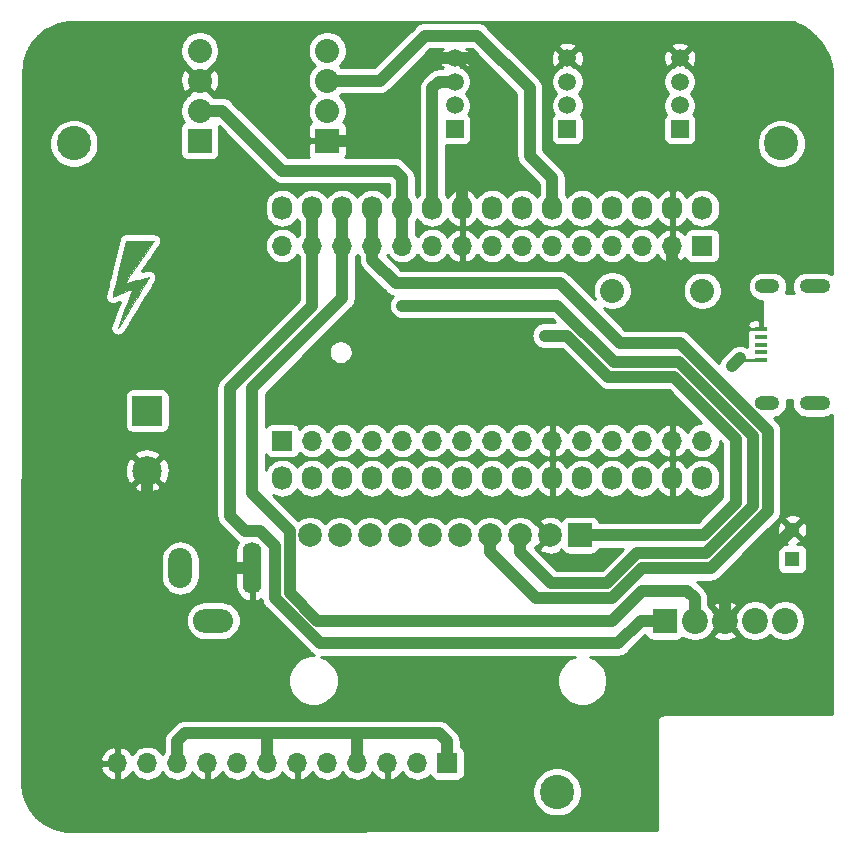
<source format=gbr>
G04 #@! TF.GenerationSoftware,KiCad,Pcbnew,(5.1.0)-1*
G04 #@! TF.CreationDate,2020-07-30T12:22:46+01:00*
G04 #@! TF.ProjectId,AirQualityLuftDaten,41697251-7561-46c6-9974-794c75667444,rev?*
G04 #@! TF.SameCoordinates,Original*
G04 #@! TF.FileFunction,Copper,L1,Top*
G04 #@! TF.FilePolarity,Positive*
%FSLAX46Y46*%
G04 Gerber Fmt 4.6, Leading zero omitted, Abs format (unit mm)*
G04 Created by KiCad (PCBNEW (5.1.0)-1) date 2020-07-30 12:22:46*
%MOMM*%
%LPD*%
G04 APERTURE LIST*
%ADD10C,0.010000*%
%ADD11R,1.998980X1.998980*%
%ADD12C,1.998980*%
%ADD13C,2.900000*%
%ADD14O,1.727200X2.032000*%
%ADD15O,2.600000X1.200000*%
%ADD16O,2.100000X1.200000*%
%ADD17R,1.100000X0.450000*%
%ADD18C,2.499360*%
%ADD19R,2.499360X2.499360*%
%ADD20O,3.401060X1.998980*%
%ADD21O,1.998980X3.401060*%
%ADD22O,1.600200X4.399280*%
%ADD23C,2.032000*%
%ADD24R,1.700000X1.700000*%
%ADD25O,1.700000X1.700000*%
%ADD26R,2.032000X2.032000*%
%ADD27R,1.500000X1.500000*%
%ADD28C,1.500000*%
%ADD29C,2.199640*%
%ADD30R,2.100580X2.100580*%
%ADD31C,1.300000*%
%ADD32R,1.300000X1.300000*%
%ADD33C,0.800000*%
%ADD34C,1.000000*%
%ADD35C,0.250000*%
%ADD36C,0.254000*%
G04 APERTURE END LIST*
D10*
G36*
X114479842Y-81322334D02*
G01*
X114372217Y-81754958D01*
X114271980Y-82162114D01*
X114180841Y-82536571D01*
X114100508Y-82871102D01*
X114032691Y-83158475D01*
X113979097Y-83391463D01*
X113941437Y-83562836D01*
X113921419Y-83665364D01*
X113919431Y-83693000D01*
X113966591Y-83677545D01*
X114079879Y-83634366D01*
X114247241Y-83568239D01*
X114456628Y-83483943D01*
X114695985Y-83386256D01*
X114769580Y-83355982D01*
X115013879Y-83256185D01*
X115230370Y-83169421D01*
X115407364Y-83100236D01*
X115533174Y-83053175D01*
X115596115Y-83032785D01*
X115601019Y-83032575D01*
X115589135Y-83074272D01*
X115548596Y-83189681D01*
X115481373Y-83373581D01*
X115389436Y-83620749D01*
X115274756Y-83925966D01*
X115139304Y-84284009D01*
X114985050Y-84689657D01*
X114813966Y-85137688D01*
X114628021Y-85622880D01*
X114429187Y-86140013D01*
X114381135Y-86264750D01*
X114359214Y-86337043D01*
X114361362Y-86360000D01*
X114387377Y-86325539D01*
X114450787Y-86229053D01*
X114545040Y-86080884D01*
X114663586Y-85891376D01*
X114799875Y-85670872D01*
X114864049Y-85566250D01*
X115238615Y-84953778D01*
X115570548Y-84410104D01*
X115861760Y-83932026D01*
X116114165Y-83516341D01*
X116329675Y-83159847D01*
X116510203Y-82859341D01*
X116657661Y-82611621D01*
X116773963Y-82413485D01*
X116861021Y-82261729D01*
X116920749Y-82153152D01*
X116955058Y-82084551D01*
X116965861Y-82052723D01*
X116964433Y-82049674D01*
X116915265Y-82056854D01*
X116796164Y-82084185D01*
X116618650Y-82128721D01*
X116394247Y-82187516D01*
X116134475Y-82257626D01*
X115925612Y-82315237D01*
X115648788Y-82391720D01*
X115400478Y-82459268D01*
X115191819Y-82514938D01*
X115033948Y-82555786D01*
X114938002Y-82578869D01*
X114913357Y-82582729D01*
X114934944Y-82546803D01*
X115000479Y-82447959D01*
X115105482Y-82292732D01*
X115245477Y-82087656D01*
X115415986Y-81839263D01*
X115612530Y-81554088D01*
X115830632Y-81238665D01*
X116065814Y-80899527D01*
X116147101Y-80782526D01*
X116387311Y-80436538D01*
X116612242Y-80111786D01*
X116817372Y-79814852D01*
X116998181Y-79552319D01*
X117150147Y-79330767D01*
X117268747Y-79156780D01*
X117349462Y-79036938D01*
X117387769Y-78977824D01*
X117390333Y-78972776D01*
X117349806Y-78967251D01*
X117235444Y-78962266D01*
X117058081Y-78958018D01*
X116828549Y-78954705D01*
X116557680Y-78952524D01*
X116256306Y-78951672D01*
X116231453Y-78951667D01*
X115072573Y-78951667D01*
X114479842Y-81322334D01*
X114479842Y-81322334D01*
G37*
X114479842Y-81322334D02*
X114372217Y-81754958D01*
X114271980Y-82162114D01*
X114180841Y-82536571D01*
X114100508Y-82871102D01*
X114032691Y-83158475D01*
X113979097Y-83391463D01*
X113941437Y-83562836D01*
X113921419Y-83665364D01*
X113919431Y-83693000D01*
X113966591Y-83677545D01*
X114079879Y-83634366D01*
X114247241Y-83568239D01*
X114456628Y-83483943D01*
X114695985Y-83386256D01*
X114769580Y-83355982D01*
X115013879Y-83256185D01*
X115230370Y-83169421D01*
X115407364Y-83100236D01*
X115533174Y-83053175D01*
X115596115Y-83032785D01*
X115601019Y-83032575D01*
X115589135Y-83074272D01*
X115548596Y-83189681D01*
X115481373Y-83373581D01*
X115389436Y-83620749D01*
X115274756Y-83925966D01*
X115139304Y-84284009D01*
X114985050Y-84689657D01*
X114813966Y-85137688D01*
X114628021Y-85622880D01*
X114429187Y-86140013D01*
X114381135Y-86264750D01*
X114359214Y-86337043D01*
X114361362Y-86360000D01*
X114387377Y-86325539D01*
X114450787Y-86229053D01*
X114545040Y-86080884D01*
X114663586Y-85891376D01*
X114799875Y-85670872D01*
X114864049Y-85566250D01*
X115238615Y-84953778D01*
X115570548Y-84410104D01*
X115861760Y-83932026D01*
X116114165Y-83516341D01*
X116329675Y-83159847D01*
X116510203Y-82859341D01*
X116657661Y-82611621D01*
X116773963Y-82413485D01*
X116861021Y-82261729D01*
X116920749Y-82153152D01*
X116955058Y-82084551D01*
X116965861Y-82052723D01*
X116964433Y-82049674D01*
X116915265Y-82056854D01*
X116796164Y-82084185D01*
X116618650Y-82128721D01*
X116394247Y-82187516D01*
X116134475Y-82257626D01*
X115925612Y-82315237D01*
X115648788Y-82391720D01*
X115400478Y-82459268D01*
X115191819Y-82514938D01*
X115033948Y-82555786D01*
X114938002Y-82578869D01*
X114913357Y-82582729D01*
X114934944Y-82546803D01*
X115000479Y-82447959D01*
X115105482Y-82292732D01*
X115245477Y-82087656D01*
X115415986Y-81839263D01*
X115612530Y-81554088D01*
X115830632Y-81238665D01*
X116065814Y-80899527D01*
X116147101Y-80782526D01*
X116387311Y-80436538D01*
X116612242Y-80111786D01*
X116817372Y-79814852D01*
X116998181Y-79552319D01*
X117150147Y-79330767D01*
X117268747Y-79156780D01*
X117349462Y-79036938D01*
X117387769Y-78977824D01*
X117390333Y-78972776D01*
X117349806Y-78967251D01*
X117235444Y-78962266D01*
X117058081Y-78958018D01*
X116828549Y-78954705D01*
X116557680Y-78952524D01*
X116256306Y-78951672D01*
X116231453Y-78951667D01*
X115072573Y-78951667D01*
X114479842Y-81322334D01*
D11*
X153485006Y-103894999D03*
D12*
X150945006Y-103894999D03*
X148405006Y-103894999D03*
X145865006Y-103894999D03*
X143325006Y-103894999D03*
X140785006Y-103894999D03*
X138245006Y-103894999D03*
X130625006Y-103894999D03*
X133165006Y-103894999D03*
X135705006Y-103894999D03*
D13*
X110624770Y-70723050D03*
X170524763Y-70723050D03*
X151524763Y-125623051D03*
D14*
X130810000Y-76200000D03*
X135890000Y-76200000D03*
X133350000Y-76200000D03*
X153670000Y-76200000D03*
X151130000Y-76200000D03*
X146050000Y-76200000D03*
X148590000Y-76200000D03*
X163830000Y-76200000D03*
X143510000Y-76200000D03*
X138430000Y-76200000D03*
X140970000Y-76200000D03*
X156210000Y-76200000D03*
X161290000Y-76200000D03*
X158750000Y-76200000D03*
X128270000Y-76200000D03*
X163830000Y-99060000D03*
X161290000Y-99060000D03*
X158750000Y-99060000D03*
X156210000Y-99060000D03*
X153670000Y-99060000D03*
X151130000Y-99060000D03*
X148590000Y-99060000D03*
X146050000Y-99060000D03*
X143510000Y-99060000D03*
X140970000Y-99060000D03*
X138430000Y-99060000D03*
X135890000Y-99060000D03*
X133350000Y-99060000D03*
X130810000Y-99060000D03*
X128270000Y-99060000D03*
D15*
X173355000Y-82810000D03*
X173355000Y-92710000D03*
D16*
X169355000Y-82810000D03*
X169355000Y-92710000D03*
D17*
X168805000Y-86460000D03*
X168805000Y-87110000D03*
X168805000Y-87760000D03*
X168805000Y-88410000D03*
X168805000Y-89060000D03*
D18*
X116840000Y-98425000D03*
D19*
X116840000Y-93345000D03*
D20*
X122428000Y-111125000D03*
D21*
X119634000Y-106680000D03*
D22*
X125730000Y-106680000D03*
D23*
X156210000Y-83185000D03*
X163830000Y-83185000D03*
D24*
X128270000Y-95885000D03*
D25*
X130810000Y-95885000D03*
X133350000Y-95885000D03*
X135890000Y-95885000D03*
X138430000Y-95885000D03*
X140970000Y-95885000D03*
X143510000Y-95885000D03*
X146050000Y-95885000D03*
X148590000Y-95885000D03*
X151130000Y-95885000D03*
X153670000Y-95885000D03*
X156210000Y-95885000D03*
X158750000Y-95885000D03*
X161290000Y-95885000D03*
X163830000Y-95885000D03*
X128270000Y-79375000D03*
X130810000Y-79375000D03*
X133350000Y-79375000D03*
X135890000Y-79375000D03*
X138430000Y-79375000D03*
X140970000Y-79375000D03*
X143510000Y-79375000D03*
X146050000Y-79375000D03*
X148590000Y-79375000D03*
X151130000Y-79375000D03*
X153670000Y-79375000D03*
X156210000Y-79375000D03*
X158750000Y-79375000D03*
X161290000Y-79375000D03*
D24*
X163830000Y-79375000D03*
D26*
X121285000Y-70485000D03*
D23*
X121285000Y-67945000D03*
X121285000Y-65405000D03*
X121285000Y-62865000D03*
D27*
X142875000Y-69500000D03*
D28*
X142875000Y-67500000D03*
X142875000Y-65500000D03*
X142875000Y-63500000D03*
X152400000Y-63500000D03*
X152400000Y-65500000D03*
X152400000Y-67500000D03*
D27*
X152400000Y-69500000D03*
X161925000Y-69500000D03*
D28*
X161925000Y-67500000D03*
X161925000Y-65500000D03*
X161925000Y-63500000D03*
D26*
X132080000Y-70485000D03*
D23*
X132080000Y-67945000D03*
X132080000Y-65405000D03*
X132080000Y-62865000D03*
D29*
X170815000Y-111125000D03*
X168275000Y-111125000D03*
X165735000Y-111125000D03*
X163195000Y-111125000D03*
D30*
X160655000Y-111125000D03*
D31*
X171450000Y-103418000D03*
D32*
X171450000Y-105918000D03*
D24*
X142240000Y-123190000D03*
D25*
X139700000Y-123190000D03*
X137160000Y-123190000D03*
X134620000Y-123190000D03*
X132080000Y-123190000D03*
X129540000Y-123190000D03*
X127000000Y-123190000D03*
X124460000Y-123190000D03*
X121920000Y-123190000D03*
X119380000Y-123190000D03*
X116840000Y-123190000D03*
X114300000Y-123190000D03*
D33*
X166370000Y-89535000D03*
X150495000Y-86995000D03*
X138430000Y-84455000D03*
D34*
X144145000Y-63500000D02*
X142875000Y-63500000D01*
X144780000Y-64135000D02*
X144145000Y-63500000D01*
X144780000Y-72914000D02*
X144780000Y-64135000D01*
X143510000Y-76200000D02*
X143510000Y-74184000D01*
X143510000Y-74184000D02*
X144780000Y-72914000D01*
X141814340Y-63500000D02*
X142875000Y-63500000D01*
X141081000Y-63500000D02*
X141814340Y-63500000D01*
X134096000Y-70485000D02*
X141081000Y-63500000D01*
X132080000Y-70485000D02*
X134096000Y-70485000D01*
X125730000Y-106680000D02*
X123929900Y-106680000D01*
X116840000Y-98425000D02*
X116840000Y-102235000D01*
X118057550Y-103452550D02*
X120702450Y-103452550D01*
X116840000Y-102235000D02*
X118057550Y-103452550D01*
X123929900Y-106680000D02*
X120702450Y-103452550D01*
X161290000Y-80577081D02*
X161992919Y-81280000D01*
X161290000Y-79375000D02*
X161290000Y-80577081D01*
X161992919Y-81280000D02*
X165227000Y-81280000D01*
X165227000Y-81280000D02*
X167005000Y-83058000D01*
X167005000Y-83058000D02*
X167005000Y-86360000D01*
D35*
X167105000Y-86460000D02*
X167005000Y-86360000D01*
X168805000Y-86460000D02*
X167105000Y-86460000D01*
D34*
X165735000Y-109133000D02*
X165735000Y-111125000D01*
X171450000Y-103418000D02*
X165735000Y-109133000D01*
X166370000Y-89535000D02*
X167005000Y-88900000D01*
D35*
X167165000Y-89060000D02*
X168805000Y-89060000D01*
X167005000Y-88900000D02*
X167165000Y-89060000D01*
D34*
X141510000Y-65500000D02*
X142875000Y-65500000D01*
X140970000Y-76200000D02*
X140970000Y-66040000D01*
X140970000Y-66040000D02*
X141510000Y-65500000D01*
X152400000Y-86995000D02*
X150495000Y-86995000D01*
X153485006Y-103894999D02*
X163948001Y-103894999D01*
X163948001Y-103894999D02*
X166672185Y-101170815D01*
X166672185Y-101170815D02*
X166672185Y-95709815D01*
X166672185Y-95709815D02*
X161449871Y-90487500D01*
X161449871Y-90487500D02*
X155892500Y-90487500D01*
X155892500Y-90487500D02*
X152400000Y-86995000D01*
X142240000Y-121340000D02*
X141550000Y-120650000D01*
X142240000Y-123190000D02*
X142240000Y-121340000D01*
X119380000Y-121285000D02*
X119380000Y-123190000D01*
X120015000Y-120650000D02*
X119380000Y-121285000D01*
X127000000Y-123190000D02*
X127000000Y-120650000D01*
X127000000Y-120650000D02*
X120015000Y-120650000D01*
X134620000Y-121987919D02*
X134620000Y-120650000D01*
X134620000Y-123190000D02*
X134620000Y-121987919D01*
X141550000Y-120650000D02*
X134620000Y-120650000D01*
X134620000Y-120650000D02*
X127000000Y-120650000D01*
X121285000Y-67945000D02*
X123190000Y-67945000D01*
X123190000Y-67945000D02*
X128270000Y-73025000D01*
X128270000Y-73025000D02*
X137795000Y-73025000D01*
X138430000Y-73660000D02*
X138430000Y-76200000D01*
X137795000Y-73025000D02*
X138430000Y-73660000D01*
X138430000Y-76200000D02*
X138430000Y-79375000D01*
X151557070Y-84455000D02*
X138430000Y-84455000D01*
X156319570Y-89217500D02*
X151557070Y-84455000D01*
X161876939Y-89217500D02*
X156319570Y-89217500D01*
X168155721Y-95496279D02*
X161876939Y-89217500D01*
X168155721Y-101384349D02*
X168155721Y-95496279D01*
X164130070Y-105410000D02*
X168155721Y-101384349D01*
X158322930Y-105410000D02*
X164130070Y-105410000D01*
X155782930Y-107950000D02*
X158322930Y-105410000D01*
X151046515Y-107950000D02*
X155782930Y-107950000D01*
X148405006Y-105308491D02*
X151046515Y-107950000D01*
X148405006Y-103894999D02*
X148405006Y-105308491D01*
X135890000Y-76200000D02*
X135890000Y-79375000D01*
X135890000Y-80577081D02*
X135890000Y-79375000D01*
X137862919Y-82550000D02*
X135890000Y-80577081D01*
X151765000Y-82550000D02*
X137862919Y-82550000D01*
X156845000Y-87630000D02*
X151765000Y-82550000D01*
X161986509Y-87630000D02*
X156845000Y-87630000D01*
X169385255Y-95028745D02*
X161986509Y-87630000D01*
X169385255Y-101851885D02*
X169385255Y-95028745D01*
X164557140Y-106680000D02*
X169385255Y-101851885D01*
X158750000Y-106680000D02*
X164557140Y-106680000D01*
X156210000Y-109220000D02*
X158750000Y-106680000D01*
X149776515Y-109220000D02*
X156210000Y-109220000D01*
X145865006Y-105308491D02*
X149776515Y-109220000D01*
X145865006Y-103894999D02*
X145865006Y-105308491D01*
X136525000Y-65405000D02*
X140335000Y-61595000D01*
X132080000Y-65405000D02*
X136525000Y-65405000D01*
X140335000Y-61595000D02*
X144780000Y-61595000D01*
X144780000Y-61595000D02*
X149225000Y-66040000D01*
X149225000Y-66040000D02*
X149225000Y-71755000D01*
X151130000Y-73660000D02*
X151130000Y-76200000D01*
X149225000Y-71755000D02*
X151130000Y-73660000D01*
X133350000Y-76200000D02*
X133350000Y-78740000D01*
X128925515Y-103525515D02*
X128925515Y-108813445D01*
X125730000Y-100330000D02*
X128925515Y-103525515D01*
X128925515Y-108813445D02*
X131237070Y-111125000D01*
X131237070Y-111125000D02*
X156210000Y-111125000D01*
X156210000Y-111125000D02*
X158750000Y-108585000D01*
X158750000Y-108585000D02*
X162560000Y-108585000D01*
X163195000Y-109220000D02*
X163195000Y-111125000D01*
X162560000Y-108585000D02*
X163195000Y-109220000D01*
X133350000Y-76200000D02*
X133350000Y-79375000D01*
X133350000Y-79375000D02*
X133350000Y-83820000D01*
X125730000Y-91440000D02*
X125730000Y-92710000D01*
X133350000Y-83820000D02*
X125730000Y-91440000D01*
X125730000Y-92710000D02*
X125730000Y-100330000D01*
X158604710Y-111125000D02*
X160655000Y-111125000D01*
X131445000Y-113030000D02*
X156699710Y-113030000D01*
X127635000Y-109220000D02*
X131445000Y-113030000D01*
X127635000Y-104775000D02*
X127635000Y-109220000D01*
X130810000Y-76200000D02*
X130810000Y-78740000D01*
X156699710Y-113030000D02*
X158604710Y-111125000D01*
X123825000Y-102235000D02*
X125095000Y-103505000D01*
X125095000Y-103505000D02*
X126365000Y-103505000D01*
X126365000Y-103505000D02*
X127635000Y-104775000D01*
X130810000Y-76200000D02*
X130810000Y-79375000D01*
X130810000Y-79375000D02*
X130810000Y-84455000D01*
X123825000Y-91440000D02*
X123825000Y-92710000D01*
X130810000Y-84455000D02*
X123825000Y-91440000D01*
X123825000Y-92710000D02*
X123825000Y-102235000D01*
D36*
G36*
X171187119Y-60411843D02*
G01*
X171375064Y-60429418D01*
X171588223Y-60482159D01*
X171844991Y-60577729D01*
X172131541Y-60716229D01*
X172436038Y-60895872D01*
X172750559Y-61113655D01*
X173065082Y-61365364D01*
X173371583Y-61648288D01*
X173663366Y-61959954D01*
X173934558Y-62296066D01*
X174177542Y-62652566D01*
X174386426Y-63025316D01*
X174556410Y-63412330D01*
X174685719Y-63818604D01*
X174729055Y-64011342D01*
X174762490Y-64214955D01*
X174782445Y-64419171D01*
X174789609Y-64638018D01*
X174789608Y-81815228D01*
X174744449Y-81778167D01*
X174529901Y-81663489D01*
X174297102Y-81592870D01*
X174115665Y-81575000D01*
X172594335Y-81575000D01*
X172412898Y-81592870D01*
X172180099Y-81663489D01*
X171965551Y-81778167D01*
X171777498Y-81932498D01*
X171623167Y-82120551D01*
X171508489Y-82335099D01*
X171437870Y-82567898D01*
X171414025Y-82810000D01*
X171437870Y-83052102D01*
X171508489Y-83284901D01*
X171565616Y-83391778D01*
X170894384Y-83391778D01*
X170951511Y-83284901D01*
X171022130Y-83052102D01*
X171045975Y-82810000D01*
X171022130Y-82567898D01*
X170951511Y-82335099D01*
X170836833Y-82120551D01*
X170682502Y-81932498D01*
X170494449Y-81778167D01*
X170279901Y-81663489D01*
X170047102Y-81592870D01*
X169865665Y-81575000D01*
X168844335Y-81575000D01*
X168662898Y-81592870D01*
X168430099Y-81663489D01*
X168215551Y-81778167D01*
X168027498Y-81932498D01*
X167873167Y-82120551D01*
X167758489Y-82335099D01*
X167687870Y-82567898D01*
X167664025Y-82810000D01*
X167687870Y-83052102D01*
X167758489Y-83284901D01*
X167873167Y-83499449D01*
X168027498Y-83687502D01*
X168215551Y-83841833D01*
X168430099Y-83956511D01*
X168662898Y-84027130D01*
X168844335Y-84045000D01*
X168889526Y-84045000D01*
X168886396Y-84076778D01*
X168889711Y-84110435D01*
X168889711Y-86246928D01*
X168678000Y-86246928D01*
X168678000Y-85758750D01*
X168519250Y-85600000D01*
X168266675Y-85597035D01*
X168141989Y-85607016D01*
X168021647Y-85641129D01*
X167910273Y-85698065D01*
X167812146Y-85775635D01*
X167731037Y-85870858D01*
X167670065Y-85980075D01*
X167631571Y-86099089D01*
X167620000Y-86203250D01*
X167778750Y-86362000D01*
X167891322Y-86362000D01*
X167803815Y-86433815D01*
X167724463Y-86530506D01*
X167665498Y-86640820D01*
X167652247Y-86684503D01*
X167620000Y-86716750D01*
X167627155Y-86781159D01*
X167616928Y-86885000D01*
X167616928Y-87335000D01*
X167626777Y-87435000D01*
X167616928Y-87535000D01*
X167616928Y-87940120D01*
X167441447Y-87846324D01*
X167227499Y-87781423D01*
X167005000Y-87759509D01*
X166782501Y-87781423D01*
X166568553Y-87846324D01*
X166371377Y-87951716D01*
X166241857Y-88058011D01*
X165528012Y-88771857D01*
X165421717Y-88901378D01*
X165316324Y-89098554D01*
X165256711Y-89295070D01*
X162828505Y-86866865D01*
X162792958Y-86823551D01*
X162620132Y-86681716D01*
X162422956Y-86576324D01*
X162209008Y-86511423D01*
X162042261Y-86495000D01*
X162042260Y-86495000D01*
X161986509Y-86489509D01*
X161930757Y-86495000D01*
X157315132Y-86495000D01*
X155496704Y-84676573D01*
X155728421Y-84772553D01*
X156047391Y-84836000D01*
X156372609Y-84836000D01*
X156691579Y-84772553D01*
X156992042Y-84648097D01*
X157262451Y-84467415D01*
X157492415Y-84237451D01*
X157673097Y-83967042D01*
X157797553Y-83666579D01*
X157861000Y-83347609D01*
X157861000Y-83022391D01*
X162179000Y-83022391D01*
X162179000Y-83347609D01*
X162242447Y-83666579D01*
X162366903Y-83967042D01*
X162547585Y-84237451D01*
X162777549Y-84467415D01*
X163047958Y-84648097D01*
X163348421Y-84772553D01*
X163667391Y-84836000D01*
X163992609Y-84836000D01*
X164311579Y-84772553D01*
X164612042Y-84648097D01*
X164882451Y-84467415D01*
X165112415Y-84237451D01*
X165293097Y-83967042D01*
X165417553Y-83666579D01*
X165481000Y-83347609D01*
X165481000Y-83022391D01*
X165417553Y-82703421D01*
X165293097Y-82402958D01*
X165112415Y-82132549D01*
X164882451Y-81902585D01*
X164612042Y-81721903D01*
X164311579Y-81597447D01*
X163992609Y-81534000D01*
X163667391Y-81534000D01*
X163348421Y-81597447D01*
X163047958Y-81721903D01*
X162777549Y-81902585D01*
X162547585Y-82132549D01*
X162366903Y-82402958D01*
X162242447Y-82703421D01*
X162179000Y-83022391D01*
X157861000Y-83022391D01*
X157797553Y-82703421D01*
X157673097Y-82402958D01*
X157492415Y-82132549D01*
X157262451Y-81902585D01*
X156992042Y-81721903D01*
X156691579Y-81597447D01*
X156372609Y-81534000D01*
X156047391Y-81534000D01*
X155728421Y-81597447D01*
X155427958Y-81721903D01*
X155157549Y-81902585D01*
X154927585Y-82132549D01*
X154746903Y-82402958D01*
X154622447Y-82703421D01*
X154559000Y-83022391D01*
X154559000Y-83347609D01*
X154622447Y-83666579D01*
X154718427Y-83898296D01*
X152606996Y-81786865D01*
X152571449Y-81743551D01*
X152398623Y-81601716D01*
X152201447Y-81496324D01*
X151987499Y-81431423D01*
X151820752Y-81415000D01*
X151820751Y-81415000D01*
X151765000Y-81409509D01*
X151709249Y-81415000D01*
X138333051Y-81415000D01*
X137126811Y-80208760D01*
X137130706Y-80204014D01*
X137160000Y-80149209D01*
X137189294Y-80204014D01*
X137374866Y-80430134D01*
X137600986Y-80615706D01*
X137858966Y-80753599D01*
X138138889Y-80838513D01*
X138357050Y-80860000D01*
X138502950Y-80860000D01*
X138721111Y-80838513D01*
X139001034Y-80753599D01*
X139259014Y-80615706D01*
X139485134Y-80430134D01*
X139670706Y-80204014D01*
X139700000Y-80149209D01*
X139729294Y-80204014D01*
X139914866Y-80430134D01*
X140140986Y-80615706D01*
X140398966Y-80753599D01*
X140678889Y-80838513D01*
X140897050Y-80860000D01*
X141042950Y-80860000D01*
X141261111Y-80838513D01*
X141541034Y-80753599D01*
X141799014Y-80615706D01*
X142025134Y-80430134D01*
X142210706Y-80204014D01*
X142245201Y-80139477D01*
X142314822Y-80256355D01*
X142509731Y-80472588D01*
X142743080Y-80646641D01*
X143005901Y-80771825D01*
X143153110Y-80816476D01*
X143383000Y-80695155D01*
X143383000Y-79502000D01*
X143363000Y-79502000D01*
X143363000Y-79248000D01*
X143383000Y-79248000D01*
X143383000Y-78054845D01*
X143637000Y-78054845D01*
X143637000Y-79248000D01*
X143657000Y-79248000D01*
X143657000Y-79502000D01*
X143637000Y-79502000D01*
X143637000Y-80695155D01*
X143866890Y-80816476D01*
X144014099Y-80771825D01*
X144276920Y-80646641D01*
X144510269Y-80472588D01*
X144705178Y-80256355D01*
X144774799Y-80139477D01*
X144809294Y-80204014D01*
X144994866Y-80430134D01*
X145220986Y-80615706D01*
X145478966Y-80753599D01*
X145758889Y-80838513D01*
X145977050Y-80860000D01*
X146122950Y-80860000D01*
X146341111Y-80838513D01*
X146621034Y-80753599D01*
X146879014Y-80615706D01*
X147105134Y-80430134D01*
X147290706Y-80204014D01*
X147320000Y-80149209D01*
X147349294Y-80204014D01*
X147534866Y-80430134D01*
X147760986Y-80615706D01*
X148018966Y-80753599D01*
X148298889Y-80838513D01*
X148517050Y-80860000D01*
X148662950Y-80860000D01*
X148881111Y-80838513D01*
X149161034Y-80753599D01*
X149419014Y-80615706D01*
X149645134Y-80430134D01*
X149830706Y-80204014D01*
X149860000Y-80149209D01*
X149889294Y-80204014D01*
X150074866Y-80430134D01*
X150300986Y-80615706D01*
X150558966Y-80753599D01*
X150838889Y-80838513D01*
X151057050Y-80860000D01*
X151202950Y-80860000D01*
X151421111Y-80838513D01*
X151701034Y-80753599D01*
X151959014Y-80615706D01*
X152185134Y-80430134D01*
X152370706Y-80204014D01*
X152400000Y-80149209D01*
X152429294Y-80204014D01*
X152614866Y-80430134D01*
X152840986Y-80615706D01*
X153098966Y-80753599D01*
X153378889Y-80838513D01*
X153597050Y-80860000D01*
X153742950Y-80860000D01*
X153961111Y-80838513D01*
X154241034Y-80753599D01*
X154499014Y-80615706D01*
X154725134Y-80430134D01*
X154910706Y-80204014D01*
X154940000Y-80149209D01*
X154969294Y-80204014D01*
X155154866Y-80430134D01*
X155380986Y-80615706D01*
X155638966Y-80753599D01*
X155918889Y-80838513D01*
X156137050Y-80860000D01*
X156282950Y-80860000D01*
X156501111Y-80838513D01*
X156781034Y-80753599D01*
X157039014Y-80615706D01*
X157265134Y-80430134D01*
X157450706Y-80204014D01*
X157480000Y-80149209D01*
X157509294Y-80204014D01*
X157694866Y-80430134D01*
X157920986Y-80615706D01*
X158178966Y-80753599D01*
X158458889Y-80838513D01*
X158677050Y-80860000D01*
X158822950Y-80860000D01*
X159041111Y-80838513D01*
X159321034Y-80753599D01*
X159579014Y-80615706D01*
X159805134Y-80430134D01*
X159990706Y-80204014D01*
X160025201Y-80139477D01*
X160094822Y-80256355D01*
X160289731Y-80472588D01*
X160523080Y-80646641D01*
X160785901Y-80771825D01*
X160933110Y-80816476D01*
X161163000Y-80695155D01*
X161163000Y-79502000D01*
X161143000Y-79502000D01*
X161143000Y-79248000D01*
X161163000Y-79248000D01*
X161163000Y-78054845D01*
X161417000Y-78054845D01*
X161417000Y-79248000D01*
X161437000Y-79248000D01*
X161437000Y-79502000D01*
X161417000Y-79502000D01*
X161417000Y-80695155D01*
X161646890Y-80816476D01*
X161794099Y-80771825D01*
X162056920Y-80646641D01*
X162290269Y-80472588D01*
X162366034Y-80388534D01*
X162390498Y-80469180D01*
X162449463Y-80579494D01*
X162528815Y-80676185D01*
X162625506Y-80755537D01*
X162735820Y-80814502D01*
X162855518Y-80850812D01*
X162980000Y-80863072D01*
X164680000Y-80863072D01*
X164804482Y-80850812D01*
X164924180Y-80814502D01*
X165034494Y-80755537D01*
X165131185Y-80676185D01*
X165210537Y-80579494D01*
X165269502Y-80469180D01*
X165305812Y-80349482D01*
X165318072Y-80225000D01*
X165318072Y-78525000D01*
X165305812Y-78400518D01*
X165269502Y-78280820D01*
X165210537Y-78170506D01*
X165131185Y-78073815D01*
X165034494Y-77994463D01*
X164924180Y-77935498D01*
X164804482Y-77899188D01*
X164680000Y-77886928D01*
X162980000Y-77886928D01*
X162855518Y-77899188D01*
X162735820Y-77935498D01*
X162625506Y-77994463D01*
X162528815Y-78073815D01*
X162449463Y-78170506D01*
X162390498Y-78280820D01*
X162366034Y-78361466D01*
X162290269Y-78277412D01*
X162056920Y-78103359D01*
X161794099Y-77978175D01*
X161646890Y-77933524D01*
X161417000Y-78054845D01*
X161163000Y-78054845D01*
X160933110Y-77933524D01*
X160785901Y-77978175D01*
X160523080Y-78103359D01*
X160289731Y-78277412D01*
X160094822Y-78493645D01*
X160025201Y-78610523D01*
X159990706Y-78545986D01*
X159805134Y-78319866D01*
X159579014Y-78134294D01*
X159321034Y-77996401D01*
X159041111Y-77911487D01*
X158822950Y-77890000D01*
X158677050Y-77890000D01*
X158458889Y-77911487D01*
X158178966Y-77996401D01*
X157920986Y-78134294D01*
X157694866Y-78319866D01*
X157509294Y-78545986D01*
X157480000Y-78600791D01*
X157450706Y-78545986D01*
X157265134Y-78319866D01*
X157039014Y-78134294D01*
X156781034Y-77996401D01*
X156501111Y-77911487D01*
X156282950Y-77890000D01*
X156137050Y-77890000D01*
X155918889Y-77911487D01*
X155638966Y-77996401D01*
X155380986Y-78134294D01*
X155154866Y-78319866D01*
X154969294Y-78545986D01*
X154940000Y-78600791D01*
X154910706Y-78545986D01*
X154725134Y-78319866D01*
X154499014Y-78134294D01*
X154241034Y-77996401D01*
X153961111Y-77911487D01*
X153742950Y-77890000D01*
X153597050Y-77890000D01*
X153378889Y-77911487D01*
X153098966Y-77996401D01*
X152840986Y-78134294D01*
X152614866Y-78319866D01*
X152429294Y-78545986D01*
X152400000Y-78600791D01*
X152370706Y-78545986D01*
X152185134Y-78319866D01*
X151959014Y-78134294D01*
X151701034Y-77996401D01*
X151421111Y-77911487D01*
X151202950Y-77890000D01*
X151057050Y-77890000D01*
X150838889Y-77911487D01*
X150558966Y-77996401D01*
X150300986Y-78134294D01*
X150074866Y-78319866D01*
X149889294Y-78545986D01*
X149860000Y-78600791D01*
X149830706Y-78545986D01*
X149645134Y-78319866D01*
X149419014Y-78134294D01*
X149161034Y-77996401D01*
X148881111Y-77911487D01*
X148662950Y-77890000D01*
X148517050Y-77890000D01*
X148298889Y-77911487D01*
X148018966Y-77996401D01*
X147760986Y-78134294D01*
X147534866Y-78319866D01*
X147349294Y-78545986D01*
X147320000Y-78600791D01*
X147290706Y-78545986D01*
X147105134Y-78319866D01*
X146879014Y-78134294D01*
X146621034Y-77996401D01*
X146341111Y-77911487D01*
X146122950Y-77890000D01*
X145977050Y-77890000D01*
X145758889Y-77911487D01*
X145478966Y-77996401D01*
X145220986Y-78134294D01*
X144994866Y-78319866D01*
X144809294Y-78545986D01*
X144774799Y-78610523D01*
X144705178Y-78493645D01*
X144510269Y-78277412D01*
X144276920Y-78103359D01*
X144014099Y-77978175D01*
X143866890Y-77933524D01*
X143637000Y-78054845D01*
X143383000Y-78054845D01*
X143153110Y-77933524D01*
X143005901Y-77978175D01*
X142743080Y-78103359D01*
X142509731Y-78277412D01*
X142314822Y-78493645D01*
X142245201Y-78610523D01*
X142210706Y-78545986D01*
X142025134Y-78319866D01*
X141799014Y-78134294D01*
X141541034Y-77996401D01*
X141261111Y-77911487D01*
X141042950Y-77890000D01*
X140897050Y-77890000D01*
X140678889Y-77911487D01*
X140398966Y-77996401D01*
X140140986Y-78134294D01*
X139914866Y-78319866D01*
X139729294Y-78545986D01*
X139700000Y-78600791D01*
X139670706Y-78545986D01*
X139565000Y-78417183D01*
X139565000Y-77331655D01*
X139682069Y-77189006D01*
X139700000Y-77155459D01*
X139717931Y-77189006D01*
X139905203Y-77417197D01*
X140133395Y-77604469D01*
X140393737Y-77743625D01*
X140676224Y-77829316D01*
X140970000Y-77858251D01*
X141263777Y-77829316D01*
X141546264Y-77743625D01*
X141806606Y-77604469D01*
X142034797Y-77417197D01*
X142222069Y-77189006D01*
X142243424Y-77149053D01*
X142391514Y-77351729D01*
X142607965Y-77550733D01*
X142859081Y-77703686D01*
X143135211Y-77804709D01*
X143150974Y-77807358D01*
X143383000Y-77686217D01*
X143383000Y-76327000D01*
X143363000Y-76327000D01*
X143363000Y-76073000D01*
X143383000Y-76073000D01*
X143383000Y-74713783D01*
X143150974Y-74592642D01*
X143135211Y-74595291D01*
X142859081Y-74696314D01*
X142607965Y-74849267D01*
X142391514Y-75048271D01*
X142243424Y-75250947D01*
X142222069Y-75210994D01*
X142105000Y-75068345D01*
X142105000Y-70886102D01*
X142125000Y-70888072D01*
X143625000Y-70888072D01*
X143749482Y-70875812D01*
X143869180Y-70839502D01*
X143979494Y-70780537D01*
X144076185Y-70701185D01*
X144155537Y-70604494D01*
X144214502Y-70494180D01*
X144250812Y-70374482D01*
X144263072Y-70250000D01*
X144263072Y-68750000D01*
X144250812Y-68625518D01*
X144214502Y-68505820D01*
X144155537Y-68395506D01*
X144076185Y-68298815D01*
X144031485Y-68262131D01*
X144102371Y-68156043D01*
X144206775Y-67903989D01*
X144260000Y-67636411D01*
X144260000Y-67363589D01*
X144206775Y-67096011D01*
X144102371Y-66843957D01*
X143950799Y-66617114D01*
X143833685Y-66500000D01*
X143950799Y-66382886D01*
X144102371Y-66156043D01*
X144206775Y-65903989D01*
X144260000Y-65636411D01*
X144260000Y-65363589D01*
X144206775Y-65096011D01*
X144102371Y-64843957D01*
X143950799Y-64617114D01*
X143757886Y-64424201D01*
X143531043Y-64272629D01*
X143423463Y-64228068D01*
X142875000Y-63679605D01*
X142860858Y-63693748D01*
X142681253Y-63514143D01*
X142695395Y-63500000D01*
X142681253Y-63485858D01*
X142860858Y-63306253D01*
X142875000Y-63320395D01*
X142889143Y-63306253D01*
X143068748Y-63485858D01*
X143054605Y-63500000D01*
X143831993Y-64277388D01*
X144070860Y-64211863D01*
X144186760Y-63964884D01*
X144252250Y-63700040D01*
X144264812Y-63427508D01*
X144223965Y-63157762D01*
X144131277Y-62901168D01*
X144070860Y-62788137D01*
X143858925Y-62730000D01*
X144309869Y-62730000D01*
X148090000Y-66510132D01*
X148090001Y-71699239D01*
X148084509Y-71755000D01*
X148106423Y-71977498D01*
X148171324Y-72191446D01*
X148208959Y-72261856D01*
X148276717Y-72388623D01*
X148418552Y-72561449D01*
X148461860Y-72596991D01*
X149995000Y-74130132D01*
X149995001Y-75068345D01*
X149877931Y-75210995D01*
X149860000Y-75244541D01*
X149842069Y-75210994D01*
X149654797Y-74982803D01*
X149426605Y-74795531D01*
X149166263Y-74656375D01*
X148883776Y-74570684D01*
X148590000Y-74541749D01*
X148296223Y-74570684D01*
X148013736Y-74656375D01*
X147753394Y-74795531D01*
X147525203Y-74982803D01*
X147337931Y-75210995D01*
X147320000Y-75244541D01*
X147302069Y-75210994D01*
X147114797Y-74982803D01*
X146886605Y-74795531D01*
X146626263Y-74656375D01*
X146343776Y-74570684D01*
X146050000Y-74541749D01*
X145756223Y-74570684D01*
X145473736Y-74656375D01*
X145213394Y-74795531D01*
X144985203Y-74982803D01*
X144797931Y-75210995D01*
X144776576Y-75250947D01*
X144628486Y-75048271D01*
X144412035Y-74849267D01*
X144160919Y-74696314D01*
X143884789Y-74595291D01*
X143869026Y-74592642D01*
X143637000Y-74713783D01*
X143637000Y-76073000D01*
X143657000Y-76073000D01*
X143657000Y-76327000D01*
X143637000Y-76327000D01*
X143637000Y-77686217D01*
X143869026Y-77807358D01*
X143884789Y-77804709D01*
X144160919Y-77703686D01*
X144412035Y-77550733D01*
X144628486Y-77351729D01*
X144776576Y-77149053D01*
X144797931Y-77189006D01*
X144985203Y-77417197D01*
X145213395Y-77604469D01*
X145473737Y-77743625D01*
X145756224Y-77829316D01*
X146050000Y-77858251D01*
X146343777Y-77829316D01*
X146626264Y-77743625D01*
X146886606Y-77604469D01*
X147114797Y-77417197D01*
X147302069Y-77189006D01*
X147320000Y-77155459D01*
X147337931Y-77189006D01*
X147525203Y-77417197D01*
X147753395Y-77604469D01*
X148013737Y-77743625D01*
X148296224Y-77829316D01*
X148590000Y-77858251D01*
X148883777Y-77829316D01*
X149166264Y-77743625D01*
X149426606Y-77604469D01*
X149654797Y-77417197D01*
X149842069Y-77189006D01*
X149860000Y-77155459D01*
X149877931Y-77189006D01*
X150065203Y-77417197D01*
X150293395Y-77604469D01*
X150553737Y-77743625D01*
X150836224Y-77829316D01*
X151130000Y-77858251D01*
X151423777Y-77829316D01*
X151706264Y-77743625D01*
X151966606Y-77604469D01*
X152194797Y-77417197D01*
X152382069Y-77189006D01*
X152400000Y-77155459D01*
X152417931Y-77189006D01*
X152605203Y-77417197D01*
X152833395Y-77604469D01*
X153093737Y-77743625D01*
X153376224Y-77829316D01*
X153670000Y-77858251D01*
X153963777Y-77829316D01*
X154246264Y-77743625D01*
X154506606Y-77604469D01*
X154734797Y-77417197D01*
X154922069Y-77189006D01*
X154940000Y-77155459D01*
X154957931Y-77189006D01*
X155145203Y-77417197D01*
X155373395Y-77604469D01*
X155633737Y-77743625D01*
X155916224Y-77829316D01*
X156210000Y-77858251D01*
X156503777Y-77829316D01*
X156786264Y-77743625D01*
X157046606Y-77604469D01*
X157274797Y-77417197D01*
X157462069Y-77189006D01*
X157480000Y-77155459D01*
X157497931Y-77189006D01*
X157685203Y-77417197D01*
X157913395Y-77604469D01*
X158173737Y-77743625D01*
X158456224Y-77829316D01*
X158750000Y-77858251D01*
X159043777Y-77829316D01*
X159326264Y-77743625D01*
X159586606Y-77604469D01*
X159814797Y-77417197D01*
X160002069Y-77189006D01*
X160023424Y-77149053D01*
X160171514Y-77351729D01*
X160387965Y-77550733D01*
X160639081Y-77703686D01*
X160915211Y-77804709D01*
X160930974Y-77807358D01*
X161163000Y-77686217D01*
X161163000Y-76327000D01*
X161143000Y-76327000D01*
X161143000Y-76073000D01*
X161163000Y-76073000D01*
X161163000Y-74713783D01*
X161417000Y-74713783D01*
X161417000Y-76073000D01*
X161437000Y-76073000D01*
X161437000Y-76327000D01*
X161417000Y-76327000D01*
X161417000Y-77686217D01*
X161649026Y-77807358D01*
X161664789Y-77804709D01*
X161940919Y-77703686D01*
X162192035Y-77550733D01*
X162408486Y-77351729D01*
X162556576Y-77149053D01*
X162577931Y-77189006D01*
X162765203Y-77417197D01*
X162993395Y-77604469D01*
X163253737Y-77743625D01*
X163536224Y-77829316D01*
X163830000Y-77858251D01*
X164123777Y-77829316D01*
X164406264Y-77743625D01*
X164666606Y-77604469D01*
X164894797Y-77417197D01*
X165082069Y-77189006D01*
X165221225Y-76928663D01*
X165306916Y-76646176D01*
X165328600Y-76426018D01*
X165328600Y-75973981D01*
X165306916Y-75753823D01*
X165221225Y-75471336D01*
X165082069Y-75210994D01*
X164894797Y-74982803D01*
X164666605Y-74795531D01*
X164406263Y-74656375D01*
X164123776Y-74570684D01*
X163830000Y-74541749D01*
X163536223Y-74570684D01*
X163253736Y-74656375D01*
X162993394Y-74795531D01*
X162765203Y-74982803D01*
X162577931Y-75210995D01*
X162556576Y-75250947D01*
X162408486Y-75048271D01*
X162192035Y-74849267D01*
X161940919Y-74696314D01*
X161664789Y-74595291D01*
X161649026Y-74592642D01*
X161417000Y-74713783D01*
X161163000Y-74713783D01*
X160930974Y-74592642D01*
X160915211Y-74595291D01*
X160639081Y-74696314D01*
X160387965Y-74849267D01*
X160171514Y-75048271D01*
X160023424Y-75250947D01*
X160002069Y-75210994D01*
X159814797Y-74982803D01*
X159586605Y-74795531D01*
X159326263Y-74656375D01*
X159043776Y-74570684D01*
X158750000Y-74541749D01*
X158456223Y-74570684D01*
X158173736Y-74656375D01*
X157913394Y-74795531D01*
X157685203Y-74982803D01*
X157497931Y-75210995D01*
X157480000Y-75244541D01*
X157462069Y-75210994D01*
X157274797Y-74982803D01*
X157046605Y-74795531D01*
X156786263Y-74656375D01*
X156503776Y-74570684D01*
X156210000Y-74541749D01*
X155916223Y-74570684D01*
X155633736Y-74656375D01*
X155373394Y-74795531D01*
X155145203Y-74982803D01*
X154957931Y-75210995D01*
X154940000Y-75244541D01*
X154922069Y-75210994D01*
X154734797Y-74982803D01*
X154506605Y-74795531D01*
X154246263Y-74656375D01*
X153963776Y-74570684D01*
X153670000Y-74541749D01*
X153376223Y-74570684D01*
X153093736Y-74656375D01*
X152833394Y-74795531D01*
X152605203Y-74982803D01*
X152417931Y-75210995D01*
X152400000Y-75244541D01*
X152382069Y-75210994D01*
X152265000Y-75068345D01*
X152265000Y-73715752D01*
X152270491Y-73660000D01*
X152248577Y-73437501D01*
X152183676Y-73223553D01*
X152078284Y-73026377D01*
X151971989Y-72896857D01*
X151936449Y-72853551D01*
X151893141Y-72818009D01*
X150360000Y-71284869D01*
X150360000Y-68750000D01*
X151011928Y-68750000D01*
X151011928Y-70250000D01*
X151024188Y-70374482D01*
X151060498Y-70494180D01*
X151119463Y-70604494D01*
X151198815Y-70701185D01*
X151295506Y-70780537D01*
X151405820Y-70839502D01*
X151525518Y-70875812D01*
X151650000Y-70888072D01*
X153150000Y-70888072D01*
X153274482Y-70875812D01*
X153394180Y-70839502D01*
X153504494Y-70780537D01*
X153601185Y-70701185D01*
X153680537Y-70604494D01*
X153739502Y-70494180D01*
X153775812Y-70374482D01*
X153788072Y-70250000D01*
X153788072Y-68750000D01*
X160536928Y-68750000D01*
X160536928Y-70250000D01*
X160549188Y-70374482D01*
X160585498Y-70494180D01*
X160644463Y-70604494D01*
X160723815Y-70701185D01*
X160820506Y-70780537D01*
X160930820Y-70839502D01*
X161050518Y-70875812D01*
X161175000Y-70888072D01*
X162675000Y-70888072D01*
X162799482Y-70875812D01*
X162919180Y-70839502D01*
X163029494Y-70780537D01*
X163126185Y-70701185D01*
X163205537Y-70604494D01*
X163251932Y-70517695D01*
X168439763Y-70517695D01*
X168439763Y-70928405D01*
X168519889Y-71331222D01*
X168677060Y-71710668D01*
X168905238Y-72052160D01*
X169195653Y-72342575D01*
X169537145Y-72570753D01*
X169916591Y-72727924D01*
X170319408Y-72808050D01*
X170730118Y-72808050D01*
X171132935Y-72727924D01*
X171512381Y-72570753D01*
X171853873Y-72342575D01*
X172144288Y-72052160D01*
X172372466Y-71710668D01*
X172529637Y-71331222D01*
X172609763Y-70928405D01*
X172609763Y-70517695D01*
X172529637Y-70114878D01*
X172372466Y-69735432D01*
X172144288Y-69393940D01*
X171853873Y-69103525D01*
X171512381Y-68875347D01*
X171132935Y-68718176D01*
X170730118Y-68638050D01*
X170319408Y-68638050D01*
X169916591Y-68718176D01*
X169537145Y-68875347D01*
X169195653Y-69103525D01*
X168905238Y-69393940D01*
X168677060Y-69735432D01*
X168519889Y-70114878D01*
X168439763Y-70517695D01*
X163251932Y-70517695D01*
X163264502Y-70494180D01*
X163300812Y-70374482D01*
X163313072Y-70250000D01*
X163313072Y-68750000D01*
X163300812Y-68625518D01*
X163264502Y-68505820D01*
X163205537Y-68395506D01*
X163126185Y-68298815D01*
X163081485Y-68262131D01*
X163152371Y-68156043D01*
X163256775Y-67903989D01*
X163310000Y-67636411D01*
X163310000Y-67363589D01*
X163256775Y-67096011D01*
X163152371Y-66843957D01*
X163000799Y-66617114D01*
X162883685Y-66500000D01*
X163000799Y-66382886D01*
X163152371Y-66156043D01*
X163256775Y-65903989D01*
X163310000Y-65636411D01*
X163310000Y-65363589D01*
X163256775Y-65096011D01*
X163152371Y-64843957D01*
X163000799Y-64617114D01*
X162807886Y-64424201D01*
X162581043Y-64272629D01*
X162473463Y-64228068D01*
X161925000Y-63679605D01*
X161376537Y-64228068D01*
X161268957Y-64272629D01*
X161042114Y-64424201D01*
X160849201Y-64617114D01*
X160697629Y-64843957D01*
X160593225Y-65096011D01*
X160540000Y-65363589D01*
X160540000Y-65636411D01*
X160593225Y-65903989D01*
X160697629Y-66156043D01*
X160849201Y-66382886D01*
X160966315Y-66500000D01*
X160849201Y-66617114D01*
X160697629Y-66843957D01*
X160593225Y-67096011D01*
X160540000Y-67363589D01*
X160540000Y-67636411D01*
X160593225Y-67903989D01*
X160697629Y-68156043D01*
X160768515Y-68262131D01*
X160723815Y-68298815D01*
X160644463Y-68395506D01*
X160585498Y-68505820D01*
X160549188Y-68625518D01*
X160536928Y-68750000D01*
X153788072Y-68750000D01*
X153775812Y-68625518D01*
X153739502Y-68505820D01*
X153680537Y-68395506D01*
X153601185Y-68298815D01*
X153556485Y-68262131D01*
X153627371Y-68156043D01*
X153731775Y-67903989D01*
X153785000Y-67636411D01*
X153785000Y-67363589D01*
X153731775Y-67096011D01*
X153627371Y-66843957D01*
X153475799Y-66617114D01*
X153358685Y-66500000D01*
X153475799Y-66382886D01*
X153627371Y-66156043D01*
X153731775Y-65903989D01*
X153785000Y-65636411D01*
X153785000Y-65363589D01*
X153731775Y-65096011D01*
X153627371Y-64843957D01*
X153475799Y-64617114D01*
X153282886Y-64424201D01*
X153056043Y-64272629D01*
X152948463Y-64228068D01*
X152400000Y-63679605D01*
X151851537Y-64228068D01*
X151743957Y-64272629D01*
X151517114Y-64424201D01*
X151324201Y-64617114D01*
X151172629Y-64843957D01*
X151068225Y-65096011D01*
X151015000Y-65363589D01*
X151015000Y-65636411D01*
X151068225Y-65903989D01*
X151172629Y-66156043D01*
X151324201Y-66382886D01*
X151441315Y-66500000D01*
X151324201Y-66617114D01*
X151172629Y-66843957D01*
X151068225Y-67096011D01*
X151015000Y-67363589D01*
X151015000Y-67636411D01*
X151068225Y-67903989D01*
X151172629Y-68156043D01*
X151243515Y-68262131D01*
X151198815Y-68298815D01*
X151119463Y-68395506D01*
X151060498Y-68505820D01*
X151024188Y-68625518D01*
X151011928Y-68750000D01*
X150360000Y-68750000D01*
X150360000Y-66095741D01*
X150365490Y-66039999D01*
X150360000Y-65984257D01*
X150360000Y-65984248D01*
X150343577Y-65817501D01*
X150278676Y-65603553D01*
X150173284Y-65406377D01*
X150031449Y-65233551D01*
X149988141Y-65198009D01*
X148362624Y-63572492D01*
X151010188Y-63572492D01*
X151051035Y-63842238D01*
X151143723Y-64098832D01*
X151204140Y-64211863D01*
X151443007Y-64277388D01*
X152220395Y-63500000D01*
X152579605Y-63500000D01*
X153356993Y-64277388D01*
X153595860Y-64211863D01*
X153711760Y-63964884D01*
X153777250Y-63700040D01*
X153783129Y-63572492D01*
X160535188Y-63572492D01*
X160576035Y-63842238D01*
X160668723Y-64098832D01*
X160729140Y-64211863D01*
X160968007Y-64277388D01*
X161745395Y-63500000D01*
X162104605Y-63500000D01*
X162881993Y-64277388D01*
X163120860Y-64211863D01*
X163236760Y-63964884D01*
X163302250Y-63700040D01*
X163314812Y-63427508D01*
X163273965Y-63157762D01*
X163181277Y-62901168D01*
X163120860Y-62788137D01*
X162881993Y-62722612D01*
X162104605Y-63500000D01*
X161745395Y-63500000D01*
X160968007Y-62722612D01*
X160729140Y-62788137D01*
X160613240Y-63035116D01*
X160547750Y-63299960D01*
X160535188Y-63572492D01*
X153783129Y-63572492D01*
X153789812Y-63427508D01*
X153748965Y-63157762D01*
X153656277Y-62901168D01*
X153595860Y-62788137D01*
X153356993Y-62722612D01*
X152579605Y-63500000D01*
X152220395Y-63500000D01*
X151443007Y-62722612D01*
X151204140Y-62788137D01*
X151088240Y-63035116D01*
X151022750Y-63299960D01*
X151010188Y-63572492D01*
X148362624Y-63572492D01*
X147333139Y-62543007D01*
X151622612Y-62543007D01*
X152400000Y-63320395D01*
X153177388Y-62543007D01*
X161147612Y-62543007D01*
X161925000Y-63320395D01*
X162702388Y-62543007D01*
X162636863Y-62304140D01*
X162389884Y-62188240D01*
X162125040Y-62122750D01*
X161852508Y-62110188D01*
X161582762Y-62151035D01*
X161326168Y-62243723D01*
X161213137Y-62304140D01*
X161147612Y-62543007D01*
X153177388Y-62543007D01*
X153111863Y-62304140D01*
X152864884Y-62188240D01*
X152600040Y-62122750D01*
X152327508Y-62110188D01*
X152057762Y-62151035D01*
X151801168Y-62243723D01*
X151688137Y-62304140D01*
X151622612Y-62543007D01*
X147333139Y-62543007D01*
X145621996Y-60831865D01*
X145586449Y-60788551D01*
X145413623Y-60646716D01*
X145216447Y-60541324D01*
X145002499Y-60476423D01*
X144835752Y-60460000D01*
X144835751Y-60460000D01*
X144780000Y-60454509D01*
X144724249Y-60460000D01*
X140390752Y-60460000D01*
X140335000Y-60454509D01*
X140279248Y-60460000D01*
X140137539Y-60473957D01*
X140112501Y-60476423D01*
X139898553Y-60541324D01*
X139701377Y-60646716D01*
X139571856Y-60753011D01*
X139571855Y-60753012D01*
X139528551Y-60788551D01*
X139493013Y-60831854D01*
X136054869Y-64270000D01*
X133279866Y-64270000D01*
X133144866Y-64135000D01*
X133362415Y-63917451D01*
X133543097Y-63647042D01*
X133667553Y-63346579D01*
X133731000Y-63027609D01*
X133731000Y-62702391D01*
X133667553Y-62383421D01*
X133543097Y-62082958D01*
X133362415Y-61812549D01*
X133132451Y-61582585D01*
X132862042Y-61401903D01*
X132561579Y-61277447D01*
X132242609Y-61214000D01*
X131917391Y-61214000D01*
X131598421Y-61277447D01*
X131297958Y-61401903D01*
X131027549Y-61582585D01*
X130797585Y-61812549D01*
X130616903Y-62082958D01*
X130492447Y-62383421D01*
X130429000Y-62702391D01*
X130429000Y-63027609D01*
X130492447Y-63346579D01*
X130616903Y-63647042D01*
X130797585Y-63917451D01*
X131015134Y-64135000D01*
X130797585Y-64352549D01*
X130616903Y-64622958D01*
X130492447Y-64923421D01*
X130429000Y-65242391D01*
X130429000Y-65567609D01*
X130492447Y-65886579D01*
X130616903Y-66187042D01*
X130797585Y-66457451D01*
X131015134Y-66675000D01*
X130797585Y-66892549D01*
X130616903Y-67162958D01*
X130492447Y-67463421D01*
X130429000Y-67782391D01*
X130429000Y-68107609D01*
X130492447Y-68426579D01*
X130616903Y-68727042D01*
X130745364Y-68919296D01*
X130709506Y-68938463D01*
X130612815Y-69017815D01*
X130533463Y-69114506D01*
X130474498Y-69224820D01*
X130438188Y-69344518D01*
X130425928Y-69469000D01*
X130429000Y-70199250D01*
X130587750Y-70358000D01*
X131953000Y-70358000D01*
X131953000Y-70338000D01*
X132207000Y-70338000D01*
X132207000Y-70358000D01*
X133572250Y-70358000D01*
X133731000Y-70199250D01*
X133734072Y-69469000D01*
X133721812Y-69344518D01*
X133685502Y-69224820D01*
X133626537Y-69114506D01*
X133547185Y-69017815D01*
X133450494Y-68938463D01*
X133414636Y-68919296D01*
X133543097Y-68727042D01*
X133667553Y-68426579D01*
X133731000Y-68107609D01*
X133731000Y-67782391D01*
X133667553Y-67463421D01*
X133543097Y-67162958D01*
X133362415Y-66892549D01*
X133144866Y-66675000D01*
X133279866Y-66540000D01*
X136469249Y-66540000D01*
X136525000Y-66545491D01*
X136580751Y-66540000D01*
X136580752Y-66540000D01*
X136747499Y-66523577D01*
X136961447Y-66458676D01*
X137158623Y-66353284D01*
X137331449Y-66211449D01*
X137366996Y-66168135D01*
X140805133Y-62730000D01*
X141891075Y-62730000D01*
X141679140Y-62788137D01*
X141563240Y-63035116D01*
X141497750Y-63299960D01*
X141485188Y-63572492D01*
X141526035Y-63842238D01*
X141618723Y-64098832D01*
X141679140Y-64211863D01*
X141918005Y-64277387D01*
X141830392Y-64365000D01*
X141565741Y-64365000D01*
X141509999Y-64359510D01*
X141454257Y-64365000D01*
X141454248Y-64365000D01*
X141287501Y-64381423D01*
X141073553Y-64446324D01*
X140876377Y-64551716D01*
X140703551Y-64693551D01*
X140668004Y-64736865D01*
X140206860Y-65198009D01*
X140163552Y-65233551D01*
X140021717Y-65406377D01*
X139989334Y-65466962D01*
X139916324Y-65603554D01*
X139851423Y-65817502D01*
X139829509Y-66040000D01*
X139835001Y-66095761D01*
X139835000Y-75068346D01*
X139717931Y-75210995D01*
X139700000Y-75244541D01*
X139682069Y-75210994D01*
X139565000Y-75068345D01*
X139565000Y-73715752D01*
X139570491Y-73660000D01*
X139548577Y-73437501D01*
X139483676Y-73223553D01*
X139378284Y-73026377D01*
X139271989Y-72896857D01*
X139236449Y-72853551D01*
X139193140Y-72818008D01*
X138636995Y-72261864D01*
X138601449Y-72218551D01*
X138428623Y-72076716D01*
X138231447Y-71971324D01*
X138017499Y-71906423D01*
X137850752Y-71890000D01*
X137850751Y-71890000D01*
X137795000Y-71884509D01*
X137739249Y-71890000D01*
X133598219Y-71890000D01*
X133626537Y-71855494D01*
X133685502Y-71745180D01*
X133721812Y-71625482D01*
X133734072Y-71501000D01*
X133731000Y-70770750D01*
X133572250Y-70612000D01*
X132207000Y-70612000D01*
X132207000Y-70632000D01*
X131953000Y-70632000D01*
X131953000Y-70612000D01*
X130587750Y-70612000D01*
X130429000Y-70770750D01*
X130425928Y-71501000D01*
X130438188Y-71625482D01*
X130474498Y-71745180D01*
X130533463Y-71855494D01*
X130561781Y-71890000D01*
X128740132Y-71890000D01*
X124031996Y-67181865D01*
X123996449Y-67138551D01*
X123823623Y-66996716D01*
X123626447Y-66891324D01*
X123412499Y-66826423D01*
X123245752Y-66810000D01*
X123245751Y-66810000D01*
X123190000Y-66804509D01*
X123134249Y-66810000D01*
X122484866Y-66810000D01*
X122337451Y-66662585D01*
X122236351Y-66595032D01*
X122252218Y-66551823D01*
X121285000Y-65584605D01*
X120317782Y-66551823D01*
X120333649Y-66595032D01*
X120232549Y-66662585D01*
X120002585Y-66892549D01*
X119821903Y-67162958D01*
X119697447Y-67463421D01*
X119634000Y-67782391D01*
X119634000Y-68107609D01*
X119697447Y-68426579D01*
X119821903Y-68727042D01*
X119950364Y-68919296D01*
X119914506Y-68938463D01*
X119817815Y-69017815D01*
X119738463Y-69114506D01*
X119679498Y-69224820D01*
X119643188Y-69344518D01*
X119630928Y-69469000D01*
X119630928Y-71501000D01*
X119643188Y-71625482D01*
X119679498Y-71745180D01*
X119738463Y-71855494D01*
X119817815Y-71952185D01*
X119914506Y-72031537D01*
X120024820Y-72090502D01*
X120144518Y-72126812D01*
X120269000Y-72139072D01*
X122301000Y-72139072D01*
X122425482Y-72126812D01*
X122545180Y-72090502D01*
X122655494Y-72031537D01*
X122752185Y-71952185D01*
X122831537Y-71855494D01*
X122890502Y-71745180D01*
X122926812Y-71625482D01*
X122939072Y-71501000D01*
X122939072Y-69469000D01*
X122926812Y-69344518D01*
X122901742Y-69261873D01*
X127428009Y-73788141D01*
X127463551Y-73831449D01*
X127636377Y-73973284D01*
X127833553Y-74078676D01*
X128047501Y-74143577D01*
X128270000Y-74165491D01*
X128325751Y-74160000D01*
X137295000Y-74160000D01*
X137295001Y-75068345D01*
X137177931Y-75210995D01*
X137160000Y-75244541D01*
X137142069Y-75210994D01*
X136954797Y-74982803D01*
X136726605Y-74795531D01*
X136466263Y-74656375D01*
X136183776Y-74570684D01*
X135890000Y-74541749D01*
X135596223Y-74570684D01*
X135313736Y-74656375D01*
X135053394Y-74795531D01*
X134825203Y-74982803D01*
X134637931Y-75210995D01*
X134620000Y-75244541D01*
X134602069Y-75210994D01*
X134414797Y-74982803D01*
X134186605Y-74795531D01*
X133926263Y-74656375D01*
X133643776Y-74570684D01*
X133350000Y-74541749D01*
X133056223Y-74570684D01*
X132773736Y-74656375D01*
X132513394Y-74795531D01*
X132285203Y-74982803D01*
X132097931Y-75210995D01*
X132080000Y-75244541D01*
X132062069Y-75210994D01*
X131874797Y-74982803D01*
X131646605Y-74795531D01*
X131386263Y-74656375D01*
X131103776Y-74570684D01*
X130810000Y-74541749D01*
X130516223Y-74570684D01*
X130233736Y-74656375D01*
X129973394Y-74795531D01*
X129745203Y-74982803D01*
X129557931Y-75210995D01*
X129540000Y-75244541D01*
X129522069Y-75210994D01*
X129334797Y-74982803D01*
X129106605Y-74795531D01*
X128846263Y-74656375D01*
X128563776Y-74570684D01*
X128270000Y-74541749D01*
X127976223Y-74570684D01*
X127693736Y-74656375D01*
X127433394Y-74795531D01*
X127205203Y-74982803D01*
X127017931Y-75210995D01*
X126878775Y-75471337D01*
X126793084Y-75753824D01*
X126771400Y-75973982D01*
X126771400Y-76426019D01*
X126793084Y-76646177D01*
X126878775Y-76928664D01*
X127017931Y-77189006D01*
X127205203Y-77417197D01*
X127433395Y-77604469D01*
X127693737Y-77743625D01*
X127976224Y-77829316D01*
X128270000Y-77858251D01*
X128563777Y-77829316D01*
X128846264Y-77743625D01*
X129106606Y-77604469D01*
X129334797Y-77417197D01*
X129522069Y-77189006D01*
X129540000Y-77155459D01*
X129557931Y-77189006D01*
X129675000Y-77331655D01*
X129675001Y-78417182D01*
X129569294Y-78545986D01*
X129540000Y-78600791D01*
X129510706Y-78545986D01*
X129325134Y-78319866D01*
X129099014Y-78134294D01*
X128841034Y-77996401D01*
X128561111Y-77911487D01*
X128342950Y-77890000D01*
X128197050Y-77890000D01*
X127978889Y-77911487D01*
X127698966Y-77996401D01*
X127440986Y-78134294D01*
X127214866Y-78319866D01*
X127029294Y-78545986D01*
X126891401Y-78803966D01*
X126806487Y-79083889D01*
X126777815Y-79375000D01*
X126806487Y-79666111D01*
X126891401Y-79946034D01*
X127029294Y-80204014D01*
X127214866Y-80430134D01*
X127440986Y-80615706D01*
X127698966Y-80753599D01*
X127978889Y-80838513D01*
X128197050Y-80860000D01*
X128342950Y-80860000D01*
X128561111Y-80838513D01*
X128841034Y-80753599D01*
X129099014Y-80615706D01*
X129325134Y-80430134D01*
X129510706Y-80204014D01*
X129540000Y-80149209D01*
X129569294Y-80204014D01*
X129675000Y-80332817D01*
X129675001Y-83984866D01*
X123061865Y-90598004D01*
X123018551Y-90633551D01*
X122876716Y-90806377D01*
X122771325Y-91003553D01*
X122771324Y-91003554D01*
X122706423Y-91217502D01*
X122684509Y-91440000D01*
X122690000Y-91495751D01*
X122690000Y-92654249D01*
X122690001Y-102179239D01*
X122684509Y-102235000D01*
X122706423Y-102457498D01*
X122771324Y-102671446D01*
X122808959Y-102741856D01*
X122876717Y-102868623D01*
X123018552Y-103041449D01*
X123061860Y-103076991D01*
X124253008Y-104268140D01*
X124288551Y-104311449D01*
X124461377Y-104453284D01*
X124532826Y-104491474D01*
X124452742Y-104613938D01*
X124347252Y-104875926D01*
X124294900Y-105153460D01*
X124294900Y-106553000D01*
X125603000Y-106553000D01*
X125603000Y-106533000D01*
X125857000Y-106533000D01*
X125857000Y-106553000D01*
X125877000Y-106553000D01*
X125877000Y-106807000D01*
X125857000Y-106807000D01*
X125857000Y-109349556D01*
X126079055Y-109471543D01*
X126161856Y-109454001D01*
X126421702Y-109343340D01*
X126501305Y-109289002D01*
X126516423Y-109442498D01*
X126581324Y-109656446D01*
X126615410Y-109720216D01*
X126686717Y-109853623D01*
X126828552Y-110026449D01*
X126871858Y-110061989D01*
X130603013Y-113793146D01*
X130638551Y-113836449D01*
X130681854Y-113871987D01*
X130681856Y-113871989D01*
X130811377Y-113978284D01*
X130982967Y-114070000D01*
X130699723Y-114070000D01*
X130287246Y-114152047D01*
X129898700Y-114312988D01*
X129549019Y-114546637D01*
X129251639Y-114844017D01*
X129017990Y-115193698D01*
X128857049Y-115582244D01*
X128775002Y-115994721D01*
X128775002Y-116415279D01*
X128857049Y-116827756D01*
X129017990Y-117216302D01*
X129251639Y-117565983D01*
X129549019Y-117863363D01*
X129898700Y-118097012D01*
X130287246Y-118257953D01*
X130699723Y-118340000D01*
X131120281Y-118340000D01*
X131532758Y-118257953D01*
X131921304Y-118097012D01*
X132270985Y-117863363D01*
X132568365Y-117565983D01*
X132802014Y-117216302D01*
X132962955Y-116827756D01*
X133045002Y-116415279D01*
X133045002Y-115994721D01*
X132962955Y-115582244D01*
X132802014Y-115193698D01*
X132568365Y-114844017D01*
X132270985Y-114546637D01*
X131921304Y-114312988D01*
X131564029Y-114165000D01*
X153015973Y-114165000D01*
X152658698Y-114312988D01*
X152309017Y-114546637D01*
X152011637Y-114844017D01*
X151777988Y-115193698D01*
X151617047Y-115582244D01*
X151535000Y-115994721D01*
X151535000Y-116415279D01*
X151617047Y-116827756D01*
X151777988Y-117216302D01*
X152011637Y-117565983D01*
X152309017Y-117863363D01*
X152658698Y-118097012D01*
X153047244Y-118257953D01*
X153459721Y-118340000D01*
X153880279Y-118340000D01*
X154292756Y-118257953D01*
X154681302Y-118097012D01*
X155030983Y-117863363D01*
X155328363Y-117565983D01*
X155562012Y-117216302D01*
X155722953Y-116827756D01*
X155805000Y-116415279D01*
X155805000Y-115994721D01*
X155722953Y-115582244D01*
X155562012Y-115193698D01*
X155328363Y-114844017D01*
X155030983Y-114546637D01*
X154681302Y-114312988D01*
X154324027Y-114165000D01*
X156643959Y-114165000D01*
X156699710Y-114170491D01*
X156755461Y-114165000D01*
X156755462Y-114165000D01*
X156922209Y-114148577D01*
X157136157Y-114083676D01*
X157333333Y-113978284D01*
X157506159Y-113836449D01*
X157541706Y-113793135D01*
X158991972Y-112342870D01*
X159015208Y-112419470D01*
X159074173Y-112529784D01*
X159153525Y-112626475D01*
X159250216Y-112705827D01*
X159360530Y-112764792D01*
X159480228Y-112801102D01*
X159604710Y-112813362D01*
X161705290Y-112813362D01*
X161829772Y-112801102D01*
X161949470Y-112764792D01*
X162059784Y-112705827D01*
X162156475Y-112626475D01*
X162214219Y-112556113D01*
X162373255Y-112662377D01*
X162688972Y-112793152D01*
X163024135Y-112859820D01*
X163365865Y-112859820D01*
X163701028Y-112793152D01*
X164016745Y-112662377D01*
X164300883Y-112472523D01*
X164441823Y-112331583D01*
X164708022Y-112331583D01*
X164815833Y-112606191D01*
X165122460Y-112757052D01*
X165452628Y-112845194D01*
X165793647Y-112867228D01*
X166132412Y-112822310D01*
X166455905Y-112712166D01*
X166654167Y-112606191D01*
X166761978Y-112331583D01*
X165735000Y-111304605D01*
X164708022Y-112331583D01*
X164441823Y-112331583D01*
X164542523Y-112230883D01*
X164729814Y-111950581D01*
X165555395Y-111125000D01*
X165914605Y-111125000D01*
X166740186Y-111950581D01*
X166927477Y-112230883D01*
X167169117Y-112472523D01*
X167453255Y-112662377D01*
X167768972Y-112793152D01*
X168104135Y-112859820D01*
X168445865Y-112859820D01*
X168781028Y-112793152D01*
X169096745Y-112662377D01*
X169380883Y-112472523D01*
X169545000Y-112308406D01*
X169709117Y-112472523D01*
X169993255Y-112662377D01*
X170308972Y-112793152D01*
X170644135Y-112859820D01*
X170985865Y-112859820D01*
X171321028Y-112793152D01*
X171636745Y-112662377D01*
X171920883Y-112472523D01*
X172162523Y-112230883D01*
X172352377Y-111946745D01*
X172483152Y-111631028D01*
X172549820Y-111295865D01*
X172549820Y-110954135D01*
X172483152Y-110618972D01*
X172352377Y-110303255D01*
X172162523Y-110019117D01*
X171920883Y-109777477D01*
X171636745Y-109587623D01*
X171321028Y-109456848D01*
X170985865Y-109390180D01*
X170644135Y-109390180D01*
X170308972Y-109456848D01*
X169993255Y-109587623D01*
X169709117Y-109777477D01*
X169545000Y-109941594D01*
X169380883Y-109777477D01*
X169096745Y-109587623D01*
X168781028Y-109456848D01*
X168445865Y-109390180D01*
X168104135Y-109390180D01*
X167768972Y-109456848D01*
X167453255Y-109587623D01*
X167169117Y-109777477D01*
X166927477Y-110019117D01*
X166740186Y-110299419D01*
X165914605Y-111125000D01*
X165555395Y-111125000D01*
X164729814Y-110299419D01*
X164542523Y-110019117D01*
X164441823Y-109918417D01*
X164708022Y-109918417D01*
X165735000Y-110945395D01*
X166761978Y-109918417D01*
X166654167Y-109643809D01*
X166347540Y-109492948D01*
X166017372Y-109404806D01*
X165676353Y-109382772D01*
X165337588Y-109427690D01*
X165014095Y-109537834D01*
X164815833Y-109643809D01*
X164708022Y-109918417D01*
X164441823Y-109918417D01*
X164330000Y-109806594D01*
X164330000Y-109275752D01*
X164335491Y-109220000D01*
X164313577Y-108997501D01*
X164248676Y-108783553D01*
X164143284Y-108586377D01*
X164141023Y-108583622D01*
X164001449Y-108413551D01*
X163958140Y-108378008D01*
X163401995Y-107821864D01*
X163396362Y-107815000D01*
X164501389Y-107815000D01*
X164557140Y-107820491D01*
X164612891Y-107815000D01*
X164612892Y-107815000D01*
X164779639Y-107798577D01*
X164993587Y-107733676D01*
X165190763Y-107628284D01*
X165363589Y-107486449D01*
X165399136Y-107443135D01*
X167574271Y-105268000D01*
X170161928Y-105268000D01*
X170161928Y-106568000D01*
X170174188Y-106692482D01*
X170210498Y-106812180D01*
X170269463Y-106922494D01*
X170348815Y-107019185D01*
X170445506Y-107098537D01*
X170555820Y-107157502D01*
X170675518Y-107193812D01*
X170800000Y-107206072D01*
X172100000Y-107206072D01*
X172224482Y-107193812D01*
X172344180Y-107157502D01*
X172454494Y-107098537D01*
X172551185Y-107019185D01*
X172630537Y-106922494D01*
X172689502Y-106812180D01*
X172725812Y-106692482D01*
X172738072Y-106568000D01*
X172738072Y-105268000D01*
X172725812Y-105143518D01*
X172689502Y-105023820D01*
X172630537Y-104913506D01*
X172551185Y-104816815D01*
X172454494Y-104737463D01*
X172344180Y-104678498D01*
X172224482Y-104642188D01*
X172100000Y-104629928D01*
X171877561Y-104629928D01*
X172013896Y-104579578D01*
X172102534Y-104532201D01*
X172155922Y-104303527D01*
X171450000Y-103597605D01*
X170744078Y-104303527D01*
X170797466Y-104532201D01*
X171009643Y-104629928D01*
X170800000Y-104629928D01*
X170675518Y-104642188D01*
X170555820Y-104678498D01*
X170445506Y-104737463D01*
X170348815Y-104816815D01*
X170269463Y-104913506D01*
X170210498Y-105023820D01*
X170174188Y-105143518D01*
X170161928Y-105268000D01*
X167574271Y-105268000D01*
X169347817Y-103494455D01*
X170161048Y-103494455D01*
X170200730Y-103744449D01*
X170288422Y-103981896D01*
X170335799Y-104070534D01*
X170564473Y-104123922D01*
X171270395Y-103418000D01*
X171629605Y-103418000D01*
X172335527Y-104123922D01*
X172564201Y-104070534D01*
X172670095Y-103840626D01*
X172729102Y-103594476D01*
X172738952Y-103341545D01*
X172699270Y-103091551D01*
X172611578Y-102854104D01*
X172564201Y-102765466D01*
X172335527Y-102712078D01*
X171629605Y-103418000D01*
X171270395Y-103418000D01*
X170564473Y-102712078D01*
X170335799Y-102765466D01*
X170229905Y-102995374D01*
X170170898Y-103241524D01*
X170161048Y-103494455D01*
X169347817Y-103494455D01*
X170148401Y-102693872D01*
X170191704Y-102658334D01*
X170287986Y-102541015D01*
X170294996Y-102532473D01*
X170744078Y-102532473D01*
X171450000Y-103238395D01*
X172155922Y-102532473D01*
X172102534Y-102303799D01*
X171872626Y-102197905D01*
X171626476Y-102138898D01*
X171373545Y-102129048D01*
X171123551Y-102168730D01*
X170886104Y-102256422D01*
X170797466Y-102303799D01*
X170744078Y-102532473D01*
X170294996Y-102532473D01*
X170333539Y-102485508D01*
X170438931Y-102288332D01*
X170503832Y-102074384D01*
X170525746Y-101851885D01*
X170520255Y-101796133D01*
X170520255Y-95084488D01*
X170525745Y-95028744D01*
X170520255Y-94973002D01*
X170520255Y-94972993D01*
X170503832Y-94806246D01*
X170438931Y-94592298D01*
X170333539Y-94395122D01*
X170191704Y-94222296D01*
X170148396Y-94186754D01*
X169902968Y-93941326D01*
X170047102Y-93927130D01*
X170279901Y-93856511D01*
X170494449Y-93741833D01*
X170682502Y-93587502D01*
X170836833Y-93399449D01*
X170951511Y-93184901D01*
X171022130Y-92952102D01*
X171045975Y-92710000D01*
X171022130Y-92467898D01*
X171020366Y-92462082D01*
X171439634Y-92462082D01*
X171437870Y-92467898D01*
X171414025Y-92710000D01*
X171437870Y-92952102D01*
X171508489Y-93184901D01*
X171623167Y-93399449D01*
X171777498Y-93587502D01*
X171965551Y-93741833D01*
X172180099Y-93856511D01*
X172412898Y-93927130D01*
X172594335Y-93945000D01*
X174115665Y-93945000D01*
X174297102Y-93927130D01*
X174529901Y-93856511D01*
X174744449Y-93741833D01*
X174789609Y-93704771D01*
X174789608Y-119041802D01*
X160708125Y-119041802D01*
X160674478Y-119038488D01*
X160640831Y-119041802D01*
X160540195Y-119051714D01*
X160411072Y-119090883D01*
X160292071Y-119154490D01*
X160187767Y-119240091D01*
X160102166Y-119344395D01*
X160038559Y-119463396D01*
X159999390Y-119592519D01*
X159986164Y-119726802D01*
X159989479Y-119760459D01*
X159989478Y-128843227D01*
X110451156Y-128952275D01*
X110001329Y-128932310D01*
X109583630Y-128870674D01*
X109180906Y-128768662D01*
X108793976Y-128628888D01*
X108426792Y-128453489D01*
X108080054Y-128243493D01*
X107755579Y-128002138D01*
X107456179Y-127730724D01*
X107184121Y-127431992D01*
X106941488Y-127108037D01*
X106730538Y-126761193D01*
X106553420Y-126393640D01*
X106411923Y-126007298D01*
X106308475Y-125603718D01*
X106280009Y-125417696D01*
X149439763Y-125417696D01*
X149439763Y-125828406D01*
X149519889Y-126231223D01*
X149677060Y-126610669D01*
X149905238Y-126952161D01*
X150195653Y-127242576D01*
X150537145Y-127470754D01*
X150916591Y-127627925D01*
X151319408Y-127708051D01*
X151730118Y-127708051D01*
X152132935Y-127627925D01*
X152512381Y-127470754D01*
X152853873Y-127242576D01*
X153144288Y-126952161D01*
X153372466Y-126610669D01*
X153529637Y-126231223D01*
X153609763Y-125828406D01*
X153609763Y-125417696D01*
X153529637Y-125014879D01*
X153372466Y-124635433D01*
X153144288Y-124293941D01*
X152853873Y-124003526D01*
X152512381Y-123775348D01*
X152132935Y-123618177D01*
X151730118Y-123538051D01*
X151319408Y-123538051D01*
X150916591Y-123618177D01*
X150537145Y-123775348D01*
X150195653Y-124003526D01*
X149905238Y-124293941D01*
X149677060Y-124635433D01*
X149519889Y-125014879D01*
X149439763Y-125417696D01*
X106280009Y-125417696D01*
X106244455Y-125185365D01*
X106221796Y-124736816D01*
X106224380Y-123546891D01*
X112858519Y-123546891D01*
X112955843Y-123821252D01*
X113104822Y-124071355D01*
X113299731Y-124287588D01*
X113533080Y-124461641D01*
X113795901Y-124586825D01*
X113943110Y-124631476D01*
X114173000Y-124510155D01*
X114173000Y-123317000D01*
X112979186Y-123317000D01*
X112858519Y-123546891D01*
X106224380Y-123546891D01*
X106225930Y-122833109D01*
X112858519Y-122833109D01*
X112979186Y-123063000D01*
X114173000Y-123063000D01*
X114173000Y-121869845D01*
X114427000Y-121869845D01*
X114427000Y-123063000D01*
X114447000Y-123063000D01*
X114447000Y-123317000D01*
X114427000Y-123317000D01*
X114427000Y-124510155D01*
X114656890Y-124631476D01*
X114804099Y-124586825D01*
X115066920Y-124461641D01*
X115300269Y-124287588D01*
X115495178Y-124071355D01*
X115564799Y-123954477D01*
X115599294Y-124019014D01*
X115784866Y-124245134D01*
X116010986Y-124430706D01*
X116268966Y-124568599D01*
X116548889Y-124653513D01*
X116767050Y-124675000D01*
X116912950Y-124675000D01*
X117131111Y-124653513D01*
X117411034Y-124568599D01*
X117669014Y-124430706D01*
X117895134Y-124245134D01*
X118080706Y-124019014D01*
X118110000Y-123964209D01*
X118139294Y-124019014D01*
X118324866Y-124245134D01*
X118550986Y-124430706D01*
X118808966Y-124568599D01*
X119088889Y-124653513D01*
X119307050Y-124675000D01*
X119452950Y-124675000D01*
X119671111Y-124653513D01*
X119951034Y-124568599D01*
X120209014Y-124430706D01*
X120435134Y-124245134D01*
X120620706Y-124019014D01*
X120655201Y-123954477D01*
X120724822Y-124071355D01*
X120919731Y-124287588D01*
X121153080Y-124461641D01*
X121415901Y-124586825D01*
X121563110Y-124631476D01*
X121793000Y-124510155D01*
X121793000Y-123317000D01*
X121773000Y-123317000D01*
X121773000Y-123063000D01*
X121793000Y-123063000D01*
X121793000Y-123043000D01*
X122047000Y-123043000D01*
X122047000Y-123063000D01*
X122067000Y-123063000D01*
X122067000Y-123317000D01*
X122047000Y-123317000D01*
X122047000Y-124510155D01*
X122276890Y-124631476D01*
X122424099Y-124586825D01*
X122686920Y-124461641D01*
X122920269Y-124287588D01*
X123115178Y-124071355D01*
X123184799Y-123954477D01*
X123219294Y-124019014D01*
X123404866Y-124245134D01*
X123630986Y-124430706D01*
X123888966Y-124568599D01*
X124168889Y-124653513D01*
X124387050Y-124675000D01*
X124532950Y-124675000D01*
X124751111Y-124653513D01*
X125031034Y-124568599D01*
X125289014Y-124430706D01*
X125515134Y-124245134D01*
X125700706Y-124019014D01*
X125730000Y-123964209D01*
X125759294Y-124019014D01*
X125944866Y-124245134D01*
X126170986Y-124430706D01*
X126428966Y-124568599D01*
X126708889Y-124653513D01*
X126927050Y-124675000D01*
X127072950Y-124675000D01*
X127291111Y-124653513D01*
X127571034Y-124568599D01*
X127829014Y-124430706D01*
X128055134Y-124245134D01*
X128240706Y-124019014D01*
X128275201Y-123954477D01*
X128344822Y-124071355D01*
X128539731Y-124287588D01*
X128773080Y-124461641D01*
X129035901Y-124586825D01*
X129183110Y-124631476D01*
X129413000Y-124510155D01*
X129413000Y-123317000D01*
X129393000Y-123317000D01*
X129393000Y-123063000D01*
X129413000Y-123063000D01*
X129413000Y-123043000D01*
X129667000Y-123043000D01*
X129667000Y-123063000D01*
X129687000Y-123063000D01*
X129687000Y-123317000D01*
X129667000Y-123317000D01*
X129667000Y-124510155D01*
X129896890Y-124631476D01*
X130044099Y-124586825D01*
X130306920Y-124461641D01*
X130540269Y-124287588D01*
X130735178Y-124071355D01*
X130804799Y-123954477D01*
X130839294Y-124019014D01*
X131024866Y-124245134D01*
X131250986Y-124430706D01*
X131508966Y-124568599D01*
X131788889Y-124653513D01*
X132007050Y-124675000D01*
X132152950Y-124675000D01*
X132371111Y-124653513D01*
X132651034Y-124568599D01*
X132909014Y-124430706D01*
X133135134Y-124245134D01*
X133320706Y-124019014D01*
X133350000Y-123964209D01*
X133379294Y-124019014D01*
X133564866Y-124245134D01*
X133790986Y-124430706D01*
X134048966Y-124568599D01*
X134328889Y-124653513D01*
X134547050Y-124675000D01*
X134692950Y-124675000D01*
X134911111Y-124653513D01*
X135191034Y-124568599D01*
X135449014Y-124430706D01*
X135675134Y-124245134D01*
X135860706Y-124019014D01*
X135895201Y-123954477D01*
X135964822Y-124071355D01*
X136159731Y-124287588D01*
X136393080Y-124461641D01*
X136655901Y-124586825D01*
X136803110Y-124631476D01*
X137033000Y-124510155D01*
X137033000Y-123317000D01*
X137013000Y-123317000D01*
X137013000Y-123063000D01*
X137033000Y-123063000D01*
X137033000Y-123043000D01*
X137287000Y-123043000D01*
X137287000Y-123063000D01*
X137307000Y-123063000D01*
X137307000Y-123317000D01*
X137287000Y-123317000D01*
X137287000Y-124510155D01*
X137516890Y-124631476D01*
X137664099Y-124586825D01*
X137926920Y-124461641D01*
X138160269Y-124287588D01*
X138355178Y-124071355D01*
X138424799Y-123954477D01*
X138459294Y-124019014D01*
X138644866Y-124245134D01*
X138870986Y-124430706D01*
X139128966Y-124568599D01*
X139408889Y-124653513D01*
X139627050Y-124675000D01*
X139772950Y-124675000D01*
X139991111Y-124653513D01*
X140271034Y-124568599D01*
X140529014Y-124430706D01*
X140755134Y-124245134D01*
X140779607Y-124215313D01*
X140800498Y-124284180D01*
X140859463Y-124394494D01*
X140938815Y-124491185D01*
X141035506Y-124570537D01*
X141145820Y-124629502D01*
X141265518Y-124665812D01*
X141390000Y-124678072D01*
X143090000Y-124678072D01*
X143214482Y-124665812D01*
X143334180Y-124629502D01*
X143444494Y-124570537D01*
X143541185Y-124491185D01*
X143620537Y-124394494D01*
X143679502Y-124284180D01*
X143715812Y-124164482D01*
X143728072Y-124040000D01*
X143728072Y-122340000D01*
X143715812Y-122215518D01*
X143679502Y-122095820D01*
X143620537Y-121985506D01*
X143541185Y-121888815D01*
X143444494Y-121809463D01*
X143375000Y-121772317D01*
X143375000Y-121395741D01*
X143380490Y-121339999D01*
X143375000Y-121284257D01*
X143375000Y-121284248D01*
X143358577Y-121117501D01*
X143293676Y-120903553D01*
X143188284Y-120706377D01*
X143046449Y-120533551D01*
X143003135Y-120498004D01*
X142391996Y-119886865D01*
X142356449Y-119843551D01*
X142183623Y-119701716D01*
X141986447Y-119596324D01*
X141772499Y-119531423D01*
X141605752Y-119515000D01*
X141605751Y-119515000D01*
X141550000Y-119509509D01*
X141494249Y-119515000D01*
X134675752Y-119515000D01*
X134620000Y-119509509D01*
X134564249Y-119515000D01*
X127055752Y-119515000D01*
X127000000Y-119509509D01*
X126944249Y-119515000D01*
X120070752Y-119515000D01*
X120015000Y-119509509D01*
X119959248Y-119515000D01*
X119792501Y-119531423D01*
X119578553Y-119596324D01*
X119381377Y-119701716D01*
X119208551Y-119843551D01*
X119173008Y-119886860D01*
X118616864Y-120443005D01*
X118573551Y-120478551D01*
X118431716Y-120651377D01*
X118326926Y-120847428D01*
X118326324Y-120848554D01*
X118261423Y-121062502D01*
X118239509Y-121285000D01*
X118245000Y-121340752D01*
X118245000Y-122232182D01*
X118139294Y-122360986D01*
X118110000Y-122415791D01*
X118080706Y-122360986D01*
X117895134Y-122134866D01*
X117669014Y-121949294D01*
X117411034Y-121811401D01*
X117131111Y-121726487D01*
X116912950Y-121705000D01*
X116767050Y-121705000D01*
X116548889Y-121726487D01*
X116268966Y-121811401D01*
X116010986Y-121949294D01*
X115784866Y-122134866D01*
X115599294Y-122360986D01*
X115564799Y-122425523D01*
X115495178Y-122308645D01*
X115300269Y-122092412D01*
X115066920Y-121918359D01*
X114804099Y-121793175D01*
X114656890Y-121748524D01*
X114427000Y-121869845D01*
X114173000Y-121869845D01*
X113943110Y-121748524D01*
X113795901Y-121793175D01*
X113533080Y-121918359D01*
X113299731Y-122092412D01*
X113104822Y-122308645D01*
X112955843Y-122558748D01*
X112858519Y-122833109D01*
X106225930Y-122833109D01*
X106251363Y-111125000D01*
X120084562Y-111125000D01*
X120116120Y-111445416D01*
X120209582Y-111753519D01*
X120361356Y-112037467D01*
X120565609Y-112286351D01*
X120814493Y-112490604D01*
X121098441Y-112642378D01*
X121406544Y-112735840D01*
X121646668Y-112759490D01*
X123209332Y-112759490D01*
X123449456Y-112735840D01*
X123757559Y-112642378D01*
X124041507Y-112490604D01*
X124290391Y-112286351D01*
X124494644Y-112037467D01*
X124646418Y-111753519D01*
X124739880Y-111445416D01*
X124771438Y-111125000D01*
X124739880Y-110804584D01*
X124646418Y-110496481D01*
X124494644Y-110212533D01*
X124290391Y-109963649D01*
X124041507Y-109759396D01*
X123757559Y-109607622D01*
X123449456Y-109514160D01*
X123209332Y-109490510D01*
X121646668Y-109490510D01*
X121406544Y-109514160D01*
X121098441Y-109607622D01*
X120814493Y-109759396D01*
X120565609Y-109963649D01*
X120361356Y-110212533D01*
X120209582Y-110496481D01*
X120116120Y-110804584D01*
X120084562Y-111125000D01*
X106251363Y-111125000D01*
X106262716Y-105898668D01*
X117999510Y-105898668D01*
X117999510Y-107461331D01*
X118023160Y-107701455D01*
X118116622Y-108009558D01*
X118268396Y-108293506D01*
X118472649Y-108542391D01*
X118721533Y-108746644D01*
X119005481Y-108898418D01*
X119313584Y-108991880D01*
X119634000Y-109023438D01*
X119954415Y-108991880D01*
X120262518Y-108898418D01*
X120546466Y-108746644D01*
X120795351Y-108542391D01*
X120999604Y-108293507D01*
X121151378Y-108009559D01*
X121244840Y-107701456D01*
X121268490Y-107461332D01*
X121268490Y-106807000D01*
X124294900Y-106807000D01*
X124294900Y-108206540D01*
X124347252Y-108484074D01*
X124452742Y-108746062D01*
X124607316Y-108982436D01*
X124805034Y-109184112D01*
X125038298Y-109343340D01*
X125298144Y-109454001D01*
X125380945Y-109471543D01*
X125603000Y-109349556D01*
X125603000Y-106807000D01*
X124294900Y-106807000D01*
X121268490Y-106807000D01*
X121268490Y-105898668D01*
X121244840Y-105658544D01*
X121151378Y-105350441D01*
X120999604Y-105066493D01*
X120795351Y-104817609D01*
X120546467Y-104613356D01*
X120262519Y-104461582D01*
X119954416Y-104368120D01*
X119634000Y-104336562D01*
X119313585Y-104368120D01*
X119005482Y-104461582D01*
X118721534Y-104613356D01*
X118472650Y-104817609D01*
X118268397Y-105066493D01*
X118116623Y-105350441D01*
X118023160Y-105658544D01*
X117999510Y-105898668D01*
X106262716Y-105898668D01*
X106276099Y-99738377D01*
X115706229Y-99738377D01*
X115832104Y-100028315D01*
X116164262Y-100194139D01*
X116522387Y-100291975D01*
X116892719Y-100318065D01*
X117261025Y-100271405D01*
X117613151Y-100153789D01*
X117847896Y-100028315D01*
X117973771Y-99738377D01*
X116840000Y-98604605D01*
X115706229Y-99738377D01*
X106276099Y-99738377D01*
X106278838Y-98477719D01*
X114946935Y-98477719D01*
X114993595Y-98846025D01*
X115111211Y-99198151D01*
X115236685Y-99432896D01*
X115526623Y-99558771D01*
X116660395Y-98425000D01*
X117019605Y-98425000D01*
X118153377Y-99558771D01*
X118443315Y-99432896D01*
X118609139Y-99100738D01*
X118706975Y-98742613D01*
X118733065Y-98372281D01*
X118686405Y-98003975D01*
X118568789Y-97651849D01*
X118443315Y-97417104D01*
X118153377Y-97291229D01*
X117019605Y-98425000D01*
X116660395Y-98425000D01*
X115526623Y-97291229D01*
X115236685Y-97417104D01*
X115070861Y-97749262D01*
X114973025Y-98107387D01*
X114946935Y-98477719D01*
X106278838Y-98477719D01*
X106281805Y-97111623D01*
X115706229Y-97111623D01*
X116840000Y-98245395D01*
X117973771Y-97111623D01*
X117847896Y-96821685D01*
X117515738Y-96655861D01*
X117157613Y-96558025D01*
X116787281Y-96531935D01*
X116418975Y-96578595D01*
X116066849Y-96696211D01*
X115832104Y-96821685D01*
X115706229Y-97111623D01*
X106281805Y-97111623D01*
X106292703Y-92095320D01*
X114952248Y-92095320D01*
X114952248Y-94594680D01*
X114964508Y-94719162D01*
X115000818Y-94838860D01*
X115059783Y-94949174D01*
X115139135Y-95045865D01*
X115235826Y-95125217D01*
X115346140Y-95184182D01*
X115465838Y-95220492D01*
X115590320Y-95232752D01*
X118089680Y-95232752D01*
X118214162Y-95220492D01*
X118333860Y-95184182D01*
X118444174Y-95125217D01*
X118540865Y-95045865D01*
X118620217Y-94949174D01*
X118679182Y-94838860D01*
X118715492Y-94719162D01*
X118727752Y-94594680D01*
X118727752Y-92095320D01*
X118715492Y-91970838D01*
X118679182Y-91851140D01*
X118620217Y-91740826D01*
X118540865Y-91644135D01*
X118444174Y-91564783D01*
X118333860Y-91505818D01*
X118214162Y-91469508D01*
X118089680Y-91457248D01*
X115590320Y-91457248D01*
X115465838Y-91469508D01*
X115346140Y-91505818D01*
X115235826Y-91564783D01*
X115139135Y-91644135D01*
X115059783Y-91740826D01*
X115000818Y-91851140D01*
X114964508Y-91970838D01*
X114952248Y-92095320D01*
X106292703Y-92095320D01*
X106311056Y-83647080D01*
X113281080Y-83647080D01*
X113281561Y-83665611D01*
X113281422Y-83667065D01*
X113281660Y-83669424D01*
X113282623Y-83706560D01*
X113283602Y-83765946D01*
X113284240Y-83768912D01*
X113284319Y-83771944D01*
X113297372Y-83829934D01*
X113309880Y-83888057D01*
X113311082Y-83890842D01*
X113311748Y-83893801D01*
X113335830Y-83948183D01*
X113359375Y-84002738D01*
X113361093Y-84005234D01*
X113362323Y-84008011D01*
X113396498Y-84056662D01*
X113430203Y-84105621D01*
X113432378Y-84107740D01*
X113434120Y-84110220D01*
X113477069Y-84151284D01*
X113519666Y-84192787D01*
X113522208Y-84194441D01*
X113524401Y-84196538D01*
X113574511Y-84228480D01*
X113624355Y-84260918D01*
X113627173Y-84262048D01*
X113629728Y-84263677D01*
X113685061Y-84285266D01*
X113740284Y-84307416D01*
X113743267Y-84307977D01*
X113746091Y-84309079D01*
X113804542Y-84319506D01*
X113863036Y-84330511D01*
X113866074Y-84330482D01*
X113869056Y-84331014D01*
X113928498Y-84329888D01*
X113987937Y-84329322D01*
X113990902Y-84328706D01*
X113993939Y-84328648D01*
X114052005Y-84316003D01*
X114110228Y-84303899D01*
X114115850Y-84302099D01*
X114115985Y-84302070D01*
X114116105Y-84302018D01*
X114118738Y-84301175D01*
X114165899Y-84285720D01*
X114175741Y-84281391D01*
X114186156Y-84278704D01*
X114194528Y-84275579D01*
X114307816Y-84232400D01*
X114307879Y-84232369D01*
X114315060Y-84229589D01*
X114482421Y-84163462D01*
X114482563Y-84163389D01*
X114486253Y-84161933D01*
X114503682Y-84154916D01*
X114387010Y-84461736D01*
X114216260Y-84908892D01*
X114030666Y-85393170D01*
X114030655Y-85393197D01*
X113831821Y-85910330D01*
X113783916Y-86034685D01*
X113778841Y-86053025D01*
X113771325Y-86070503D01*
X113768672Y-86079037D01*
X113746751Y-86151329D01*
X113735616Y-86207216D01*
X113723526Y-86262878D01*
X113723424Y-86268407D01*
X113722344Y-86273828D01*
X113722276Y-86330744D01*
X113721226Y-86387762D01*
X113721997Y-86396665D01*
X113724145Y-86419622D01*
X113726704Y-86432851D01*
X113727209Y-86446310D01*
X113738542Y-86494065D01*
X113747862Y-86542256D01*
X113752939Y-86554731D01*
X113756050Y-86567840D01*
X113776447Y-86612492D01*
X113794946Y-86657947D01*
X113802350Y-86669200D01*
X113807948Y-86681454D01*
X113836625Y-86721288D01*
X113863605Y-86762291D01*
X113873055Y-86771892D01*
X113880925Y-86782824D01*
X113916794Y-86816330D01*
X113951224Y-86851311D01*
X113962357Y-86858892D01*
X113972202Y-86868089D01*
X114013910Y-86893999D01*
X114054464Y-86921616D01*
X114066851Y-86926888D01*
X114078301Y-86934001D01*
X114124260Y-86951321D01*
X114169394Y-86970530D01*
X114182571Y-86973296D01*
X114195183Y-86978049D01*
X114243617Y-86986110D01*
X114291636Y-86996190D01*
X114305103Y-86996344D01*
X114318394Y-86998556D01*
X114367469Y-86997056D01*
X114416534Y-86997617D01*
X114429773Y-86995153D01*
X114443242Y-86994741D01*
X114491083Y-86983739D01*
X114539330Y-86974758D01*
X114551843Y-86969767D01*
X114564971Y-86966748D01*
X114609762Y-86946665D01*
X114655348Y-86928482D01*
X114666650Y-86921158D01*
X114678945Y-86915645D01*
X114718989Y-86887240D01*
X114760168Y-86860553D01*
X114769833Y-86851172D01*
X114780822Y-86843377D01*
X114814576Y-86807745D01*
X114849798Y-86773559D01*
X114857459Y-86762477D01*
X114866722Y-86752698D01*
X114872155Y-86745604D01*
X114898170Y-86711143D01*
X114906748Y-86697117D01*
X114917256Y-86684466D01*
X114922216Y-86677032D01*
X114985626Y-86580546D01*
X114985759Y-86580294D01*
X114985942Y-86580066D01*
X114990790Y-86572559D01*
X115085044Y-86424390D01*
X115085118Y-86424243D01*
X115087626Y-86420296D01*
X115206172Y-86230788D01*
X115206238Y-86230656D01*
X115207991Y-86227862D01*
X115344280Y-86007358D01*
X115344328Y-86007261D01*
X115345422Y-86005504D01*
X115409596Y-85900882D01*
X115409620Y-85900832D01*
X115410039Y-85900158D01*
X115784605Y-85287686D01*
X115784616Y-85287664D01*
X115784855Y-85287278D01*
X116116788Y-84743603D01*
X116116805Y-84743567D01*
X116117129Y-84743044D01*
X116408341Y-84264966D01*
X116408362Y-84264922D01*
X116408810Y-84264196D01*
X116661215Y-83848511D01*
X116661248Y-83848442D01*
X116661864Y-83847439D01*
X116877374Y-83490946D01*
X116877418Y-83490855D01*
X116878290Y-83489425D01*
X117058818Y-83188919D01*
X117058872Y-83188805D01*
X117060145Y-83186700D01*
X117207603Y-82938980D01*
X117207671Y-82938836D01*
X117209601Y-82935599D01*
X117325903Y-82737463D01*
X117325957Y-82737346D01*
X117329102Y-82731952D01*
X117416159Y-82580196D01*
X117416678Y-82579043D01*
X117417415Y-82577999D01*
X117421776Y-82570199D01*
X117481504Y-82461622D01*
X117484695Y-82454182D01*
X117489101Y-82447390D01*
X117493154Y-82439425D01*
X117527463Y-82370824D01*
X117541500Y-82334200D01*
X117558169Y-82298695D01*
X117561100Y-82290253D01*
X117571903Y-82258425D01*
X117581815Y-82215990D01*
X117584069Y-82209829D01*
X117585356Y-82201602D01*
X117597442Y-82156193D01*
X117598078Y-82146370D01*
X117600315Y-82136793D01*
X117601654Y-82097432D01*
X117603376Y-82086424D01*
X117602832Y-82072930D01*
X117605511Y-82031548D01*
X117604227Y-82021788D01*
X117604561Y-82011959D01*
X117598999Y-81977810D01*
X117598346Y-81961619D01*
X117593842Y-81942869D01*
X117589215Y-81907709D01*
X117586062Y-81898393D01*
X117584480Y-81888678D01*
X117574204Y-81861123D01*
X117569170Y-81840168D01*
X117558547Y-81817080D01*
X117549178Y-81789394D01*
X117545444Y-81781275D01*
X117544016Y-81778226D01*
X117542061Y-81774934D01*
X117540835Y-81771645D01*
X117528241Y-81751216D01*
X117516960Y-81726698D01*
X117497337Y-81699598D01*
X117480253Y-81670821D01*
X117460794Y-81649130D01*
X117443704Y-81625529D01*
X117419185Y-81602751D01*
X117396843Y-81577847D01*
X117373548Y-81560354D01*
X117352193Y-81540515D01*
X117323717Y-81522933D01*
X117296963Y-81502843D01*
X117270708Y-81490205D01*
X117245912Y-81474896D01*
X117214565Y-81463181D01*
X117184416Y-81448669D01*
X117156206Y-81441371D01*
X117128909Y-81431170D01*
X117095887Y-81425767D01*
X117063491Y-81417387D01*
X117034396Y-81415707D01*
X117005642Y-81411003D01*
X116972203Y-81412117D01*
X116938793Y-81410188D01*
X116909931Y-81414191D01*
X116880805Y-81415161D01*
X116871954Y-81416391D01*
X116822787Y-81423571D01*
X116802065Y-81428702D01*
X116780844Y-81431129D01*
X116772120Y-81433067D01*
X116653019Y-81460399D01*
X116651110Y-81461039D01*
X116649106Y-81461309D01*
X116640423Y-81463423D01*
X116462909Y-81507960D01*
X116462801Y-81507999D01*
X116456441Y-81509618D01*
X116413821Y-81520785D01*
X116591731Y-81264234D01*
X116591732Y-81264233D01*
X116672701Y-81147689D01*
X116672707Y-81147679D01*
X116672820Y-81147518D01*
X116913030Y-80801530D01*
X116913050Y-80801494D01*
X116913436Y-80800945D01*
X117138367Y-80476192D01*
X117138386Y-80476157D01*
X117138810Y-80475553D01*
X117343940Y-80178619D01*
X117343969Y-80178567D01*
X117344461Y-80177863D01*
X117525270Y-79915330D01*
X117525304Y-79915268D01*
X117525958Y-79914329D01*
X117677924Y-79692778D01*
X117677975Y-79692686D01*
X117678971Y-79691246D01*
X117797572Y-79517258D01*
X117797645Y-79517125D01*
X117799576Y-79514300D01*
X117880291Y-79394458D01*
X117880867Y-79393391D01*
X117881640Y-79392448D01*
X117886552Y-79384982D01*
X117924859Y-79325868D01*
X117933707Y-79308758D01*
X117941417Y-79298209D01*
X117946289Y-79287743D01*
X117954280Y-79275591D01*
X117958382Y-79267652D01*
X117960946Y-79262604D01*
X117971341Y-79235979D01*
X117982232Y-79214918D01*
X117985587Y-79203327D01*
X117994132Y-79184972D01*
X117998974Y-79165205D01*
X118006374Y-79146251D01*
X118013246Y-79107774D01*
X118016962Y-79094938D01*
X118017386Y-79090032D01*
X118023848Y-79063652D01*
X118024758Y-79043322D01*
X118028336Y-79023291D01*
X118027546Y-78981070D01*
X118029435Y-78938871D01*
X118026379Y-78918750D01*
X118025998Y-78898407D01*
X118017022Y-78857146D01*
X118010678Y-78815381D01*
X118003770Y-78796233D01*
X117999446Y-78776356D01*
X117982626Y-78737622D01*
X117968291Y-78697887D01*
X117957799Y-78680450D01*
X117949694Y-78661786D01*
X117925675Y-78627063D01*
X117903892Y-78590862D01*
X117890206Y-78575788D01*
X117878636Y-78559062D01*
X117848331Y-78529666D01*
X117819930Y-78498385D01*
X117803583Y-78486261D01*
X117788979Y-78472095D01*
X117753531Y-78449139D01*
X117719605Y-78423977D01*
X117701217Y-78415261D01*
X117684138Y-78404200D01*
X117644894Y-78388561D01*
X117606738Y-78370474D01*
X117587014Y-78365496D01*
X117568105Y-78357961D01*
X117526580Y-78350245D01*
X117485630Y-78339910D01*
X117476784Y-78338642D01*
X117436257Y-78333117D01*
X117411293Y-78332174D01*
X117386602Y-78328309D01*
X117377677Y-78327858D01*
X117263315Y-78322873D01*
X117261504Y-78322971D01*
X117259700Y-78322725D01*
X117250768Y-78322449D01*
X117073405Y-78318201D01*
X117073257Y-78318212D01*
X117067318Y-78318085D01*
X116837786Y-78314772D01*
X116837631Y-78314785D01*
X116833702Y-78314726D01*
X116562833Y-78312545D01*
X116562687Y-78312558D01*
X116559489Y-78312527D01*
X116258115Y-78311675D01*
X116258027Y-78311683D01*
X116256435Y-78311672D01*
X116231582Y-78311667D01*
X116231573Y-78311668D01*
X116231453Y-78311667D01*
X115072573Y-78311667D01*
X115028332Y-78316005D01*
X114983920Y-78317837D01*
X114966300Y-78322087D01*
X114948263Y-78323856D01*
X114905711Y-78336703D01*
X114862496Y-78347128D01*
X114846036Y-78354720D01*
X114828688Y-78359958D01*
X114789445Y-78380824D01*
X114749074Y-78399445D01*
X114734404Y-78410089D01*
X114718402Y-78418597D01*
X114683952Y-78446694D01*
X114647975Y-78472797D01*
X114635652Y-78486087D01*
X114621607Y-78497542D01*
X114593279Y-78531785D01*
X114563048Y-78564388D01*
X114553539Y-78579823D01*
X114541989Y-78593784D01*
X114520846Y-78632887D01*
X114497530Y-78670732D01*
X114491202Y-78687713D01*
X114482581Y-78703657D01*
X114469439Y-78746111D01*
X114453913Y-78787774D01*
X114451686Y-78796429D01*
X113858955Y-81167095D01*
X113858948Y-81167141D01*
X113858772Y-81167829D01*
X113751147Y-81600453D01*
X113751135Y-81600535D01*
X113750772Y-81601966D01*
X113650535Y-82009122D01*
X113650521Y-82009220D01*
X113650134Y-82010763D01*
X113558995Y-82385220D01*
X113558981Y-82385317D01*
X113558532Y-82387132D01*
X113478199Y-82721663D01*
X113478181Y-82721792D01*
X113477618Y-82724106D01*
X113409801Y-83011479D01*
X113409781Y-83011627D01*
X113408980Y-83015003D01*
X113355386Y-83247991D01*
X113355369Y-83248123D01*
X113354012Y-83254098D01*
X113316352Y-83425471D01*
X113315989Y-83428515D01*
X113315071Y-83431437D01*
X113313297Y-83440195D01*
X113293279Y-83542723D01*
X113290026Y-83576838D01*
X113283771Y-83610536D01*
X113283068Y-83619445D01*
X113281080Y-83647080D01*
X106311056Y-83647080D01*
X106339578Y-70517695D01*
X108539770Y-70517695D01*
X108539770Y-70928405D01*
X108619896Y-71331222D01*
X108777067Y-71710668D01*
X109005245Y-72052160D01*
X109295660Y-72342575D01*
X109637152Y-72570753D01*
X110016598Y-72727924D01*
X110419415Y-72808050D01*
X110830125Y-72808050D01*
X111232942Y-72727924D01*
X111612388Y-72570753D01*
X111953880Y-72342575D01*
X112244295Y-72052160D01*
X112472473Y-71710668D01*
X112629644Y-71331222D01*
X112709770Y-70928405D01*
X112709770Y-70517695D01*
X112629644Y-70114878D01*
X112472473Y-69735432D01*
X112244295Y-69393940D01*
X111953880Y-69103525D01*
X111612388Y-68875347D01*
X111232942Y-68718176D01*
X110830125Y-68638050D01*
X110419415Y-68638050D01*
X110016598Y-68718176D01*
X109637152Y-68875347D01*
X109295660Y-69103525D01*
X109005245Y-69393940D01*
X108777067Y-69735432D01*
X108619896Y-70114878D01*
X108539770Y-70517695D01*
X106339578Y-70517695D01*
X106350550Y-65466962D01*
X119627169Y-65466962D01*
X119671112Y-65789198D01*
X119777076Y-66096670D01*
X119872140Y-66274522D01*
X120138177Y-66372218D01*
X121105395Y-65405000D01*
X121464605Y-65405000D01*
X122431823Y-66372218D01*
X122697860Y-66274522D01*
X122840348Y-65982179D01*
X122923064Y-65667656D01*
X122942831Y-65343038D01*
X122898888Y-65020802D01*
X122792924Y-64713330D01*
X122697860Y-64535478D01*
X122431823Y-64437782D01*
X121464605Y-65405000D01*
X121105395Y-65405000D01*
X120138177Y-64437782D01*
X119872140Y-64535478D01*
X119729652Y-64827821D01*
X119646936Y-65142344D01*
X119627169Y-65466962D01*
X106350550Y-65466962D01*
X106352460Y-64588045D01*
X106375976Y-64150005D01*
X106440485Y-63741738D01*
X106544919Y-63346130D01*
X106686604Y-62966237D01*
X106815947Y-62702391D01*
X119634000Y-62702391D01*
X119634000Y-63027609D01*
X119697447Y-63346579D01*
X119821903Y-63647042D01*
X120002585Y-63917451D01*
X120232549Y-64147415D01*
X120333649Y-64214968D01*
X120317782Y-64258177D01*
X121285000Y-65225395D01*
X122252218Y-64258177D01*
X122236351Y-64214968D01*
X122337451Y-64147415D01*
X122567415Y-63917451D01*
X122748097Y-63647042D01*
X122872553Y-63346579D01*
X122936000Y-63027609D01*
X122936000Y-62702391D01*
X122872553Y-62383421D01*
X122748097Y-62082958D01*
X122567415Y-61812549D01*
X122337451Y-61582585D01*
X122067042Y-61401903D01*
X121766579Y-61277447D01*
X121447609Y-61214000D01*
X121122391Y-61214000D01*
X120803421Y-61277447D01*
X120502958Y-61401903D01*
X120232549Y-61582585D01*
X120002585Y-61812549D01*
X119821903Y-62082958D01*
X119697447Y-62383421D01*
X119634000Y-62702391D01*
X106815947Y-62702391D01*
X106864409Y-62603535D01*
X107075782Y-62260276D01*
X107319010Y-61939232D01*
X107591923Y-61641833D01*
X107891920Y-61371659D01*
X108217099Y-61130225D01*
X108564882Y-60919865D01*
X108933215Y-60743474D01*
X109320902Y-60602093D01*
X109724384Y-60498557D01*
X110143175Y-60434537D01*
X110591990Y-60411842D01*
X110608341Y-60411842D01*
X110608351Y-60411841D01*
X171187119Y-60411843D01*
X171187119Y-60411843D01*
G37*
X171187119Y-60411843D02*
X171375064Y-60429418D01*
X171588223Y-60482159D01*
X171844991Y-60577729D01*
X172131541Y-60716229D01*
X172436038Y-60895872D01*
X172750559Y-61113655D01*
X173065082Y-61365364D01*
X173371583Y-61648288D01*
X173663366Y-61959954D01*
X173934558Y-62296066D01*
X174177542Y-62652566D01*
X174386426Y-63025316D01*
X174556410Y-63412330D01*
X174685719Y-63818604D01*
X174729055Y-64011342D01*
X174762490Y-64214955D01*
X174782445Y-64419171D01*
X174789609Y-64638018D01*
X174789608Y-81815228D01*
X174744449Y-81778167D01*
X174529901Y-81663489D01*
X174297102Y-81592870D01*
X174115665Y-81575000D01*
X172594335Y-81575000D01*
X172412898Y-81592870D01*
X172180099Y-81663489D01*
X171965551Y-81778167D01*
X171777498Y-81932498D01*
X171623167Y-82120551D01*
X171508489Y-82335099D01*
X171437870Y-82567898D01*
X171414025Y-82810000D01*
X171437870Y-83052102D01*
X171508489Y-83284901D01*
X171565616Y-83391778D01*
X170894384Y-83391778D01*
X170951511Y-83284901D01*
X171022130Y-83052102D01*
X171045975Y-82810000D01*
X171022130Y-82567898D01*
X170951511Y-82335099D01*
X170836833Y-82120551D01*
X170682502Y-81932498D01*
X170494449Y-81778167D01*
X170279901Y-81663489D01*
X170047102Y-81592870D01*
X169865665Y-81575000D01*
X168844335Y-81575000D01*
X168662898Y-81592870D01*
X168430099Y-81663489D01*
X168215551Y-81778167D01*
X168027498Y-81932498D01*
X167873167Y-82120551D01*
X167758489Y-82335099D01*
X167687870Y-82567898D01*
X167664025Y-82810000D01*
X167687870Y-83052102D01*
X167758489Y-83284901D01*
X167873167Y-83499449D01*
X168027498Y-83687502D01*
X168215551Y-83841833D01*
X168430099Y-83956511D01*
X168662898Y-84027130D01*
X168844335Y-84045000D01*
X168889526Y-84045000D01*
X168886396Y-84076778D01*
X168889711Y-84110435D01*
X168889711Y-86246928D01*
X168678000Y-86246928D01*
X168678000Y-85758750D01*
X168519250Y-85600000D01*
X168266675Y-85597035D01*
X168141989Y-85607016D01*
X168021647Y-85641129D01*
X167910273Y-85698065D01*
X167812146Y-85775635D01*
X167731037Y-85870858D01*
X167670065Y-85980075D01*
X167631571Y-86099089D01*
X167620000Y-86203250D01*
X167778750Y-86362000D01*
X167891322Y-86362000D01*
X167803815Y-86433815D01*
X167724463Y-86530506D01*
X167665498Y-86640820D01*
X167652247Y-86684503D01*
X167620000Y-86716750D01*
X167627155Y-86781159D01*
X167616928Y-86885000D01*
X167616928Y-87335000D01*
X167626777Y-87435000D01*
X167616928Y-87535000D01*
X167616928Y-87940120D01*
X167441447Y-87846324D01*
X167227499Y-87781423D01*
X167005000Y-87759509D01*
X166782501Y-87781423D01*
X166568553Y-87846324D01*
X166371377Y-87951716D01*
X166241857Y-88058011D01*
X165528012Y-88771857D01*
X165421717Y-88901378D01*
X165316324Y-89098554D01*
X165256711Y-89295070D01*
X162828505Y-86866865D01*
X162792958Y-86823551D01*
X162620132Y-86681716D01*
X162422956Y-86576324D01*
X162209008Y-86511423D01*
X162042261Y-86495000D01*
X162042260Y-86495000D01*
X161986509Y-86489509D01*
X161930757Y-86495000D01*
X157315132Y-86495000D01*
X155496704Y-84676573D01*
X155728421Y-84772553D01*
X156047391Y-84836000D01*
X156372609Y-84836000D01*
X156691579Y-84772553D01*
X156992042Y-84648097D01*
X157262451Y-84467415D01*
X157492415Y-84237451D01*
X157673097Y-83967042D01*
X157797553Y-83666579D01*
X157861000Y-83347609D01*
X157861000Y-83022391D01*
X162179000Y-83022391D01*
X162179000Y-83347609D01*
X162242447Y-83666579D01*
X162366903Y-83967042D01*
X162547585Y-84237451D01*
X162777549Y-84467415D01*
X163047958Y-84648097D01*
X163348421Y-84772553D01*
X163667391Y-84836000D01*
X163992609Y-84836000D01*
X164311579Y-84772553D01*
X164612042Y-84648097D01*
X164882451Y-84467415D01*
X165112415Y-84237451D01*
X165293097Y-83967042D01*
X165417553Y-83666579D01*
X165481000Y-83347609D01*
X165481000Y-83022391D01*
X165417553Y-82703421D01*
X165293097Y-82402958D01*
X165112415Y-82132549D01*
X164882451Y-81902585D01*
X164612042Y-81721903D01*
X164311579Y-81597447D01*
X163992609Y-81534000D01*
X163667391Y-81534000D01*
X163348421Y-81597447D01*
X163047958Y-81721903D01*
X162777549Y-81902585D01*
X162547585Y-82132549D01*
X162366903Y-82402958D01*
X162242447Y-82703421D01*
X162179000Y-83022391D01*
X157861000Y-83022391D01*
X157797553Y-82703421D01*
X157673097Y-82402958D01*
X157492415Y-82132549D01*
X157262451Y-81902585D01*
X156992042Y-81721903D01*
X156691579Y-81597447D01*
X156372609Y-81534000D01*
X156047391Y-81534000D01*
X155728421Y-81597447D01*
X155427958Y-81721903D01*
X155157549Y-81902585D01*
X154927585Y-82132549D01*
X154746903Y-82402958D01*
X154622447Y-82703421D01*
X154559000Y-83022391D01*
X154559000Y-83347609D01*
X154622447Y-83666579D01*
X154718427Y-83898296D01*
X152606996Y-81786865D01*
X152571449Y-81743551D01*
X152398623Y-81601716D01*
X152201447Y-81496324D01*
X151987499Y-81431423D01*
X151820752Y-81415000D01*
X151820751Y-81415000D01*
X151765000Y-81409509D01*
X151709249Y-81415000D01*
X138333051Y-81415000D01*
X137126811Y-80208760D01*
X137130706Y-80204014D01*
X137160000Y-80149209D01*
X137189294Y-80204014D01*
X137374866Y-80430134D01*
X137600986Y-80615706D01*
X137858966Y-80753599D01*
X138138889Y-80838513D01*
X138357050Y-80860000D01*
X138502950Y-80860000D01*
X138721111Y-80838513D01*
X139001034Y-80753599D01*
X139259014Y-80615706D01*
X139485134Y-80430134D01*
X139670706Y-80204014D01*
X139700000Y-80149209D01*
X139729294Y-80204014D01*
X139914866Y-80430134D01*
X140140986Y-80615706D01*
X140398966Y-80753599D01*
X140678889Y-80838513D01*
X140897050Y-80860000D01*
X141042950Y-80860000D01*
X141261111Y-80838513D01*
X141541034Y-80753599D01*
X141799014Y-80615706D01*
X142025134Y-80430134D01*
X142210706Y-80204014D01*
X142245201Y-80139477D01*
X142314822Y-80256355D01*
X142509731Y-80472588D01*
X142743080Y-80646641D01*
X143005901Y-80771825D01*
X143153110Y-80816476D01*
X143383000Y-80695155D01*
X143383000Y-79502000D01*
X143363000Y-79502000D01*
X143363000Y-79248000D01*
X143383000Y-79248000D01*
X143383000Y-78054845D01*
X143637000Y-78054845D01*
X143637000Y-79248000D01*
X143657000Y-79248000D01*
X143657000Y-79502000D01*
X143637000Y-79502000D01*
X143637000Y-80695155D01*
X143866890Y-80816476D01*
X144014099Y-80771825D01*
X144276920Y-80646641D01*
X144510269Y-80472588D01*
X144705178Y-80256355D01*
X144774799Y-80139477D01*
X144809294Y-80204014D01*
X144994866Y-80430134D01*
X145220986Y-80615706D01*
X145478966Y-80753599D01*
X145758889Y-80838513D01*
X145977050Y-80860000D01*
X146122950Y-80860000D01*
X146341111Y-80838513D01*
X146621034Y-80753599D01*
X146879014Y-80615706D01*
X147105134Y-80430134D01*
X147290706Y-80204014D01*
X147320000Y-80149209D01*
X147349294Y-80204014D01*
X147534866Y-80430134D01*
X147760986Y-80615706D01*
X148018966Y-80753599D01*
X148298889Y-80838513D01*
X148517050Y-80860000D01*
X148662950Y-80860000D01*
X148881111Y-80838513D01*
X149161034Y-80753599D01*
X149419014Y-80615706D01*
X149645134Y-80430134D01*
X149830706Y-80204014D01*
X149860000Y-80149209D01*
X149889294Y-80204014D01*
X150074866Y-80430134D01*
X150300986Y-80615706D01*
X150558966Y-80753599D01*
X150838889Y-80838513D01*
X151057050Y-80860000D01*
X151202950Y-80860000D01*
X151421111Y-80838513D01*
X151701034Y-80753599D01*
X151959014Y-80615706D01*
X152185134Y-80430134D01*
X152370706Y-80204014D01*
X152400000Y-80149209D01*
X152429294Y-80204014D01*
X152614866Y-80430134D01*
X152840986Y-80615706D01*
X153098966Y-80753599D01*
X153378889Y-80838513D01*
X153597050Y-80860000D01*
X153742950Y-80860000D01*
X153961111Y-80838513D01*
X154241034Y-80753599D01*
X154499014Y-80615706D01*
X154725134Y-80430134D01*
X154910706Y-80204014D01*
X154940000Y-80149209D01*
X154969294Y-80204014D01*
X155154866Y-80430134D01*
X155380986Y-80615706D01*
X155638966Y-80753599D01*
X155918889Y-80838513D01*
X156137050Y-80860000D01*
X156282950Y-80860000D01*
X156501111Y-80838513D01*
X156781034Y-80753599D01*
X157039014Y-80615706D01*
X157265134Y-80430134D01*
X157450706Y-80204014D01*
X157480000Y-80149209D01*
X157509294Y-80204014D01*
X157694866Y-80430134D01*
X157920986Y-80615706D01*
X158178966Y-80753599D01*
X158458889Y-80838513D01*
X158677050Y-80860000D01*
X158822950Y-80860000D01*
X159041111Y-80838513D01*
X159321034Y-80753599D01*
X159579014Y-80615706D01*
X159805134Y-80430134D01*
X159990706Y-80204014D01*
X160025201Y-80139477D01*
X160094822Y-80256355D01*
X160289731Y-80472588D01*
X160523080Y-80646641D01*
X160785901Y-80771825D01*
X160933110Y-80816476D01*
X161163000Y-80695155D01*
X161163000Y-79502000D01*
X161143000Y-79502000D01*
X161143000Y-79248000D01*
X161163000Y-79248000D01*
X161163000Y-78054845D01*
X161417000Y-78054845D01*
X161417000Y-79248000D01*
X161437000Y-79248000D01*
X161437000Y-79502000D01*
X161417000Y-79502000D01*
X161417000Y-80695155D01*
X161646890Y-80816476D01*
X161794099Y-80771825D01*
X162056920Y-80646641D01*
X162290269Y-80472588D01*
X162366034Y-80388534D01*
X162390498Y-80469180D01*
X162449463Y-80579494D01*
X162528815Y-80676185D01*
X162625506Y-80755537D01*
X162735820Y-80814502D01*
X162855518Y-80850812D01*
X162980000Y-80863072D01*
X164680000Y-80863072D01*
X164804482Y-80850812D01*
X164924180Y-80814502D01*
X165034494Y-80755537D01*
X165131185Y-80676185D01*
X165210537Y-80579494D01*
X165269502Y-80469180D01*
X165305812Y-80349482D01*
X165318072Y-80225000D01*
X165318072Y-78525000D01*
X165305812Y-78400518D01*
X165269502Y-78280820D01*
X165210537Y-78170506D01*
X165131185Y-78073815D01*
X165034494Y-77994463D01*
X164924180Y-77935498D01*
X164804482Y-77899188D01*
X164680000Y-77886928D01*
X162980000Y-77886928D01*
X162855518Y-77899188D01*
X162735820Y-77935498D01*
X162625506Y-77994463D01*
X162528815Y-78073815D01*
X162449463Y-78170506D01*
X162390498Y-78280820D01*
X162366034Y-78361466D01*
X162290269Y-78277412D01*
X162056920Y-78103359D01*
X161794099Y-77978175D01*
X161646890Y-77933524D01*
X161417000Y-78054845D01*
X161163000Y-78054845D01*
X160933110Y-77933524D01*
X160785901Y-77978175D01*
X160523080Y-78103359D01*
X160289731Y-78277412D01*
X160094822Y-78493645D01*
X160025201Y-78610523D01*
X159990706Y-78545986D01*
X159805134Y-78319866D01*
X159579014Y-78134294D01*
X159321034Y-77996401D01*
X159041111Y-77911487D01*
X158822950Y-77890000D01*
X158677050Y-77890000D01*
X158458889Y-77911487D01*
X158178966Y-77996401D01*
X157920986Y-78134294D01*
X157694866Y-78319866D01*
X157509294Y-78545986D01*
X157480000Y-78600791D01*
X157450706Y-78545986D01*
X157265134Y-78319866D01*
X157039014Y-78134294D01*
X156781034Y-77996401D01*
X156501111Y-77911487D01*
X156282950Y-77890000D01*
X156137050Y-77890000D01*
X155918889Y-77911487D01*
X155638966Y-77996401D01*
X155380986Y-78134294D01*
X155154866Y-78319866D01*
X154969294Y-78545986D01*
X154940000Y-78600791D01*
X154910706Y-78545986D01*
X154725134Y-78319866D01*
X154499014Y-78134294D01*
X154241034Y-77996401D01*
X153961111Y-77911487D01*
X153742950Y-77890000D01*
X153597050Y-77890000D01*
X153378889Y-77911487D01*
X153098966Y-77996401D01*
X152840986Y-78134294D01*
X152614866Y-78319866D01*
X152429294Y-78545986D01*
X152400000Y-78600791D01*
X152370706Y-78545986D01*
X152185134Y-78319866D01*
X151959014Y-78134294D01*
X151701034Y-77996401D01*
X151421111Y-77911487D01*
X151202950Y-77890000D01*
X151057050Y-77890000D01*
X150838889Y-77911487D01*
X150558966Y-77996401D01*
X150300986Y-78134294D01*
X150074866Y-78319866D01*
X149889294Y-78545986D01*
X149860000Y-78600791D01*
X149830706Y-78545986D01*
X149645134Y-78319866D01*
X149419014Y-78134294D01*
X149161034Y-77996401D01*
X148881111Y-77911487D01*
X148662950Y-77890000D01*
X148517050Y-77890000D01*
X148298889Y-77911487D01*
X148018966Y-77996401D01*
X147760986Y-78134294D01*
X147534866Y-78319866D01*
X147349294Y-78545986D01*
X147320000Y-78600791D01*
X147290706Y-78545986D01*
X147105134Y-78319866D01*
X146879014Y-78134294D01*
X146621034Y-77996401D01*
X146341111Y-77911487D01*
X146122950Y-77890000D01*
X145977050Y-77890000D01*
X145758889Y-77911487D01*
X145478966Y-77996401D01*
X145220986Y-78134294D01*
X144994866Y-78319866D01*
X144809294Y-78545986D01*
X144774799Y-78610523D01*
X144705178Y-78493645D01*
X144510269Y-78277412D01*
X144276920Y-78103359D01*
X144014099Y-77978175D01*
X143866890Y-77933524D01*
X143637000Y-78054845D01*
X143383000Y-78054845D01*
X143153110Y-77933524D01*
X143005901Y-77978175D01*
X142743080Y-78103359D01*
X142509731Y-78277412D01*
X142314822Y-78493645D01*
X142245201Y-78610523D01*
X142210706Y-78545986D01*
X142025134Y-78319866D01*
X141799014Y-78134294D01*
X141541034Y-77996401D01*
X141261111Y-77911487D01*
X141042950Y-77890000D01*
X140897050Y-77890000D01*
X140678889Y-77911487D01*
X140398966Y-77996401D01*
X140140986Y-78134294D01*
X139914866Y-78319866D01*
X139729294Y-78545986D01*
X139700000Y-78600791D01*
X139670706Y-78545986D01*
X139565000Y-78417183D01*
X139565000Y-77331655D01*
X139682069Y-77189006D01*
X139700000Y-77155459D01*
X139717931Y-77189006D01*
X139905203Y-77417197D01*
X140133395Y-77604469D01*
X140393737Y-77743625D01*
X140676224Y-77829316D01*
X140970000Y-77858251D01*
X141263777Y-77829316D01*
X141546264Y-77743625D01*
X141806606Y-77604469D01*
X142034797Y-77417197D01*
X142222069Y-77189006D01*
X142243424Y-77149053D01*
X142391514Y-77351729D01*
X142607965Y-77550733D01*
X142859081Y-77703686D01*
X143135211Y-77804709D01*
X143150974Y-77807358D01*
X143383000Y-77686217D01*
X143383000Y-76327000D01*
X143363000Y-76327000D01*
X143363000Y-76073000D01*
X143383000Y-76073000D01*
X143383000Y-74713783D01*
X143150974Y-74592642D01*
X143135211Y-74595291D01*
X142859081Y-74696314D01*
X142607965Y-74849267D01*
X142391514Y-75048271D01*
X142243424Y-75250947D01*
X142222069Y-75210994D01*
X142105000Y-75068345D01*
X142105000Y-70886102D01*
X142125000Y-70888072D01*
X143625000Y-70888072D01*
X143749482Y-70875812D01*
X143869180Y-70839502D01*
X143979494Y-70780537D01*
X144076185Y-70701185D01*
X144155537Y-70604494D01*
X144214502Y-70494180D01*
X144250812Y-70374482D01*
X144263072Y-70250000D01*
X144263072Y-68750000D01*
X144250812Y-68625518D01*
X144214502Y-68505820D01*
X144155537Y-68395506D01*
X144076185Y-68298815D01*
X144031485Y-68262131D01*
X144102371Y-68156043D01*
X144206775Y-67903989D01*
X144260000Y-67636411D01*
X144260000Y-67363589D01*
X144206775Y-67096011D01*
X144102371Y-66843957D01*
X143950799Y-66617114D01*
X143833685Y-66500000D01*
X143950799Y-66382886D01*
X144102371Y-66156043D01*
X144206775Y-65903989D01*
X144260000Y-65636411D01*
X144260000Y-65363589D01*
X144206775Y-65096011D01*
X144102371Y-64843957D01*
X143950799Y-64617114D01*
X143757886Y-64424201D01*
X143531043Y-64272629D01*
X143423463Y-64228068D01*
X142875000Y-63679605D01*
X142860858Y-63693748D01*
X142681253Y-63514143D01*
X142695395Y-63500000D01*
X142681253Y-63485858D01*
X142860858Y-63306253D01*
X142875000Y-63320395D01*
X142889143Y-63306253D01*
X143068748Y-63485858D01*
X143054605Y-63500000D01*
X143831993Y-64277388D01*
X144070860Y-64211863D01*
X144186760Y-63964884D01*
X144252250Y-63700040D01*
X144264812Y-63427508D01*
X144223965Y-63157762D01*
X144131277Y-62901168D01*
X144070860Y-62788137D01*
X143858925Y-62730000D01*
X144309869Y-62730000D01*
X148090000Y-66510132D01*
X148090001Y-71699239D01*
X148084509Y-71755000D01*
X148106423Y-71977498D01*
X148171324Y-72191446D01*
X148208959Y-72261856D01*
X148276717Y-72388623D01*
X148418552Y-72561449D01*
X148461860Y-72596991D01*
X149995000Y-74130132D01*
X149995001Y-75068345D01*
X149877931Y-75210995D01*
X149860000Y-75244541D01*
X149842069Y-75210994D01*
X149654797Y-74982803D01*
X149426605Y-74795531D01*
X149166263Y-74656375D01*
X148883776Y-74570684D01*
X148590000Y-74541749D01*
X148296223Y-74570684D01*
X148013736Y-74656375D01*
X147753394Y-74795531D01*
X147525203Y-74982803D01*
X147337931Y-75210995D01*
X147320000Y-75244541D01*
X147302069Y-75210994D01*
X147114797Y-74982803D01*
X146886605Y-74795531D01*
X146626263Y-74656375D01*
X146343776Y-74570684D01*
X146050000Y-74541749D01*
X145756223Y-74570684D01*
X145473736Y-74656375D01*
X145213394Y-74795531D01*
X144985203Y-74982803D01*
X144797931Y-75210995D01*
X144776576Y-75250947D01*
X144628486Y-75048271D01*
X144412035Y-74849267D01*
X144160919Y-74696314D01*
X143884789Y-74595291D01*
X143869026Y-74592642D01*
X143637000Y-74713783D01*
X143637000Y-76073000D01*
X143657000Y-76073000D01*
X143657000Y-76327000D01*
X143637000Y-76327000D01*
X143637000Y-77686217D01*
X143869026Y-77807358D01*
X143884789Y-77804709D01*
X144160919Y-77703686D01*
X144412035Y-77550733D01*
X144628486Y-77351729D01*
X144776576Y-77149053D01*
X144797931Y-77189006D01*
X144985203Y-77417197D01*
X145213395Y-77604469D01*
X145473737Y-77743625D01*
X145756224Y-77829316D01*
X146050000Y-77858251D01*
X146343777Y-77829316D01*
X146626264Y-77743625D01*
X146886606Y-77604469D01*
X147114797Y-77417197D01*
X147302069Y-77189006D01*
X147320000Y-77155459D01*
X147337931Y-77189006D01*
X147525203Y-77417197D01*
X147753395Y-77604469D01*
X148013737Y-77743625D01*
X148296224Y-77829316D01*
X148590000Y-77858251D01*
X148883777Y-77829316D01*
X149166264Y-77743625D01*
X149426606Y-77604469D01*
X149654797Y-77417197D01*
X149842069Y-77189006D01*
X149860000Y-77155459D01*
X149877931Y-77189006D01*
X150065203Y-77417197D01*
X150293395Y-77604469D01*
X150553737Y-77743625D01*
X150836224Y-77829316D01*
X151130000Y-77858251D01*
X151423777Y-77829316D01*
X151706264Y-77743625D01*
X151966606Y-77604469D01*
X152194797Y-77417197D01*
X152382069Y-77189006D01*
X152400000Y-77155459D01*
X152417931Y-77189006D01*
X152605203Y-77417197D01*
X152833395Y-77604469D01*
X153093737Y-77743625D01*
X153376224Y-77829316D01*
X153670000Y-77858251D01*
X153963777Y-77829316D01*
X154246264Y-77743625D01*
X154506606Y-77604469D01*
X154734797Y-77417197D01*
X154922069Y-77189006D01*
X154940000Y-77155459D01*
X154957931Y-77189006D01*
X155145203Y-77417197D01*
X155373395Y-77604469D01*
X155633737Y-77743625D01*
X155916224Y-77829316D01*
X156210000Y-77858251D01*
X156503777Y-77829316D01*
X156786264Y-77743625D01*
X157046606Y-77604469D01*
X157274797Y-77417197D01*
X157462069Y-77189006D01*
X157480000Y-77155459D01*
X157497931Y-77189006D01*
X157685203Y-77417197D01*
X157913395Y-77604469D01*
X158173737Y-77743625D01*
X158456224Y-77829316D01*
X158750000Y-77858251D01*
X159043777Y-77829316D01*
X159326264Y-77743625D01*
X159586606Y-77604469D01*
X159814797Y-77417197D01*
X160002069Y-77189006D01*
X160023424Y-77149053D01*
X160171514Y-77351729D01*
X160387965Y-77550733D01*
X160639081Y-77703686D01*
X160915211Y-77804709D01*
X160930974Y-77807358D01*
X161163000Y-77686217D01*
X161163000Y-76327000D01*
X161143000Y-76327000D01*
X161143000Y-76073000D01*
X161163000Y-76073000D01*
X161163000Y-74713783D01*
X161417000Y-74713783D01*
X161417000Y-76073000D01*
X161437000Y-76073000D01*
X161437000Y-76327000D01*
X161417000Y-76327000D01*
X161417000Y-77686217D01*
X161649026Y-77807358D01*
X161664789Y-77804709D01*
X161940919Y-77703686D01*
X162192035Y-77550733D01*
X162408486Y-77351729D01*
X162556576Y-77149053D01*
X162577931Y-77189006D01*
X162765203Y-77417197D01*
X162993395Y-77604469D01*
X163253737Y-77743625D01*
X163536224Y-77829316D01*
X163830000Y-77858251D01*
X164123777Y-77829316D01*
X164406264Y-77743625D01*
X164666606Y-77604469D01*
X164894797Y-77417197D01*
X165082069Y-77189006D01*
X165221225Y-76928663D01*
X165306916Y-76646176D01*
X165328600Y-76426018D01*
X165328600Y-75973981D01*
X165306916Y-75753823D01*
X165221225Y-75471336D01*
X165082069Y-75210994D01*
X164894797Y-74982803D01*
X164666605Y-74795531D01*
X164406263Y-74656375D01*
X164123776Y-74570684D01*
X163830000Y-74541749D01*
X163536223Y-74570684D01*
X163253736Y-74656375D01*
X162993394Y-74795531D01*
X162765203Y-74982803D01*
X162577931Y-75210995D01*
X162556576Y-75250947D01*
X162408486Y-75048271D01*
X162192035Y-74849267D01*
X161940919Y-74696314D01*
X161664789Y-74595291D01*
X161649026Y-74592642D01*
X161417000Y-74713783D01*
X161163000Y-74713783D01*
X160930974Y-74592642D01*
X160915211Y-74595291D01*
X160639081Y-74696314D01*
X160387965Y-74849267D01*
X160171514Y-75048271D01*
X160023424Y-75250947D01*
X160002069Y-75210994D01*
X159814797Y-74982803D01*
X159586605Y-74795531D01*
X159326263Y-74656375D01*
X159043776Y-74570684D01*
X158750000Y-74541749D01*
X158456223Y-74570684D01*
X158173736Y-74656375D01*
X157913394Y-74795531D01*
X157685203Y-74982803D01*
X157497931Y-75210995D01*
X157480000Y-75244541D01*
X157462069Y-75210994D01*
X157274797Y-74982803D01*
X157046605Y-74795531D01*
X156786263Y-74656375D01*
X156503776Y-74570684D01*
X156210000Y-74541749D01*
X155916223Y-74570684D01*
X155633736Y-74656375D01*
X155373394Y-74795531D01*
X155145203Y-74982803D01*
X154957931Y-75210995D01*
X154940000Y-75244541D01*
X154922069Y-75210994D01*
X154734797Y-74982803D01*
X154506605Y-74795531D01*
X154246263Y-74656375D01*
X153963776Y-74570684D01*
X153670000Y-74541749D01*
X153376223Y-74570684D01*
X153093736Y-74656375D01*
X152833394Y-74795531D01*
X152605203Y-74982803D01*
X152417931Y-75210995D01*
X152400000Y-75244541D01*
X152382069Y-75210994D01*
X152265000Y-75068345D01*
X152265000Y-73715752D01*
X152270491Y-73660000D01*
X152248577Y-73437501D01*
X152183676Y-73223553D01*
X152078284Y-73026377D01*
X151971989Y-72896857D01*
X151936449Y-72853551D01*
X151893141Y-72818009D01*
X150360000Y-71284869D01*
X150360000Y-68750000D01*
X151011928Y-68750000D01*
X151011928Y-70250000D01*
X151024188Y-70374482D01*
X151060498Y-70494180D01*
X151119463Y-70604494D01*
X151198815Y-70701185D01*
X151295506Y-70780537D01*
X151405820Y-70839502D01*
X151525518Y-70875812D01*
X151650000Y-70888072D01*
X153150000Y-70888072D01*
X153274482Y-70875812D01*
X153394180Y-70839502D01*
X153504494Y-70780537D01*
X153601185Y-70701185D01*
X153680537Y-70604494D01*
X153739502Y-70494180D01*
X153775812Y-70374482D01*
X153788072Y-70250000D01*
X153788072Y-68750000D01*
X160536928Y-68750000D01*
X160536928Y-70250000D01*
X160549188Y-70374482D01*
X160585498Y-70494180D01*
X160644463Y-70604494D01*
X160723815Y-70701185D01*
X160820506Y-70780537D01*
X160930820Y-70839502D01*
X161050518Y-70875812D01*
X161175000Y-70888072D01*
X162675000Y-70888072D01*
X162799482Y-70875812D01*
X162919180Y-70839502D01*
X163029494Y-70780537D01*
X163126185Y-70701185D01*
X163205537Y-70604494D01*
X163251932Y-70517695D01*
X168439763Y-70517695D01*
X168439763Y-70928405D01*
X168519889Y-71331222D01*
X168677060Y-71710668D01*
X168905238Y-72052160D01*
X169195653Y-72342575D01*
X169537145Y-72570753D01*
X169916591Y-72727924D01*
X170319408Y-72808050D01*
X170730118Y-72808050D01*
X171132935Y-72727924D01*
X171512381Y-72570753D01*
X171853873Y-72342575D01*
X172144288Y-72052160D01*
X172372466Y-71710668D01*
X172529637Y-71331222D01*
X172609763Y-70928405D01*
X172609763Y-70517695D01*
X172529637Y-70114878D01*
X172372466Y-69735432D01*
X172144288Y-69393940D01*
X171853873Y-69103525D01*
X171512381Y-68875347D01*
X171132935Y-68718176D01*
X170730118Y-68638050D01*
X170319408Y-68638050D01*
X169916591Y-68718176D01*
X169537145Y-68875347D01*
X169195653Y-69103525D01*
X168905238Y-69393940D01*
X168677060Y-69735432D01*
X168519889Y-70114878D01*
X168439763Y-70517695D01*
X163251932Y-70517695D01*
X163264502Y-70494180D01*
X163300812Y-70374482D01*
X163313072Y-70250000D01*
X163313072Y-68750000D01*
X163300812Y-68625518D01*
X163264502Y-68505820D01*
X163205537Y-68395506D01*
X163126185Y-68298815D01*
X163081485Y-68262131D01*
X163152371Y-68156043D01*
X163256775Y-67903989D01*
X163310000Y-67636411D01*
X163310000Y-67363589D01*
X163256775Y-67096011D01*
X163152371Y-66843957D01*
X163000799Y-66617114D01*
X162883685Y-66500000D01*
X163000799Y-66382886D01*
X163152371Y-66156043D01*
X163256775Y-65903989D01*
X163310000Y-65636411D01*
X163310000Y-65363589D01*
X163256775Y-65096011D01*
X163152371Y-64843957D01*
X163000799Y-64617114D01*
X162807886Y-64424201D01*
X162581043Y-64272629D01*
X162473463Y-64228068D01*
X161925000Y-63679605D01*
X161376537Y-64228068D01*
X161268957Y-64272629D01*
X161042114Y-64424201D01*
X160849201Y-64617114D01*
X160697629Y-64843957D01*
X160593225Y-65096011D01*
X160540000Y-65363589D01*
X160540000Y-65636411D01*
X160593225Y-65903989D01*
X160697629Y-66156043D01*
X160849201Y-66382886D01*
X160966315Y-66500000D01*
X160849201Y-66617114D01*
X160697629Y-66843957D01*
X160593225Y-67096011D01*
X160540000Y-67363589D01*
X160540000Y-67636411D01*
X160593225Y-67903989D01*
X160697629Y-68156043D01*
X160768515Y-68262131D01*
X160723815Y-68298815D01*
X160644463Y-68395506D01*
X160585498Y-68505820D01*
X160549188Y-68625518D01*
X160536928Y-68750000D01*
X153788072Y-68750000D01*
X153775812Y-68625518D01*
X153739502Y-68505820D01*
X153680537Y-68395506D01*
X153601185Y-68298815D01*
X153556485Y-68262131D01*
X153627371Y-68156043D01*
X153731775Y-67903989D01*
X153785000Y-67636411D01*
X153785000Y-67363589D01*
X153731775Y-67096011D01*
X153627371Y-66843957D01*
X153475799Y-66617114D01*
X153358685Y-66500000D01*
X153475799Y-66382886D01*
X153627371Y-66156043D01*
X153731775Y-65903989D01*
X153785000Y-65636411D01*
X153785000Y-65363589D01*
X153731775Y-65096011D01*
X153627371Y-64843957D01*
X153475799Y-64617114D01*
X153282886Y-64424201D01*
X153056043Y-64272629D01*
X152948463Y-64228068D01*
X152400000Y-63679605D01*
X151851537Y-64228068D01*
X151743957Y-64272629D01*
X151517114Y-64424201D01*
X151324201Y-64617114D01*
X151172629Y-64843957D01*
X151068225Y-65096011D01*
X151015000Y-65363589D01*
X151015000Y-65636411D01*
X151068225Y-65903989D01*
X151172629Y-66156043D01*
X151324201Y-66382886D01*
X151441315Y-66500000D01*
X151324201Y-66617114D01*
X151172629Y-66843957D01*
X151068225Y-67096011D01*
X151015000Y-67363589D01*
X151015000Y-67636411D01*
X151068225Y-67903989D01*
X151172629Y-68156043D01*
X151243515Y-68262131D01*
X151198815Y-68298815D01*
X151119463Y-68395506D01*
X151060498Y-68505820D01*
X151024188Y-68625518D01*
X151011928Y-68750000D01*
X150360000Y-68750000D01*
X150360000Y-66095741D01*
X150365490Y-66039999D01*
X150360000Y-65984257D01*
X150360000Y-65984248D01*
X150343577Y-65817501D01*
X150278676Y-65603553D01*
X150173284Y-65406377D01*
X150031449Y-65233551D01*
X149988141Y-65198009D01*
X148362624Y-63572492D01*
X151010188Y-63572492D01*
X151051035Y-63842238D01*
X151143723Y-64098832D01*
X151204140Y-64211863D01*
X151443007Y-64277388D01*
X152220395Y-63500000D01*
X152579605Y-63500000D01*
X153356993Y-64277388D01*
X153595860Y-64211863D01*
X153711760Y-63964884D01*
X153777250Y-63700040D01*
X153783129Y-63572492D01*
X160535188Y-63572492D01*
X160576035Y-63842238D01*
X160668723Y-64098832D01*
X160729140Y-64211863D01*
X160968007Y-64277388D01*
X161745395Y-63500000D01*
X162104605Y-63500000D01*
X162881993Y-64277388D01*
X163120860Y-64211863D01*
X163236760Y-63964884D01*
X163302250Y-63700040D01*
X163314812Y-63427508D01*
X163273965Y-63157762D01*
X163181277Y-62901168D01*
X163120860Y-62788137D01*
X162881993Y-62722612D01*
X162104605Y-63500000D01*
X161745395Y-63500000D01*
X160968007Y-62722612D01*
X160729140Y-62788137D01*
X160613240Y-63035116D01*
X160547750Y-63299960D01*
X160535188Y-63572492D01*
X153783129Y-63572492D01*
X153789812Y-63427508D01*
X153748965Y-63157762D01*
X153656277Y-62901168D01*
X153595860Y-62788137D01*
X153356993Y-62722612D01*
X152579605Y-63500000D01*
X152220395Y-63500000D01*
X151443007Y-62722612D01*
X151204140Y-62788137D01*
X151088240Y-63035116D01*
X151022750Y-63299960D01*
X151010188Y-63572492D01*
X148362624Y-63572492D01*
X147333139Y-62543007D01*
X151622612Y-62543007D01*
X152400000Y-63320395D01*
X153177388Y-62543007D01*
X161147612Y-62543007D01*
X161925000Y-63320395D01*
X162702388Y-62543007D01*
X162636863Y-62304140D01*
X162389884Y-62188240D01*
X162125040Y-62122750D01*
X161852508Y-62110188D01*
X161582762Y-62151035D01*
X161326168Y-62243723D01*
X161213137Y-62304140D01*
X161147612Y-62543007D01*
X153177388Y-62543007D01*
X153111863Y-62304140D01*
X152864884Y-62188240D01*
X152600040Y-62122750D01*
X152327508Y-62110188D01*
X152057762Y-62151035D01*
X151801168Y-62243723D01*
X151688137Y-62304140D01*
X151622612Y-62543007D01*
X147333139Y-62543007D01*
X145621996Y-60831865D01*
X145586449Y-60788551D01*
X145413623Y-60646716D01*
X145216447Y-60541324D01*
X145002499Y-60476423D01*
X144835752Y-60460000D01*
X144835751Y-60460000D01*
X144780000Y-60454509D01*
X144724249Y-60460000D01*
X140390752Y-60460000D01*
X140335000Y-60454509D01*
X140279248Y-60460000D01*
X140137539Y-60473957D01*
X140112501Y-60476423D01*
X139898553Y-60541324D01*
X139701377Y-60646716D01*
X139571856Y-60753011D01*
X139571855Y-60753012D01*
X139528551Y-60788551D01*
X139493013Y-60831854D01*
X136054869Y-64270000D01*
X133279866Y-64270000D01*
X133144866Y-64135000D01*
X133362415Y-63917451D01*
X133543097Y-63647042D01*
X133667553Y-63346579D01*
X133731000Y-63027609D01*
X133731000Y-62702391D01*
X133667553Y-62383421D01*
X133543097Y-62082958D01*
X133362415Y-61812549D01*
X133132451Y-61582585D01*
X132862042Y-61401903D01*
X132561579Y-61277447D01*
X132242609Y-61214000D01*
X131917391Y-61214000D01*
X131598421Y-61277447D01*
X131297958Y-61401903D01*
X131027549Y-61582585D01*
X130797585Y-61812549D01*
X130616903Y-62082958D01*
X130492447Y-62383421D01*
X130429000Y-62702391D01*
X130429000Y-63027609D01*
X130492447Y-63346579D01*
X130616903Y-63647042D01*
X130797585Y-63917451D01*
X131015134Y-64135000D01*
X130797585Y-64352549D01*
X130616903Y-64622958D01*
X130492447Y-64923421D01*
X130429000Y-65242391D01*
X130429000Y-65567609D01*
X130492447Y-65886579D01*
X130616903Y-66187042D01*
X130797585Y-66457451D01*
X131015134Y-66675000D01*
X130797585Y-66892549D01*
X130616903Y-67162958D01*
X130492447Y-67463421D01*
X130429000Y-67782391D01*
X130429000Y-68107609D01*
X130492447Y-68426579D01*
X130616903Y-68727042D01*
X130745364Y-68919296D01*
X130709506Y-68938463D01*
X130612815Y-69017815D01*
X130533463Y-69114506D01*
X130474498Y-69224820D01*
X130438188Y-69344518D01*
X130425928Y-69469000D01*
X130429000Y-70199250D01*
X130587750Y-70358000D01*
X131953000Y-70358000D01*
X131953000Y-70338000D01*
X132207000Y-70338000D01*
X132207000Y-70358000D01*
X133572250Y-70358000D01*
X133731000Y-70199250D01*
X133734072Y-69469000D01*
X133721812Y-69344518D01*
X133685502Y-69224820D01*
X133626537Y-69114506D01*
X133547185Y-69017815D01*
X133450494Y-68938463D01*
X133414636Y-68919296D01*
X133543097Y-68727042D01*
X133667553Y-68426579D01*
X133731000Y-68107609D01*
X133731000Y-67782391D01*
X133667553Y-67463421D01*
X133543097Y-67162958D01*
X133362415Y-66892549D01*
X133144866Y-66675000D01*
X133279866Y-66540000D01*
X136469249Y-66540000D01*
X136525000Y-66545491D01*
X136580751Y-66540000D01*
X136580752Y-66540000D01*
X136747499Y-66523577D01*
X136961447Y-66458676D01*
X137158623Y-66353284D01*
X137331449Y-66211449D01*
X137366996Y-66168135D01*
X140805133Y-62730000D01*
X141891075Y-62730000D01*
X141679140Y-62788137D01*
X141563240Y-63035116D01*
X141497750Y-63299960D01*
X141485188Y-63572492D01*
X141526035Y-63842238D01*
X141618723Y-64098832D01*
X141679140Y-64211863D01*
X141918005Y-64277387D01*
X141830392Y-64365000D01*
X141565741Y-64365000D01*
X141509999Y-64359510D01*
X141454257Y-64365000D01*
X141454248Y-64365000D01*
X141287501Y-64381423D01*
X141073553Y-64446324D01*
X140876377Y-64551716D01*
X140703551Y-64693551D01*
X140668004Y-64736865D01*
X140206860Y-65198009D01*
X140163552Y-65233551D01*
X140021717Y-65406377D01*
X139989334Y-65466962D01*
X139916324Y-65603554D01*
X139851423Y-65817502D01*
X139829509Y-66040000D01*
X139835001Y-66095761D01*
X139835000Y-75068346D01*
X139717931Y-75210995D01*
X139700000Y-75244541D01*
X139682069Y-75210994D01*
X139565000Y-75068345D01*
X139565000Y-73715752D01*
X139570491Y-73660000D01*
X139548577Y-73437501D01*
X139483676Y-73223553D01*
X139378284Y-73026377D01*
X139271989Y-72896857D01*
X139236449Y-72853551D01*
X139193140Y-72818008D01*
X138636995Y-72261864D01*
X138601449Y-72218551D01*
X138428623Y-72076716D01*
X138231447Y-71971324D01*
X138017499Y-71906423D01*
X137850752Y-71890000D01*
X137850751Y-71890000D01*
X137795000Y-71884509D01*
X137739249Y-71890000D01*
X133598219Y-71890000D01*
X133626537Y-71855494D01*
X133685502Y-71745180D01*
X133721812Y-71625482D01*
X133734072Y-71501000D01*
X133731000Y-70770750D01*
X133572250Y-70612000D01*
X132207000Y-70612000D01*
X132207000Y-70632000D01*
X131953000Y-70632000D01*
X131953000Y-70612000D01*
X130587750Y-70612000D01*
X130429000Y-70770750D01*
X130425928Y-71501000D01*
X130438188Y-71625482D01*
X130474498Y-71745180D01*
X130533463Y-71855494D01*
X130561781Y-71890000D01*
X128740132Y-71890000D01*
X124031996Y-67181865D01*
X123996449Y-67138551D01*
X123823623Y-66996716D01*
X123626447Y-66891324D01*
X123412499Y-66826423D01*
X123245752Y-66810000D01*
X123245751Y-66810000D01*
X123190000Y-66804509D01*
X123134249Y-66810000D01*
X122484866Y-66810000D01*
X122337451Y-66662585D01*
X122236351Y-66595032D01*
X122252218Y-66551823D01*
X121285000Y-65584605D01*
X120317782Y-66551823D01*
X120333649Y-66595032D01*
X120232549Y-66662585D01*
X120002585Y-66892549D01*
X119821903Y-67162958D01*
X119697447Y-67463421D01*
X119634000Y-67782391D01*
X119634000Y-68107609D01*
X119697447Y-68426579D01*
X119821903Y-68727042D01*
X119950364Y-68919296D01*
X119914506Y-68938463D01*
X119817815Y-69017815D01*
X119738463Y-69114506D01*
X119679498Y-69224820D01*
X119643188Y-69344518D01*
X119630928Y-69469000D01*
X119630928Y-71501000D01*
X119643188Y-71625482D01*
X119679498Y-71745180D01*
X119738463Y-71855494D01*
X119817815Y-71952185D01*
X119914506Y-72031537D01*
X120024820Y-72090502D01*
X120144518Y-72126812D01*
X120269000Y-72139072D01*
X122301000Y-72139072D01*
X122425482Y-72126812D01*
X122545180Y-72090502D01*
X122655494Y-72031537D01*
X122752185Y-71952185D01*
X122831537Y-71855494D01*
X122890502Y-71745180D01*
X122926812Y-71625482D01*
X122939072Y-71501000D01*
X122939072Y-69469000D01*
X122926812Y-69344518D01*
X122901742Y-69261873D01*
X127428009Y-73788141D01*
X127463551Y-73831449D01*
X127636377Y-73973284D01*
X127833553Y-74078676D01*
X128047501Y-74143577D01*
X128270000Y-74165491D01*
X128325751Y-74160000D01*
X137295000Y-74160000D01*
X137295001Y-75068345D01*
X137177931Y-75210995D01*
X137160000Y-75244541D01*
X137142069Y-75210994D01*
X136954797Y-74982803D01*
X136726605Y-74795531D01*
X136466263Y-74656375D01*
X136183776Y-74570684D01*
X135890000Y-74541749D01*
X135596223Y-74570684D01*
X135313736Y-74656375D01*
X135053394Y-74795531D01*
X134825203Y-74982803D01*
X134637931Y-75210995D01*
X134620000Y-75244541D01*
X134602069Y-75210994D01*
X134414797Y-74982803D01*
X134186605Y-74795531D01*
X133926263Y-74656375D01*
X133643776Y-74570684D01*
X133350000Y-74541749D01*
X133056223Y-74570684D01*
X132773736Y-74656375D01*
X132513394Y-74795531D01*
X132285203Y-74982803D01*
X132097931Y-75210995D01*
X132080000Y-75244541D01*
X132062069Y-75210994D01*
X131874797Y-74982803D01*
X131646605Y-74795531D01*
X131386263Y-74656375D01*
X131103776Y-74570684D01*
X130810000Y-74541749D01*
X130516223Y-74570684D01*
X130233736Y-74656375D01*
X129973394Y-74795531D01*
X129745203Y-74982803D01*
X129557931Y-75210995D01*
X129540000Y-75244541D01*
X129522069Y-75210994D01*
X129334797Y-74982803D01*
X129106605Y-74795531D01*
X128846263Y-74656375D01*
X128563776Y-74570684D01*
X128270000Y-74541749D01*
X127976223Y-74570684D01*
X127693736Y-74656375D01*
X127433394Y-74795531D01*
X127205203Y-74982803D01*
X127017931Y-75210995D01*
X126878775Y-75471337D01*
X126793084Y-75753824D01*
X126771400Y-75973982D01*
X126771400Y-76426019D01*
X126793084Y-76646177D01*
X126878775Y-76928664D01*
X127017931Y-77189006D01*
X127205203Y-77417197D01*
X127433395Y-77604469D01*
X127693737Y-77743625D01*
X127976224Y-77829316D01*
X128270000Y-77858251D01*
X128563777Y-77829316D01*
X128846264Y-77743625D01*
X129106606Y-77604469D01*
X129334797Y-77417197D01*
X129522069Y-77189006D01*
X129540000Y-77155459D01*
X129557931Y-77189006D01*
X129675000Y-77331655D01*
X129675001Y-78417182D01*
X129569294Y-78545986D01*
X129540000Y-78600791D01*
X129510706Y-78545986D01*
X129325134Y-78319866D01*
X129099014Y-78134294D01*
X128841034Y-77996401D01*
X128561111Y-77911487D01*
X128342950Y-77890000D01*
X128197050Y-77890000D01*
X127978889Y-77911487D01*
X127698966Y-77996401D01*
X127440986Y-78134294D01*
X127214866Y-78319866D01*
X127029294Y-78545986D01*
X126891401Y-78803966D01*
X126806487Y-79083889D01*
X126777815Y-79375000D01*
X126806487Y-79666111D01*
X126891401Y-79946034D01*
X127029294Y-80204014D01*
X127214866Y-80430134D01*
X127440986Y-80615706D01*
X127698966Y-80753599D01*
X127978889Y-80838513D01*
X128197050Y-80860000D01*
X128342950Y-80860000D01*
X128561111Y-80838513D01*
X128841034Y-80753599D01*
X129099014Y-80615706D01*
X129325134Y-80430134D01*
X129510706Y-80204014D01*
X129540000Y-80149209D01*
X129569294Y-80204014D01*
X129675000Y-80332817D01*
X129675001Y-83984866D01*
X123061865Y-90598004D01*
X123018551Y-90633551D01*
X122876716Y-90806377D01*
X122771325Y-91003553D01*
X122771324Y-91003554D01*
X122706423Y-91217502D01*
X122684509Y-91440000D01*
X122690000Y-91495751D01*
X122690000Y-92654249D01*
X122690001Y-102179239D01*
X122684509Y-102235000D01*
X122706423Y-102457498D01*
X122771324Y-102671446D01*
X122808959Y-102741856D01*
X122876717Y-102868623D01*
X123018552Y-103041449D01*
X123061860Y-103076991D01*
X124253008Y-104268140D01*
X124288551Y-104311449D01*
X124461377Y-104453284D01*
X124532826Y-104491474D01*
X124452742Y-104613938D01*
X124347252Y-104875926D01*
X124294900Y-105153460D01*
X124294900Y-106553000D01*
X125603000Y-106553000D01*
X125603000Y-106533000D01*
X125857000Y-106533000D01*
X125857000Y-106553000D01*
X125877000Y-106553000D01*
X125877000Y-106807000D01*
X125857000Y-106807000D01*
X125857000Y-109349556D01*
X126079055Y-109471543D01*
X126161856Y-109454001D01*
X126421702Y-109343340D01*
X126501305Y-109289002D01*
X126516423Y-109442498D01*
X126581324Y-109656446D01*
X126615410Y-109720216D01*
X126686717Y-109853623D01*
X126828552Y-110026449D01*
X126871858Y-110061989D01*
X130603013Y-113793146D01*
X130638551Y-113836449D01*
X130681854Y-113871987D01*
X130681856Y-113871989D01*
X130811377Y-113978284D01*
X130982967Y-114070000D01*
X130699723Y-114070000D01*
X130287246Y-114152047D01*
X129898700Y-114312988D01*
X129549019Y-114546637D01*
X129251639Y-114844017D01*
X129017990Y-115193698D01*
X128857049Y-115582244D01*
X128775002Y-115994721D01*
X128775002Y-116415279D01*
X128857049Y-116827756D01*
X129017990Y-117216302D01*
X129251639Y-117565983D01*
X129549019Y-117863363D01*
X129898700Y-118097012D01*
X130287246Y-118257953D01*
X130699723Y-118340000D01*
X131120281Y-118340000D01*
X131532758Y-118257953D01*
X131921304Y-118097012D01*
X132270985Y-117863363D01*
X132568365Y-117565983D01*
X132802014Y-117216302D01*
X132962955Y-116827756D01*
X133045002Y-116415279D01*
X133045002Y-115994721D01*
X132962955Y-115582244D01*
X132802014Y-115193698D01*
X132568365Y-114844017D01*
X132270985Y-114546637D01*
X131921304Y-114312988D01*
X131564029Y-114165000D01*
X153015973Y-114165000D01*
X152658698Y-114312988D01*
X152309017Y-114546637D01*
X152011637Y-114844017D01*
X151777988Y-115193698D01*
X151617047Y-115582244D01*
X151535000Y-115994721D01*
X151535000Y-116415279D01*
X151617047Y-116827756D01*
X151777988Y-117216302D01*
X152011637Y-117565983D01*
X152309017Y-117863363D01*
X152658698Y-118097012D01*
X153047244Y-118257953D01*
X153459721Y-118340000D01*
X153880279Y-118340000D01*
X154292756Y-118257953D01*
X154681302Y-118097012D01*
X155030983Y-117863363D01*
X155328363Y-117565983D01*
X155562012Y-117216302D01*
X155722953Y-116827756D01*
X155805000Y-116415279D01*
X155805000Y-115994721D01*
X155722953Y-115582244D01*
X155562012Y-115193698D01*
X155328363Y-114844017D01*
X155030983Y-114546637D01*
X154681302Y-114312988D01*
X154324027Y-114165000D01*
X156643959Y-114165000D01*
X156699710Y-114170491D01*
X156755461Y-114165000D01*
X156755462Y-114165000D01*
X156922209Y-114148577D01*
X157136157Y-114083676D01*
X157333333Y-113978284D01*
X157506159Y-113836449D01*
X157541706Y-113793135D01*
X158991972Y-112342870D01*
X159015208Y-112419470D01*
X159074173Y-112529784D01*
X159153525Y-112626475D01*
X159250216Y-112705827D01*
X159360530Y-112764792D01*
X159480228Y-112801102D01*
X159604710Y-112813362D01*
X161705290Y-112813362D01*
X161829772Y-112801102D01*
X161949470Y-112764792D01*
X162059784Y-112705827D01*
X162156475Y-112626475D01*
X162214219Y-112556113D01*
X162373255Y-112662377D01*
X162688972Y-112793152D01*
X163024135Y-112859820D01*
X163365865Y-112859820D01*
X163701028Y-112793152D01*
X164016745Y-112662377D01*
X164300883Y-112472523D01*
X164441823Y-112331583D01*
X164708022Y-112331583D01*
X164815833Y-112606191D01*
X165122460Y-112757052D01*
X165452628Y-112845194D01*
X165793647Y-112867228D01*
X166132412Y-112822310D01*
X166455905Y-112712166D01*
X166654167Y-112606191D01*
X166761978Y-112331583D01*
X165735000Y-111304605D01*
X164708022Y-112331583D01*
X164441823Y-112331583D01*
X164542523Y-112230883D01*
X164729814Y-111950581D01*
X165555395Y-111125000D01*
X165914605Y-111125000D01*
X166740186Y-111950581D01*
X166927477Y-112230883D01*
X167169117Y-112472523D01*
X167453255Y-112662377D01*
X167768972Y-112793152D01*
X168104135Y-112859820D01*
X168445865Y-112859820D01*
X168781028Y-112793152D01*
X169096745Y-112662377D01*
X169380883Y-112472523D01*
X169545000Y-112308406D01*
X169709117Y-112472523D01*
X169993255Y-112662377D01*
X170308972Y-112793152D01*
X170644135Y-112859820D01*
X170985865Y-112859820D01*
X171321028Y-112793152D01*
X171636745Y-112662377D01*
X171920883Y-112472523D01*
X172162523Y-112230883D01*
X172352377Y-111946745D01*
X172483152Y-111631028D01*
X172549820Y-111295865D01*
X172549820Y-110954135D01*
X172483152Y-110618972D01*
X172352377Y-110303255D01*
X172162523Y-110019117D01*
X171920883Y-109777477D01*
X171636745Y-109587623D01*
X171321028Y-109456848D01*
X170985865Y-109390180D01*
X170644135Y-109390180D01*
X170308972Y-109456848D01*
X169993255Y-109587623D01*
X169709117Y-109777477D01*
X169545000Y-109941594D01*
X169380883Y-109777477D01*
X169096745Y-109587623D01*
X168781028Y-109456848D01*
X168445865Y-109390180D01*
X168104135Y-109390180D01*
X167768972Y-109456848D01*
X167453255Y-109587623D01*
X167169117Y-109777477D01*
X166927477Y-110019117D01*
X166740186Y-110299419D01*
X165914605Y-111125000D01*
X165555395Y-111125000D01*
X164729814Y-110299419D01*
X164542523Y-110019117D01*
X164441823Y-109918417D01*
X164708022Y-109918417D01*
X165735000Y-110945395D01*
X166761978Y-109918417D01*
X166654167Y-109643809D01*
X166347540Y-109492948D01*
X166017372Y-109404806D01*
X165676353Y-109382772D01*
X165337588Y-109427690D01*
X165014095Y-109537834D01*
X164815833Y-109643809D01*
X164708022Y-109918417D01*
X164441823Y-109918417D01*
X164330000Y-109806594D01*
X164330000Y-109275752D01*
X164335491Y-109220000D01*
X164313577Y-108997501D01*
X164248676Y-108783553D01*
X164143284Y-108586377D01*
X164141023Y-108583622D01*
X164001449Y-108413551D01*
X163958140Y-108378008D01*
X163401995Y-107821864D01*
X163396362Y-107815000D01*
X164501389Y-107815000D01*
X164557140Y-107820491D01*
X164612891Y-107815000D01*
X164612892Y-107815000D01*
X164779639Y-107798577D01*
X164993587Y-107733676D01*
X165190763Y-107628284D01*
X165363589Y-107486449D01*
X165399136Y-107443135D01*
X167574271Y-105268000D01*
X170161928Y-105268000D01*
X170161928Y-106568000D01*
X170174188Y-106692482D01*
X170210498Y-106812180D01*
X170269463Y-106922494D01*
X170348815Y-107019185D01*
X170445506Y-107098537D01*
X170555820Y-107157502D01*
X170675518Y-107193812D01*
X170800000Y-107206072D01*
X172100000Y-107206072D01*
X172224482Y-107193812D01*
X172344180Y-107157502D01*
X172454494Y-107098537D01*
X172551185Y-107019185D01*
X172630537Y-106922494D01*
X172689502Y-106812180D01*
X172725812Y-106692482D01*
X172738072Y-106568000D01*
X172738072Y-105268000D01*
X172725812Y-105143518D01*
X172689502Y-105023820D01*
X172630537Y-104913506D01*
X172551185Y-104816815D01*
X172454494Y-104737463D01*
X172344180Y-104678498D01*
X172224482Y-104642188D01*
X172100000Y-104629928D01*
X171877561Y-104629928D01*
X172013896Y-104579578D01*
X172102534Y-104532201D01*
X172155922Y-104303527D01*
X171450000Y-103597605D01*
X170744078Y-104303527D01*
X170797466Y-104532201D01*
X171009643Y-104629928D01*
X170800000Y-104629928D01*
X170675518Y-104642188D01*
X170555820Y-104678498D01*
X170445506Y-104737463D01*
X170348815Y-104816815D01*
X170269463Y-104913506D01*
X170210498Y-105023820D01*
X170174188Y-105143518D01*
X170161928Y-105268000D01*
X167574271Y-105268000D01*
X169347817Y-103494455D01*
X170161048Y-103494455D01*
X170200730Y-103744449D01*
X170288422Y-103981896D01*
X170335799Y-104070534D01*
X170564473Y-104123922D01*
X171270395Y-103418000D01*
X171629605Y-103418000D01*
X172335527Y-104123922D01*
X172564201Y-104070534D01*
X172670095Y-103840626D01*
X172729102Y-103594476D01*
X172738952Y-103341545D01*
X172699270Y-103091551D01*
X172611578Y-102854104D01*
X172564201Y-102765466D01*
X172335527Y-102712078D01*
X171629605Y-103418000D01*
X171270395Y-103418000D01*
X170564473Y-102712078D01*
X170335799Y-102765466D01*
X170229905Y-102995374D01*
X170170898Y-103241524D01*
X170161048Y-103494455D01*
X169347817Y-103494455D01*
X170148401Y-102693872D01*
X170191704Y-102658334D01*
X170287986Y-102541015D01*
X170294996Y-102532473D01*
X170744078Y-102532473D01*
X171450000Y-103238395D01*
X172155922Y-102532473D01*
X172102534Y-102303799D01*
X171872626Y-102197905D01*
X171626476Y-102138898D01*
X171373545Y-102129048D01*
X171123551Y-102168730D01*
X170886104Y-102256422D01*
X170797466Y-102303799D01*
X170744078Y-102532473D01*
X170294996Y-102532473D01*
X170333539Y-102485508D01*
X170438931Y-102288332D01*
X170503832Y-102074384D01*
X170525746Y-101851885D01*
X170520255Y-101796133D01*
X170520255Y-95084488D01*
X170525745Y-95028744D01*
X170520255Y-94973002D01*
X170520255Y-94972993D01*
X170503832Y-94806246D01*
X170438931Y-94592298D01*
X170333539Y-94395122D01*
X170191704Y-94222296D01*
X170148396Y-94186754D01*
X169902968Y-93941326D01*
X170047102Y-93927130D01*
X170279901Y-93856511D01*
X170494449Y-93741833D01*
X170682502Y-93587502D01*
X170836833Y-93399449D01*
X170951511Y-93184901D01*
X171022130Y-92952102D01*
X171045975Y-92710000D01*
X171022130Y-92467898D01*
X171020366Y-92462082D01*
X171439634Y-92462082D01*
X171437870Y-92467898D01*
X171414025Y-92710000D01*
X171437870Y-92952102D01*
X171508489Y-93184901D01*
X171623167Y-93399449D01*
X171777498Y-93587502D01*
X171965551Y-93741833D01*
X172180099Y-93856511D01*
X172412898Y-93927130D01*
X172594335Y-93945000D01*
X174115665Y-93945000D01*
X174297102Y-93927130D01*
X174529901Y-93856511D01*
X174744449Y-93741833D01*
X174789609Y-93704771D01*
X174789608Y-119041802D01*
X160708125Y-119041802D01*
X160674478Y-119038488D01*
X160640831Y-119041802D01*
X160540195Y-119051714D01*
X160411072Y-119090883D01*
X160292071Y-119154490D01*
X160187767Y-119240091D01*
X160102166Y-119344395D01*
X160038559Y-119463396D01*
X159999390Y-119592519D01*
X159986164Y-119726802D01*
X159989479Y-119760459D01*
X159989478Y-128843227D01*
X110451156Y-128952275D01*
X110001329Y-128932310D01*
X109583630Y-128870674D01*
X109180906Y-128768662D01*
X108793976Y-128628888D01*
X108426792Y-128453489D01*
X108080054Y-128243493D01*
X107755579Y-128002138D01*
X107456179Y-127730724D01*
X107184121Y-127431992D01*
X106941488Y-127108037D01*
X106730538Y-126761193D01*
X106553420Y-126393640D01*
X106411923Y-126007298D01*
X106308475Y-125603718D01*
X106280009Y-125417696D01*
X149439763Y-125417696D01*
X149439763Y-125828406D01*
X149519889Y-126231223D01*
X149677060Y-126610669D01*
X149905238Y-126952161D01*
X150195653Y-127242576D01*
X150537145Y-127470754D01*
X150916591Y-127627925D01*
X151319408Y-127708051D01*
X151730118Y-127708051D01*
X152132935Y-127627925D01*
X152512381Y-127470754D01*
X152853873Y-127242576D01*
X153144288Y-126952161D01*
X153372466Y-126610669D01*
X153529637Y-126231223D01*
X153609763Y-125828406D01*
X153609763Y-125417696D01*
X153529637Y-125014879D01*
X153372466Y-124635433D01*
X153144288Y-124293941D01*
X152853873Y-124003526D01*
X152512381Y-123775348D01*
X152132935Y-123618177D01*
X151730118Y-123538051D01*
X151319408Y-123538051D01*
X150916591Y-123618177D01*
X150537145Y-123775348D01*
X150195653Y-124003526D01*
X149905238Y-124293941D01*
X149677060Y-124635433D01*
X149519889Y-125014879D01*
X149439763Y-125417696D01*
X106280009Y-125417696D01*
X106244455Y-125185365D01*
X106221796Y-124736816D01*
X106224380Y-123546891D01*
X112858519Y-123546891D01*
X112955843Y-123821252D01*
X113104822Y-124071355D01*
X113299731Y-124287588D01*
X113533080Y-124461641D01*
X113795901Y-124586825D01*
X113943110Y-124631476D01*
X114173000Y-124510155D01*
X114173000Y-123317000D01*
X112979186Y-123317000D01*
X112858519Y-123546891D01*
X106224380Y-123546891D01*
X106225930Y-122833109D01*
X112858519Y-122833109D01*
X112979186Y-123063000D01*
X114173000Y-123063000D01*
X114173000Y-121869845D01*
X114427000Y-121869845D01*
X114427000Y-123063000D01*
X114447000Y-123063000D01*
X114447000Y-123317000D01*
X114427000Y-123317000D01*
X114427000Y-124510155D01*
X114656890Y-124631476D01*
X114804099Y-124586825D01*
X115066920Y-124461641D01*
X115300269Y-124287588D01*
X115495178Y-124071355D01*
X115564799Y-123954477D01*
X115599294Y-124019014D01*
X115784866Y-124245134D01*
X116010986Y-124430706D01*
X116268966Y-124568599D01*
X116548889Y-124653513D01*
X116767050Y-124675000D01*
X116912950Y-124675000D01*
X117131111Y-124653513D01*
X117411034Y-124568599D01*
X117669014Y-124430706D01*
X117895134Y-124245134D01*
X118080706Y-124019014D01*
X118110000Y-123964209D01*
X118139294Y-124019014D01*
X118324866Y-124245134D01*
X118550986Y-124430706D01*
X118808966Y-124568599D01*
X119088889Y-124653513D01*
X119307050Y-124675000D01*
X119452950Y-124675000D01*
X119671111Y-124653513D01*
X119951034Y-124568599D01*
X120209014Y-124430706D01*
X120435134Y-124245134D01*
X120620706Y-124019014D01*
X120655201Y-123954477D01*
X120724822Y-124071355D01*
X120919731Y-124287588D01*
X121153080Y-124461641D01*
X121415901Y-124586825D01*
X121563110Y-124631476D01*
X121793000Y-124510155D01*
X121793000Y-123317000D01*
X121773000Y-123317000D01*
X121773000Y-123063000D01*
X121793000Y-123063000D01*
X121793000Y-123043000D01*
X122047000Y-123043000D01*
X122047000Y-123063000D01*
X122067000Y-123063000D01*
X122067000Y-123317000D01*
X122047000Y-123317000D01*
X122047000Y-124510155D01*
X122276890Y-124631476D01*
X122424099Y-124586825D01*
X122686920Y-124461641D01*
X122920269Y-124287588D01*
X123115178Y-124071355D01*
X123184799Y-123954477D01*
X123219294Y-124019014D01*
X123404866Y-124245134D01*
X123630986Y-124430706D01*
X123888966Y-124568599D01*
X124168889Y-124653513D01*
X124387050Y-124675000D01*
X124532950Y-124675000D01*
X124751111Y-124653513D01*
X125031034Y-124568599D01*
X125289014Y-124430706D01*
X125515134Y-124245134D01*
X125700706Y-124019014D01*
X125730000Y-123964209D01*
X125759294Y-124019014D01*
X125944866Y-124245134D01*
X126170986Y-124430706D01*
X126428966Y-124568599D01*
X126708889Y-124653513D01*
X126927050Y-124675000D01*
X127072950Y-124675000D01*
X127291111Y-124653513D01*
X127571034Y-124568599D01*
X127829014Y-124430706D01*
X128055134Y-124245134D01*
X128240706Y-124019014D01*
X128275201Y-123954477D01*
X128344822Y-124071355D01*
X128539731Y-124287588D01*
X128773080Y-124461641D01*
X129035901Y-124586825D01*
X129183110Y-124631476D01*
X129413000Y-124510155D01*
X129413000Y-123317000D01*
X129393000Y-123317000D01*
X129393000Y-123063000D01*
X129413000Y-123063000D01*
X129413000Y-123043000D01*
X129667000Y-123043000D01*
X129667000Y-123063000D01*
X129687000Y-123063000D01*
X129687000Y-123317000D01*
X129667000Y-123317000D01*
X129667000Y-124510155D01*
X129896890Y-124631476D01*
X130044099Y-124586825D01*
X130306920Y-124461641D01*
X130540269Y-124287588D01*
X130735178Y-124071355D01*
X130804799Y-123954477D01*
X130839294Y-124019014D01*
X131024866Y-124245134D01*
X131250986Y-124430706D01*
X131508966Y-124568599D01*
X131788889Y-124653513D01*
X132007050Y-124675000D01*
X132152950Y-124675000D01*
X132371111Y-124653513D01*
X132651034Y-124568599D01*
X132909014Y-124430706D01*
X133135134Y-124245134D01*
X133320706Y-124019014D01*
X133350000Y-123964209D01*
X133379294Y-124019014D01*
X133564866Y-124245134D01*
X133790986Y-124430706D01*
X134048966Y-124568599D01*
X134328889Y-124653513D01*
X134547050Y-124675000D01*
X134692950Y-124675000D01*
X134911111Y-124653513D01*
X135191034Y-124568599D01*
X135449014Y-124430706D01*
X135675134Y-124245134D01*
X135860706Y-124019014D01*
X135895201Y-123954477D01*
X135964822Y-124071355D01*
X136159731Y-124287588D01*
X136393080Y-124461641D01*
X136655901Y-124586825D01*
X136803110Y-124631476D01*
X137033000Y-124510155D01*
X137033000Y-123317000D01*
X137013000Y-123317000D01*
X137013000Y-123063000D01*
X137033000Y-123063000D01*
X137033000Y-123043000D01*
X137287000Y-123043000D01*
X137287000Y-123063000D01*
X137307000Y-123063000D01*
X137307000Y-123317000D01*
X137287000Y-123317000D01*
X137287000Y-124510155D01*
X137516890Y-124631476D01*
X137664099Y-124586825D01*
X137926920Y-124461641D01*
X138160269Y-124287588D01*
X138355178Y-124071355D01*
X138424799Y-123954477D01*
X138459294Y-124019014D01*
X138644866Y-124245134D01*
X138870986Y-124430706D01*
X139128966Y-124568599D01*
X139408889Y-124653513D01*
X139627050Y-124675000D01*
X139772950Y-124675000D01*
X139991111Y-124653513D01*
X140271034Y-124568599D01*
X140529014Y-124430706D01*
X140755134Y-124245134D01*
X140779607Y-124215313D01*
X140800498Y-124284180D01*
X140859463Y-124394494D01*
X140938815Y-124491185D01*
X141035506Y-124570537D01*
X141145820Y-124629502D01*
X141265518Y-124665812D01*
X141390000Y-124678072D01*
X143090000Y-124678072D01*
X143214482Y-124665812D01*
X143334180Y-124629502D01*
X143444494Y-124570537D01*
X143541185Y-124491185D01*
X143620537Y-124394494D01*
X143679502Y-124284180D01*
X143715812Y-124164482D01*
X143728072Y-124040000D01*
X143728072Y-122340000D01*
X143715812Y-122215518D01*
X143679502Y-122095820D01*
X143620537Y-121985506D01*
X143541185Y-121888815D01*
X143444494Y-121809463D01*
X143375000Y-121772317D01*
X143375000Y-121395741D01*
X143380490Y-121339999D01*
X143375000Y-121284257D01*
X143375000Y-121284248D01*
X143358577Y-121117501D01*
X143293676Y-120903553D01*
X143188284Y-120706377D01*
X143046449Y-120533551D01*
X143003135Y-120498004D01*
X142391996Y-119886865D01*
X142356449Y-119843551D01*
X142183623Y-119701716D01*
X141986447Y-119596324D01*
X141772499Y-119531423D01*
X141605752Y-119515000D01*
X141605751Y-119515000D01*
X141550000Y-119509509D01*
X141494249Y-119515000D01*
X134675752Y-119515000D01*
X134620000Y-119509509D01*
X134564249Y-119515000D01*
X127055752Y-119515000D01*
X127000000Y-119509509D01*
X126944249Y-119515000D01*
X120070752Y-119515000D01*
X120015000Y-119509509D01*
X119959248Y-119515000D01*
X119792501Y-119531423D01*
X119578553Y-119596324D01*
X119381377Y-119701716D01*
X119208551Y-119843551D01*
X119173008Y-119886860D01*
X118616864Y-120443005D01*
X118573551Y-120478551D01*
X118431716Y-120651377D01*
X118326926Y-120847428D01*
X118326324Y-120848554D01*
X118261423Y-121062502D01*
X118239509Y-121285000D01*
X118245000Y-121340752D01*
X118245000Y-122232182D01*
X118139294Y-122360986D01*
X118110000Y-122415791D01*
X118080706Y-122360986D01*
X117895134Y-122134866D01*
X117669014Y-121949294D01*
X117411034Y-121811401D01*
X117131111Y-121726487D01*
X116912950Y-121705000D01*
X116767050Y-121705000D01*
X116548889Y-121726487D01*
X116268966Y-121811401D01*
X116010986Y-121949294D01*
X115784866Y-122134866D01*
X115599294Y-122360986D01*
X115564799Y-122425523D01*
X115495178Y-122308645D01*
X115300269Y-122092412D01*
X115066920Y-121918359D01*
X114804099Y-121793175D01*
X114656890Y-121748524D01*
X114427000Y-121869845D01*
X114173000Y-121869845D01*
X113943110Y-121748524D01*
X113795901Y-121793175D01*
X113533080Y-121918359D01*
X113299731Y-122092412D01*
X113104822Y-122308645D01*
X112955843Y-122558748D01*
X112858519Y-122833109D01*
X106225930Y-122833109D01*
X106251363Y-111125000D01*
X120084562Y-111125000D01*
X120116120Y-111445416D01*
X120209582Y-111753519D01*
X120361356Y-112037467D01*
X120565609Y-112286351D01*
X120814493Y-112490604D01*
X121098441Y-112642378D01*
X121406544Y-112735840D01*
X121646668Y-112759490D01*
X123209332Y-112759490D01*
X123449456Y-112735840D01*
X123757559Y-112642378D01*
X124041507Y-112490604D01*
X124290391Y-112286351D01*
X124494644Y-112037467D01*
X124646418Y-111753519D01*
X124739880Y-111445416D01*
X124771438Y-111125000D01*
X124739880Y-110804584D01*
X124646418Y-110496481D01*
X124494644Y-110212533D01*
X124290391Y-109963649D01*
X124041507Y-109759396D01*
X123757559Y-109607622D01*
X123449456Y-109514160D01*
X123209332Y-109490510D01*
X121646668Y-109490510D01*
X121406544Y-109514160D01*
X121098441Y-109607622D01*
X120814493Y-109759396D01*
X120565609Y-109963649D01*
X120361356Y-110212533D01*
X120209582Y-110496481D01*
X120116120Y-110804584D01*
X120084562Y-111125000D01*
X106251363Y-111125000D01*
X106262716Y-105898668D01*
X117999510Y-105898668D01*
X117999510Y-107461331D01*
X118023160Y-107701455D01*
X118116622Y-108009558D01*
X118268396Y-108293506D01*
X118472649Y-108542391D01*
X118721533Y-108746644D01*
X119005481Y-108898418D01*
X119313584Y-108991880D01*
X119634000Y-109023438D01*
X119954415Y-108991880D01*
X120262518Y-108898418D01*
X120546466Y-108746644D01*
X120795351Y-108542391D01*
X120999604Y-108293507D01*
X121151378Y-108009559D01*
X121244840Y-107701456D01*
X121268490Y-107461332D01*
X121268490Y-106807000D01*
X124294900Y-106807000D01*
X124294900Y-108206540D01*
X124347252Y-108484074D01*
X124452742Y-108746062D01*
X124607316Y-108982436D01*
X124805034Y-109184112D01*
X125038298Y-109343340D01*
X125298144Y-109454001D01*
X125380945Y-109471543D01*
X125603000Y-109349556D01*
X125603000Y-106807000D01*
X124294900Y-106807000D01*
X121268490Y-106807000D01*
X121268490Y-105898668D01*
X121244840Y-105658544D01*
X121151378Y-105350441D01*
X120999604Y-105066493D01*
X120795351Y-104817609D01*
X120546467Y-104613356D01*
X120262519Y-104461582D01*
X119954416Y-104368120D01*
X119634000Y-104336562D01*
X119313585Y-104368120D01*
X119005482Y-104461582D01*
X118721534Y-104613356D01*
X118472650Y-104817609D01*
X118268397Y-105066493D01*
X118116623Y-105350441D01*
X118023160Y-105658544D01*
X117999510Y-105898668D01*
X106262716Y-105898668D01*
X106276099Y-99738377D01*
X115706229Y-99738377D01*
X115832104Y-100028315D01*
X116164262Y-100194139D01*
X116522387Y-100291975D01*
X116892719Y-100318065D01*
X117261025Y-100271405D01*
X117613151Y-100153789D01*
X117847896Y-100028315D01*
X117973771Y-99738377D01*
X116840000Y-98604605D01*
X115706229Y-99738377D01*
X106276099Y-99738377D01*
X106278838Y-98477719D01*
X114946935Y-98477719D01*
X114993595Y-98846025D01*
X115111211Y-99198151D01*
X115236685Y-99432896D01*
X115526623Y-99558771D01*
X116660395Y-98425000D01*
X117019605Y-98425000D01*
X118153377Y-99558771D01*
X118443315Y-99432896D01*
X118609139Y-99100738D01*
X118706975Y-98742613D01*
X118733065Y-98372281D01*
X118686405Y-98003975D01*
X118568789Y-97651849D01*
X118443315Y-97417104D01*
X118153377Y-97291229D01*
X117019605Y-98425000D01*
X116660395Y-98425000D01*
X115526623Y-97291229D01*
X115236685Y-97417104D01*
X115070861Y-97749262D01*
X114973025Y-98107387D01*
X114946935Y-98477719D01*
X106278838Y-98477719D01*
X106281805Y-97111623D01*
X115706229Y-97111623D01*
X116840000Y-98245395D01*
X117973771Y-97111623D01*
X117847896Y-96821685D01*
X117515738Y-96655861D01*
X117157613Y-96558025D01*
X116787281Y-96531935D01*
X116418975Y-96578595D01*
X116066849Y-96696211D01*
X115832104Y-96821685D01*
X115706229Y-97111623D01*
X106281805Y-97111623D01*
X106292703Y-92095320D01*
X114952248Y-92095320D01*
X114952248Y-94594680D01*
X114964508Y-94719162D01*
X115000818Y-94838860D01*
X115059783Y-94949174D01*
X115139135Y-95045865D01*
X115235826Y-95125217D01*
X115346140Y-95184182D01*
X115465838Y-95220492D01*
X115590320Y-95232752D01*
X118089680Y-95232752D01*
X118214162Y-95220492D01*
X118333860Y-95184182D01*
X118444174Y-95125217D01*
X118540865Y-95045865D01*
X118620217Y-94949174D01*
X118679182Y-94838860D01*
X118715492Y-94719162D01*
X118727752Y-94594680D01*
X118727752Y-92095320D01*
X118715492Y-91970838D01*
X118679182Y-91851140D01*
X118620217Y-91740826D01*
X118540865Y-91644135D01*
X118444174Y-91564783D01*
X118333860Y-91505818D01*
X118214162Y-91469508D01*
X118089680Y-91457248D01*
X115590320Y-91457248D01*
X115465838Y-91469508D01*
X115346140Y-91505818D01*
X115235826Y-91564783D01*
X115139135Y-91644135D01*
X115059783Y-91740826D01*
X115000818Y-91851140D01*
X114964508Y-91970838D01*
X114952248Y-92095320D01*
X106292703Y-92095320D01*
X106311056Y-83647080D01*
X113281080Y-83647080D01*
X113281561Y-83665611D01*
X113281422Y-83667065D01*
X113281660Y-83669424D01*
X113282623Y-83706560D01*
X113283602Y-83765946D01*
X113284240Y-83768912D01*
X113284319Y-83771944D01*
X113297372Y-83829934D01*
X113309880Y-83888057D01*
X113311082Y-83890842D01*
X113311748Y-83893801D01*
X113335830Y-83948183D01*
X113359375Y-84002738D01*
X113361093Y-84005234D01*
X113362323Y-84008011D01*
X113396498Y-84056662D01*
X113430203Y-84105621D01*
X113432378Y-84107740D01*
X113434120Y-84110220D01*
X113477069Y-84151284D01*
X113519666Y-84192787D01*
X113522208Y-84194441D01*
X113524401Y-84196538D01*
X113574511Y-84228480D01*
X113624355Y-84260918D01*
X113627173Y-84262048D01*
X113629728Y-84263677D01*
X113685061Y-84285266D01*
X113740284Y-84307416D01*
X113743267Y-84307977D01*
X113746091Y-84309079D01*
X113804542Y-84319506D01*
X113863036Y-84330511D01*
X113866074Y-84330482D01*
X113869056Y-84331014D01*
X113928498Y-84329888D01*
X113987937Y-84329322D01*
X113990902Y-84328706D01*
X113993939Y-84328648D01*
X114052005Y-84316003D01*
X114110228Y-84303899D01*
X114115850Y-84302099D01*
X114115985Y-84302070D01*
X114116105Y-84302018D01*
X114118738Y-84301175D01*
X114165899Y-84285720D01*
X114175741Y-84281391D01*
X114186156Y-84278704D01*
X114194528Y-84275579D01*
X114307816Y-84232400D01*
X114307879Y-84232369D01*
X114315060Y-84229589D01*
X114482421Y-84163462D01*
X114482563Y-84163389D01*
X114486253Y-84161933D01*
X114503682Y-84154916D01*
X114387010Y-84461736D01*
X114216260Y-84908892D01*
X114030666Y-85393170D01*
X114030655Y-85393197D01*
X113831821Y-85910330D01*
X113783916Y-86034685D01*
X113778841Y-86053025D01*
X113771325Y-86070503D01*
X113768672Y-86079037D01*
X113746751Y-86151329D01*
X113735616Y-86207216D01*
X113723526Y-86262878D01*
X113723424Y-86268407D01*
X113722344Y-86273828D01*
X113722276Y-86330744D01*
X113721226Y-86387762D01*
X113721997Y-86396665D01*
X113724145Y-86419622D01*
X113726704Y-86432851D01*
X113727209Y-86446310D01*
X113738542Y-86494065D01*
X113747862Y-86542256D01*
X113752939Y-86554731D01*
X113756050Y-86567840D01*
X113776447Y-86612492D01*
X113794946Y-86657947D01*
X113802350Y-86669200D01*
X113807948Y-86681454D01*
X113836625Y-86721288D01*
X113863605Y-86762291D01*
X113873055Y-86771892D01*
X113880925Y-86782824D01*
X113916794Y-86816330D01*
X113951224Y-86851311D01*
X113962357Y-86858892D01*
X113972202Y-86868089D01*
X114013910Y-86893999D01*
X114054464Y-86921616D01*
X114066851Y-86926888D01*
X114078301Y-86934001D01*
X114124260Y-86951321D01*
X114169394Y-86970530D01*
X114182571Y-86973296D01*
X114195183Y-86978049D01*
X114243617Y-86986110D01*
X114291636Y-86996190D01*
X114305103Y-86996344D01*
X114318394Y-86998556D01*
X114367469Y-86997056D01*
X114416534Y-86997617D01*
X114429773Y-86995153D01*
X114443242Y-86994741D01*
X114491083Y-86983739D01*
X114539330Y-86974758D01*
X114551843Y-86969767D01*
X114564971Y-86966748D01*
X114609762Y-86946665D01*
X114655348Y-86928482D01*
X114666650Y-86921158D01*
X114678945Y-86915645D01*
X114718989Y-86887240D01*
X114760168Y-86860553D01*
X114769833Y-86851172D01*
X114780822Y-86843377D01*
X114814576Y-86807745D01*
X114849798Y-86773559D01*
X114857459Y-86762477D01*
X114866722Y-86752698D01*
X114872155Y-86745604D01*
X114898170Y-86711143D01*
X114906748Y-86697117D01*
X114917256Y-86684466D01*
X114922216Y-86677032D01*
X114985626Y-86580546D01*
X114985759Y-86580294D01*
X114985942Y-86580066D01*
X114990790Y-86572559D01*
X115085044Y-86424390D01*
X115085118Y-86424243D01*
X115087626Y-86420296D01*
X115206172Y-86230788D01*
X115206238Y-86230656D01*
X115207991Y-86227862D01*
X115344280Y-86007358D01*
X115344328Y-86007261D01*
X115345422Y-86005504D01*
X115409596Y-85900882D01*
X115409620Y-85900832D01*
X115410039Y-85900158D01*
X115784605Y-85287686D01*
X115784616Y-85287664D01*
X115784855Y-85287278D01*
X116116788Y-84743603D01*
X116116805Y-84743567D01*
X116117129Y-84743044D01*
X116408341Y-84264966D01*
X116408362Y-84264922D01*
X116408810Y-84264196D01*
X116661215Y-83848511D01*
X116661248Y-83848442D01*
X116661864Y-83847439D01*
X116877374Y-83490946D01*
X116877418Y-83490855D01*
X116878290Y-83489425D01*
X117058818Y-83188919D01*
X117058872Y-83188805D01*
X117060145Y-83186700D01*
X117207603Y-82938980D01*
X117207671Y-82938836D01*
X117209601Y-82935599D01*
X117325903Y-82737463D01*
X117325957Y-82737346D01*
X117329102Y-82731952D01*
X117416159Y-82580196D01*
X117416678Y-82579043D01*
X117417415Y-82577999D01*
X117421776Y-82570199D01*
X117481504Y-82461622D01*
X117484695Y-82454182D01*
X117489101Y-82447390D01*
X117493154Y-82439425D01*
X117527463Y-82370824D01*
X117541500Y-82334200D01*
X117558169Y-82298695D01*
X117561100Y-82290253D01*
X117571903Y-82258425D01*
X117581815Y-82215990D01*
X117584069Y-82209829D01*
X117585356Y-82201602D01*
X117597442Y-82156193D01*
X117598078Y-82146370D01*
X117600315Y-82136793D01*
X117601654Y-82097432D01*
X117603376Y-82086424D01*
X117602832Y-82072930D01*
X117605511Y-82031548D01*
X117604227Y-82021788D01*
X117604561Y-82011959D01*
X117598999Y-81977810D01*
X117598346Y-81961619D01*
X117593842Y-81942869D01*
X117589215Y-81907709D01*
X117586062Y-81898393D01*
X117584480Y-81888678D01*
X117574204Y-81861123D01*
X117569170Y-81840168D01*
X117558547Y-81817080D01*
X117549178Y-81789394D01*
X117545444Y-81781275D01*
X117544016Y-81778226D01*
X117542061Y-81774934D01*
X117540835Y-81771645D01*
X117528241Y-81751216D01*
X117516960Y-81726698D01*
X117497337Y-81699598D01*
X117480253Y-81670821D01*
X117460794Y-81649130D01*
X117443704Y-81625529D01*
X117419185Y-81602751D01*
X117396843Y-81577847D01*
X117373548Y-81560354D01*
X117352193Y-81540515D01*
X117323717Y-81522933D01*
X117296963Y-81502843D01*
X117270708Y-81490205D01*
X117245912Y-81474896D01*
X117214565Y-81463181D01*
X117184416Y-81448669D01*
X117156206Y-81441371D01*
X117128909Y-81431170D01*
X117095887Y-81425767D01*
X117063491Y-81417387D01*
X117034396Y-81415707D01*
X117005642Y-81411003D01*
X116972203Y-81412117D01*
X116938793Y-81410188D01*
X116909931Y-81414191D01*
X116880805Y-81415161D01*
X116871954Y-81416391D01*
X116822787Y-81423571D01*
X116802065Y-81428702D01*
X116780844Y-81431129D01*
X116772120Y-81433067D01*
X116653019Y-81460399D01*
X116651110Y-81461039D01*
X116649106Y-81461309D01*
X116640423Y-81463423D01*
X116462909Y-81507960D01*
X116462801Y-81507999D01*
X116456441Y-81509618D01*
X116413821Y-81520785D01*
X116591731Y-81264234D01*
X116591732Y-81264233D01*
X116672701Y-81147689D01*
X116672707Y-81147679D01*
X116672820Y-81147518D01*
X116913030Y-80801530D01*
X116913050Y-80801494D01*
X116913436Y-80800945D01*
X117138367Y-80476192D01*
X117138386Y-80476157D01*
X117138810Y-80475553D01*
X117343940Y-80178619D01*
X117343969Y-80178567D01*
X117344461Y-80177863D01*
X117525270Y-79915330D01*
X117525304Y-79915268D01*
X117525958Y-79914329D01*
X117677924Y-79692778D01*
X117677975Y-79692686D01*
X117678971Y-79691246D01*
X117797572Y-79517258D01*
X117797645Y-79517125D01*
X117799576Y-79514300D01*
X117880291Y-79394458D01*
X117880867Y-79393391D01*
X117881640Y-79392448D01*
X117886552Y-79384982D01*
X117924859Y-79325868D01*
X117933707Y-79308758D01*
X117941417Y-79298209D01*
X117946289Y-79287743D01*
X117954280Y-79275591D01*
X117958382Y-79267652D01*
X117960946Y-79262604D01*
X117971341Y-79235979D01*
X117982232Y-79214918D01*
X117985587Y-79203327D01*
X117994132Y-79184972D01*
X117998974Y-79165205D01*
X118006374Y-79146251D01*
X118013246Y-79107774D01*
X118016962Y-79094938D01*
X118017386Y-79090032D01*
X118023848Y-79063652D01*
X118024758Y-79043322D01*
X118028336Y-79023291D01*
X118027546Y-78981070D01*
X118029435Y-78938871D01*
X118026379Y-78918750D01*
X118025998Y-78898407D01*
X118017022Y-78857146D01*
X118010678Y-78815381D01*
X118003770Y-78796233D01*
X117999446Y-78776356D01*
X117982626Y-78737622D01*
X117968291Y-78697887D01*
X117957799Y-78680450D01*
X117949694Y-78661786D01*
X117925675Y-78627063D01*
X117903892Y-78590862D01*
X117890206Y-78575788D01*
X117878636Y-78559062D01*
X117848331Y-78529666D01*
X117819930Y-78498385D01*
X117803583Y-78486261D01*
X117788979Y-78472095D01*
X117753531Y-78449139D01*
X117719605Y-78423977D01*
X117701217Y-78415261D01*
X117684138Y-78404200D01*
X117644894Y-78388561D01*
X117606738Y-78370474D01*
X117587014Y-78365496D01*
X117568105Y-78357961D01*
X117526580Y-78350245D01*
X117485630Y-78339910D01*
X117476784Y-78338642D01*
X117436257Y-78333117D01*
X117411293Y-78332174D01*
X117386602Y-78328309D01*
X117377677Y-78327858D01*
X117263315Y-78322873D01*
X117261504Y-78322971D01*
X117259700Y-78322725D01*
X117250768Y-78322449D01*
X117073405Y-78318201D01*
X117073257Y-78318212D01*
X117067318Y-78318085D01*
X116837786Y-78314772D01*
X116837631Y-78314785D01*
X116833702Y-78314726D01*
X116562833Y-78312545D01*
X116562687Y-78312558D01*
X116559489Y-78312527D01*
X116258115Y-78311675D01*
X116258027Y-78311683D01*
X116256435Y-78311672D01*
X116231582Y-78311667D01*
X116231573Y-78311668D01*
X116231453Y-78311667D01*
X115072573Y-78311667D01*
X115028332Y-78316005D01*
X114983920Y-78317837D01*
X114966300Y-78322087D01*
X114948263Y-78323856D01*
X114905711Y-78336703D01*
X114862496Y-78347128D01*
X114846036Y-78354720D01*
X114828688Y-78359958D01*
X114789445Y-78380824D01*
X114749074Y-78399445D01*
X114734404Y-78410089D01*
X114718402Y-78418597D01*
X114683952Y-78446694D01*
X114647975Y-78472797D01*
X114635652Y-78486087D01*
X114621607Y-78497542D01*
X114593279Y-78531785D01*
X114563048Y-78564388D01*
X114553539Y-78579823D01*
X114541989Y-78593784D01*
X114520846Y-78632887D01*
X114497530Y-78670732D01*
X114491202Y-78687713D01*
X114482581Y-78703657D01*
X114469439Y-78746111D01*
X114453913Y-78787774D01*
X114451686Y-78796429D01*
X113858955Y-81167095D01*
X113858948Y-81167141D01*
X113858772Y-81167829D01*
X113751147Y-81600453D01*
X113751135Y-81600535D01*
X113750772Y-81601966D01*
X113650535Y-82009122D01*
X113650521Y-82009220D01*
X113650134Y-82010763D01*
X113558995Y-82385220D01*
X113558981Y-82385317D01*
X113558532Y-82387132D01*
X113478199Y-82721663D01*
X113478181Y-82721792D01*
X113477618Y-82724106D01*
X113409801Y-83011479D01*
X113409781Y-83011627D01*
X113408980Y-83015003D01*
X113355386Y-83247991D01*
X113355369Y-83248123D01*
X113354012Y-83254098D01*
X113316352Y-83425471D01*
X113315989Y-83428515D01*
X113315071Y-83431437D01*
X113313297Y-83440195D01*
X113293279Y-83542723D01*
X113290026Y-83576838D01*
X113283771Y-83610536D01*
X113283068Y-83619445D01*
X113281080Y-83647080D01*
X106311056Y-83647080D01*
X106339578Y-70517695D01*
X108539770Y-70517695D01*
X108539770Y-70928405D01*
X108619896Y-71331222D01*
X108777067Y-71710668D01*
X109005245Y-72052160D01*
X109295660Y-72342575D01*
X109637152Y-72570753D01*
X110016598Y-72727924D01*
X110419415Y-72808050D01*
X110830125Y-72808050D01*
X111232942Y-72727924D01*
X111612388Y-72570753D01*
X111953880Y-72342575D01*
X112244295Y-72052160D01*
X112472473Y-71710668D01*
X112629644Y-71331222D01*
X112709770Y-70928405D01*
X112709770Y-70517695D01*
X112629644Y-70114878D01*
X112472473Y-69735432D01*
X112244295Y-69393940D01*
X111953880Y-69103525D01*
X111612388Y-68875347D01*
X111232942Y-68718176D01*
X110830125Y-68638050D01*
X110419415Y-68638050D01*
X110016598Y-68718176D01*
X109637152Y-68875347D01*
X109295660Y-69103525D01*
X109005245Y-69393940D01*
X108777067Y-69735432D01*
X108619896Y-70114878D01*
X108539770Y-70517695D01*
X106339578Y-70517695D01*
X106350550Y-65466962D01*
X119627169Y-65466962D01*
X119671112Y-65789198D01*
X119777076Y-66096670D01*
X119872140Y-66274522D01*
X120138177Y-66372218D01*
X121105395Y-65405000D01*
X121464605Y-65405000D01*
X122431823Y-66372218D01*
X122697860Y-66274522D01*
X122840348Y-65982179D01*
X122923064Y-65667656D01*
X122942831Y-65343038D01*
X122898888Y-65020802D01*
X122792924Y-64713330D01*
X122697860Y-64535478D01*
X122431823Y-64437782D01*
X121464605Y-65405000D01*
X121105395Y-65405000D01*
X120138177Y-64437782D01*
X119872140Y-64535478D01*
X119729652Y-64827821D01*
X119646936Y-65142344D01*
X119627169Y-65466962D01*
X106350550Y-65466962D01*
X106352460Y-64588045D01*
X106375976Y-64150005D01*
X106440485Y-63741738D01*
X106544919Y-63346130D01*
X106686604Y-62966237D01*
X106815947Y-62702391D01*
X119634000Y-62702391D01*
X119634000Y-63027609D01*
X119697447Y-63346579D01*
X119821903Y-63647042D01*
X120002585Y-63917451D01*
X120232549Y-64147415D01*
X120333649Y-64214968D01*
X120317782Y-64258177D01*
X121285000Y-65225395D01*
X122252218Y-64258177D01*
X122236351Y-64214968D01*
X122337451Y-64147415D01*
X122567415Y-63917451D01*
X122748097Y-63647042D01*
X122872553Y-63346579D01*
X122936000Y-63027609D01*
X122936000Y-62702391D01*
X122872553Y-62383421D01*
X122748097Y-62082958D01*
X122567415Y-61812549D01*
X122337451Y-61582585D01*
X122067042Y-61401903D01*
X121766579Y-61277447D01*
X121447609Y-61214000D01*
X121122391Y-61214000D01*
X120803421Y-61277447D01*
X120502958Y-61401903D01*
X120232549Y-61582585D01*
X120002585Y-61812549D01*
X119821903Y-62082958D01*
X119697447Y-62383421D01*
X119634000Y-62702391D01*
X106815947Y-62702391D01*
X106864409Y-62603535D01*
X107075782Y-62260276D01*
X107319010Y-61939232D01*
X107591923Y-61641833D01*
X107891920Y-61371659D01*
X108217099Y-61130225D01*
X108564882Y-60919865D01*
X108933215Y-60743474D01*
X109320902Y-60602093D01*
X109724384Y-60498557D01*
X110143175Y-60434537D01*
X110591990Y-60411842D01*
X110608341Y-60411842D01*
X110608351Y-60411841D01*
X171187119Y-60411843D01*
G36*
X134649294Y-80204014D02*
G01*
X134755000Y-80332817D01*
X134755000Y-80521330D01*
X134749509Y-80577081D01*
X134760873Y-80692466D01*
X134771423Y-80799579D01*
X134836324Y-81013527D01*
X134941716Y-81210704D01*
X135083551Y-81383530D01*
X135126865Y-81419077D01*
X137020928Y-83313141D01*
X137056470Y-83356449D01*
X137229296Y-83498284D01*
X137426472Y-83603676D01*
X137613755Y-83660488D01*
X137481716Y-83821377D01*
X137376324Y-84018553D01*
X137311423Y-84232501D01*
X137289509Y-84455000D01*
X137311423Y-84677499D01*
X137376324Y-84891447D01*
X137481716Y-85088623D01*
X137623551Y-85261449D01*
X137796377Y-85403284D01*
X137993553Y-85508676D01*
X138207501Y-85573577D01*
X138374248Y-85590000D01*
X151086939Y-85590000D01*
X151356939Y-85860000D01*
X150439248Y-85860000D01*
X150272501Y-85876423D01*
X150058553Y-85941324D01*
X149861377Y-86046716D01*
X149688551Y-86188551D01*
X149546716Y-86361377D01*
X149441324Y-86558553D01*
X149376423Y-86772501D01*
X149354509Y-86995000D01*
X149376423Y-87217499D01*
X149441324Y-87431447D01*
X149546716Y-87628623D01*
X149688551Y-87801449D01*
X149861377Y-87943284D01*
X150058553Y-88048676D01*
X150272501Y-88113577D01*
X150439248Y-88130000D01*
X151929869Y-88130000D01*
X155050509Y-91250641D01*
X155086051Y-91293949D01*
X155196082Y-91384249D01*
X155258877Y-91435784D01*
X155456053Y-91541176D01*
X155670001Y-91606077D01*
X155892500Y-91627991D01*
X155948252Y-91622500D01*
X160979740Y-91622500D01*
X163757239Y-94400000D01*
X163757050Y-94400000D01*
X163538889Y-94421487D01*
X163258966Y-94506401D01*
X163000986Y-94644294D01*
X162774866Y-94829866D01*
X162589294Y-95055986D01*
X162554799Y-95120523D01*
X162485178Y-95003645D01*
X162290269Y-94787412D01*
X162056920Y-94613359D01*
X161794099Y-94488175D01*
X161646890Y-94443524D01*
X161417000Y-94564845D01*
X161417000Y-95758000D01*
X161437000Y-95758000D01*
X161437000Y-96012000D01*
X161417000Y-96012000D01*
X161417000Y-97205155D01*
X161646890Y-97326476D01*
X161794099Y-97281825D01*
X162056920Y-97156641D01*
X162290269Y-96982588D01*
X162485178Y-96766355D01*
X162554799Y-96649477D01*
X162589294Y-96714014D01*
X162774866Y-96940134D01*
X163000986Y-97125706D01*
X163258966Y-97263599D01*
X163538889Y-97348513D01*
X163757050Y-97370000D01*
X163902950Y-97370000D01*
X164121111Y-97348513D01*
X164401034Y-97263599D01*
X164659014Y-97125706D01*
X164885134Y-96940134D01*
X165070706Y-96714014D01*
X165208599Y-96456034D01*
X165293513Y-96176111D01*
X165315017Y-95957779D01*
X165537186Y-96179948D01*
X165537185Y-100700683D01*
X163477870Y-102759999D01*
X155106963Y-102759999D01*
X155073998Y-102651329D01*
X155015033Y-102541015D01*
X154935681Y-102444324D01*
X154838990Y-102364972D01*
X154728676Y-102306007D01*
X154608978Y-102269697D01*
X154484496Y-102257437D01*
X152485516Y-102257437D01*
X152361034Y-102269697D01*
X152241336Y-102306007D01*
X152131022Y-102364972D01*
X152034331Y-102444324D01*
X151954979Y-102541015D01*
X151896014Y-102651329D01*
X151880109Y-102703761D01*
X151804748Y-102495600D01*
X151515219Y-102354761D01*
X151203777Y-102273114D01*
X150882391Y-102253794D01*
X150563411Y-102297545D01*
X150259095Y-102402685D01*
X150085264Y-102495600D01*
X149989561Y-102759949D01*
X150945006Y-103715394D01*
X150959149Y-103701252D01*
X151138754Y-103880857D01*
X151124611Y-103894999D01*
X151138754Y-103909142D01*
X150959149Y-104088747D01*
X150945006Y-104074604D01*
X149989561Y-105030049D01*
X150085264Y-105294398D01*
X150374793Y-105435237D01*
X150686235Y-105516884D01*
X151007621Y-105536204D01*
X151326601Y-105492453D01*
X151630917Y-105387313D01*
X151804748Y-105294398D01*
X151880109Y-105086237D01*
X151896014Y-105138669D01*
X151954979Y-105248983D01*
X152034331Y-105345674D01*
X152131022Y-105425026D01*
X152241336Y-105483991D01*
X152361034Y-105520301D01*
X152485516Y-105532561D01*
X154484496Y-105532561D01*
X154608978Y-105520301D01*
X154728676Y-105483991D01*
X154838990Y-105425026D01*
X154935681Y-105345674D01*
X155015033Y-105248983D01*
X155073998Y-105138669D01*
X155106963Y-105029999D01*
X157097799Y-105029999D01*
X155312799Y-106815000D01*
X151516647Y-106815000D01*
X149656585Y-104954939D01*
X149674598Y-104936926D01*
X149747493Y-104827830D01*
X149809956Y-104850444D01*
X150765401Y-103894999D01*
X149809956Y-102939554D01*
X149747493Y-102962168D01*
X149674598Y-102853072D01*
X149446933Y-102625407D01*
X149179228Y-102446532D01*
X148881769Y-102323321D01*
X148565989Y-102260509D01*
X148244023Y-102260509D01*
X147928243Y-102323321D01*
X147630784Y-102446532D01*
X147363079Y-102625407D01*
X147135414Y-102853072D01*
X147135006Y-102853683D01*
X147134598Y-102853072D01*
X146906933Y-102625407D01*
X146639228Y-102446532D01*
X146341769Y-102323321D01*
X146025989Y-102260509D01*
X145704023Y-102260509D01*
X145388243Y-102323321D01*
X145090784Y-102446532D01*
X144823079Y-102625407D01*
X144595414Y-102853072D01*
X144595006Y-102853683D01*
X144594598Y-102853072D01*
X144366933Y-102625407D01*
X144099228Y-102446532D01*
X143801769Y-102323321D01*
X143485989Y-102260509D01*
X143164023Y-102260509D01*
X142848243Y-102323321D01*
X142550784Y-102446532D01*
X142283079Y-102625407D01*
X142055414Y-102853072D01*
X142055006Y-102853683D01*
X142054598Y-102853072D01*
X141826933Y-102625407D01*
X141559228Y-102446532D01*
X141261769Y-102323321D01*
X140945989Y-102260509D01*
X140624023Y-102260509D01*
X140308243Y-102323321D01*
X140010784Y-102446532D01*
X139743079Y-102625407D01*
X139515414Y-102853072D01*
X139515006Y-102853683D01*
X139514598Y-102853072D01*
X139286933Y-102625407D01*
X139019228Y-102446532D01*
X138721769Y-102323321D01*
X138405989Y-102260509D01*
X138084023Y-102260509D01*
X137768243Y-102323321D01*
X137470784Y-102446532D01*
X137203079Y-102625407D01*
X136975414Y-102853072D01*
X136975006Y-102853683D01*
X136974598Y-102853072D01*
X136746933Y-102625407D01*
X136479228Y-102446532D01*
X136181769Y-102323321D01*
X135865989Y-102260509D01*
X135544023Y-102260509D01*
X135228243Y-102323321D01*
X134930784Y-102446532D01*
X134663079Y-102625407D01*
X134435414Y-102853072D01*
X134435006Y-102853683D01*
X134434598Y-102853072D01*
X134206933Y-102625407D01*
X133939228Y-102446532D01*
X133641769Y-102323321D01*
X133325989Y-102260509D01*
X133004023Y-102260509D01*
X132688243Y-102323321D01*
X132390784Y-102446532D01*
X132123079Y-102625407D01*
X131895414Y-102853072D01*
X131895006Y-102853683D01*
X131894598Y-102853072D01*
X131666933Y-102625407D01*
X131399228Y-102446532D01*
X131101769Y-102323321D01*
X130785989Y-102260509D01*
X130464023Y-102260509D01*
X130148243Y-102323321D01*
X129850784Y-102446532D01*
X129611530Y-102606397D01*
X127511175Y-100506043D01*
X127693737Y-100603625D01*
X127976224Y-100689316D01*
X128270000Y-100718251D01*
X128563777Y-100689316D01*
X128846264Y-100603625D01*
X129106606Y-100464469D01*
X129334797Y-100277197D01*
X129522069Y-100049006D01*
X129540000Y-100015459D01*
X129557931Y-100049006D01*
X129745203Y-100277197D01*
X129973395Y-100464469D01*
X130233737Y-100603625D01*
X130516224Y-100689316D01*
X130810000Y-100718251D01*
X131103777Y-100689316D01*
X131386264Y-100603625D01*
X131646606Y-100464469D01*
X131874797Y-100277197D01*
X132062069Y-100049006D01*
X132080000Y-100015459D01*
X132097931Y-100049006D01*
X132285203Y-100277197D01*
X132513395Y-100464469D01*
X132773737Y-100603625D01*
X133056224Y-100689316D01*
X133350000Y-100718251D01*
X133643777Y-100689316D01*
X133926264Y-100603625D01*
X134186606Y-100464469D01*
X134414797Y-100277197D01*
X134602069Y-100049006D01*
X134620000Y-100015459D01*
X134637931Y-100049006D01*
X134825203Y-100277197D01*
X135053395Y-100464469D01*
X135313737Y-100603625D01*
X135596224Y-100689316D01*
X135890000Y-100718251D01*
X136183777Y-100689316D01*
X136466264Y-100603625D01*
X136726606Y-100464469D01*
X136954797Y-100277197D01*
X137142069Y-100049006D01*
X137160000Y-100015459D01*
X137177931Y-100049006D01*
X137365203Y-100277197D01*
X137593395Y-100464469D01*
X137853737Y-100603625D01*
X138136224Y-100689316D01*
X138430000Y-100718251D01*
X138723777Y-100689316D01*
X139006264Y-100603625D01*
X139266606Y-100464469D01*
X139494797Y-100277197D01*
X139682069Y-100049006D01*
X139700000Y-100015459D01*
X139717931Y-100049006D01*
X139905203Y-100277197D01*
X140133395Y-100464469D01*
X140393737Y-100603625D01*
X140676224Y-100689316D01*
X140970000Y-100718251D01*
X141263777Y-100689316D01*
X141546264Y-100603625D01*
X141806606Y-100464469D01*
X142034797Y-100277197D01*
X142222069Y-100049006D01*
X142240000Y-100015459D01*
X142257931Y-100049006D01*
X142445203Y-100277197D01*
X142673395Y-100464469D01*
X142933737Y-100603625D01*
X143216224Y-100689316D01*
X143510000Y-100718251D01*
X143803777Y-100689316D01*
X144086264Y-100603625D01*
X144346606Y-100464469D01*
X144574797Y-100277197D01*
X144762069Y-100049006D01*
X144780000Y-100015459D01*
X144797931Y-100049006D01*
X144985203Y-100277197D01*
X145213395Y-100464469D01*
X145473737Y-100603625D01*
X145756224Y-100689316D01*
X146050000Y-100718251D01*
X146343777Y-100689316D01*
X146626264Y-100603625D01*
X146886606Y-100464469D01*
X147114797Y-100277197D01*
X147302069Y-100049006D01*
X147320000Y-100015459D01*
X147337931Y-100049006D01*
X147525203Y-100277197D01*
X147753395Y-100464469D01*
X148013737Y-100603625D01*
X148296224Y-100689316D01*
X148590000Y-100718251D01*
X148883777Y-100689316D01*
X149166264Y-100603625D01*
X149426606Y-100464469D01*
X149654797Y-100277197D01*
X149842069Y-100049006D01*
X149863424Y-100009053D01*
X150011514Y-100211729D01*
X150227965Y-100410733D01*
X150479081Y-100563686D01*
X150755211Y-100664709D01*
X150770974Y-100667358D01*
X151003000Y-100546217D01*
X151003000Y-99187000D01*
X150983000Y-99187000D01*
X150983000Y-98933000D01*
X151003000Y-98933000D01*
X151003000Y-97573783D01*
X151257000Y-97573783D01*
X151257000Y-98933000D01*
X151277000Y-98933000D01*
X151277000Y-99187000D01*
X151257000Y-99187000D01*
X151257000Y-100546217D01*
X151489026Y-100667358D01*
X151504789Y-100664709D01*
X151780919Y-100563686D01*
X152032035Y-100410733D01*
X152248486Y-100211729D01*
X152396576Y-100009053D01*
X152417931Y-100049006D01*
X152605203Y-100277197D01*
X152833395Y-100464469D01*
X153093737Y-100603625D01*
X153376224Y-100689316D01*
X153670000Y-100718251D01*
X153963777Y-100689316D01*
X154246264Y-100603625D01*
X154506606Y-100464469D01*
X154734797Y-100277197D01*
X154922069Y-100049006D01*
X154940000Y-100015459D01*
X154957931Y-100049006D01*
X155145203Y-100277197D01*
X155373395Y-100464469D01*
X155633737Y-100603625D01*
X155916224Y-100689316D01*
X156210000Y-100718251D01*
X156503777Y-100689316D01*
X156786264Y-100603625D01*
X157046606Y-100464469D01*
X157274797Y-100277197D01*
X157462069Y-100049006D01*
X157480000Y-100015459D01*
X157497931Y-100049006D01*
X157685203Y-100277197D01*
X157913395Y-100464469D01*
X158173737Y-100603625D01*
X158456224Y-100689316D01*
X158750000Y-100718251D01*
X159043777Y-100689316D01*
X159326264Y-100603625D01*
X159586606Y-100464469D01*
X159814797Y-100277197D01*
X160002069Y-100049006D01*
X160023424Y-100009053D01*
X160171514Y-100211729D01*
X160387965Y-100410733D01*
X160639081Y-100563686D01*
X160915211Y-100664709D01*
X160930974Y-100667358D01*
X161163000Y-100546217D01*
X161163000Y-99187000D01*
X161143000Y-99187000D01*
X161143000Y-98933000D01*
X161163000Y-98933000D01*
X161163000Y-97573783D01*
X161417000Y-97573783D01*
X161417000Y-98933000D01*
X161437000Y-98933000D01*
X161437000Y-99187000D01*
X161417000Y-99187000D01*
X161417000Y-100546217D01*
X161649026Y-100667358D01*
X161664789Y-100664709D01*
X161940919Y-100563686D01*
X162192035Y-100410733D01*
X162408486Y-100211729D01*
X162556576Y-100009053D01*
X162577931Y-100049006D01*
X162765203Y-100277197D01*
X162993395Y-100464469D01*
X163253737Y-100603625D01*
X163536224Y-100689316D01*
X163830000Y-100718251D01*
X164123777Y-100689316D01*
X164406264Y-100603625D01*
X164666606Y-100464469D01*
X164894797Y-100277197D01*
X165082069Y-100049006D01*
X165221225Y-99788663D01*
X165306916Y-99506176D01*
X165328600Y-99286018D01*
X165328600Y-98833981D01*
X165306916Y-98613823D01*
X165221225Y-98331336D01*
X165082069Y-98070994D01*
X164894797Y-97842803D01*
X164666605Y-97655531D01*
X164406263Y-97516375D01*
X164123776Y-97430684D01*
X163830000Y-97401749D01*
X163536223Y-97430684D01*
X163253736Y-97516375D01*
X162993394Y-97655531D01*
X162765203Y-97842803D01*
X162577931Y-98070995D01*
X162556576Y-98110947D01*
X162408486Y-97908271D01*
X162192035Y-97709267D01*
X161940919Y-97556314D01*
X161664789Y-97455291D01*
X161649026Y-97452642D01*
X161417000Y-97573783D01*
X161163000Y-97573783D01*
X160930974Y-97452642D01*
X160915211Y-97455291D01*
X160639081Y-97556314D01*
X160387965Y-97709267D01*
X160171514Y-97908271D01*
X160023424Y-98110947D01*
X160002069Y-98070994D01*
X159814797Y-97842803D01*
X159586605Y-97655531D01*
X159326263Y-97516375D01*
X159043776Y-97430684D01*
X158750000Y-97401749D01*
X158456223Y-97430684D01*
X158173736Y-97516375D01*
X157913394Y-97655531D01*
X157685203Y-97842803D01*
X157497931Y-98070995D01*
X157480000Y-98104541D01*
X157462069Y-98070994D01*
X157274797Y-97842803D01*
X157046605Y-97655531D01*
X156786263Y-97516375D01*
X156503776Y-97430684D01*
X156210000Y-97401749D01*
X155916223Y-97430684D01*
X155633736Y-97516375D01*
X155373394Y-97655531D01*
X155145203Y-97842803D01*
X154957931Y-98070995D01*
X154940000Y-98104541D01*
X154922069Y-98070994D01*
X154734797Y-97842803D01*
X154506605Y-97655531D01*
X154246263Y-97516375D01*
X153963776Y-97430684D01*
X153670000Y-97401749D01*
X153376223Y-97430684D01*
X153093736Y-97516375D01*
X152833394Y-97655531D01*
X152605203Y-97842803D01*
X152417931Y-98070995D01*
X152396576Y-98110947D01*
X152248486Y-97908271D01*
X152032035Y-97709267D01*
X151780919Y-97556314D01*
X151504789Y-97455291D01*
X151489026Y-97452642D01*
X151257000Y-97573783D01*
X151003000Y-97573783D01*
X150770974Y-97452642D01*
X150755211Y-97455291D01*
X150479081Y-97556314D01*
X150227965Y-97709267D01*
X150011514Y-97908271D01*
X149863424Y-98110947D01*
X149842069Y-98070994D01*
X149654797Y-97842803D01*
X149426605Y-97655531D01*
X149166263Y-97516375D01*
X148883776Y-97430684D01*
X148590000Y-97401749D01*
X148296223Y-97430684D01*
X148013736Y-97516375D01*
X147753394Y-97655531D01*
X147525203Y-97842803D01*
X147337931Y-98070995D01*
X147320000Y-98104541D01*
X147302069Y-98070994D01*
X147114797Y-97842803D01*
X146886605Y-97655531D01*
X146626263Y-97516375D01*
X146343776Y-97430684D01*
X146050000Y-97401749D01*
X145756223Y-97430684D01*
X145473736Y-97516375D01*
X145213394Y-97655531D01*
X144985203Y-97842803D01*
X144797931Y-98070995D01*
X144780000Y-98104541D01*
X144762069Y-98070994D01*
X144574797Y-97842803D01*
X144346605Y-97655531D01*
X144086263Y-97516375D01*
X143803776Y-97430684D01*
X143510000Y-97401749D01*
X143216223Y-97430684D01*
X142933736Y-97516375D01*
X142673394Y-97655531D01*
X142445203Y-97842803D01*
X142257931Y-98070995D01*
X142240000Y-98104541D01*
X142222069Y-98070994D01*
X142034797Y-97842803D01*
X141806605Y-97655531D01*
X141546263Y-97516375D01*
X141263776Y-97430684D01*
X140970000Y-97401749D01*
X140676223Y-97430684D01*
X140393736Y-97516375D01*
X140133394Y-97655531D01*
X139905203Y-97842803D01*
X139717931Y-98070995D01*
X139700000Y-98104541D01*
X139682069Y-98070994D01*
X139494797Y-97842803D01*
X139266605Y-97655531D01*
X139006263Y-97516375D01*
X138723776Y-97430684D01*
X138430000Y-97401749D01*
X138136223Y-97430684D01*
X137853736Y-97516375D01*
X137593394Y-97655531D01*
X137365203Y-97842803D01*
X137177931Y-98070995D01*
X137160000Y-98104541D01*
X137142069Y-98070994D01*
X136954797Y-97842803D01*
X136726605Y-97655531D01*
X136466263Y-97516375D01*
X136183776Y-97430684D01*
X135890000Y-97401749D01*
X135596223Y-97430684D01*
X135313736Y-97516375D01*
X135053394Y-97655531D01*
X134825203Y-97842803D01*
X134637931Y-98070995D01*
X134620000Y-98104541D01*
X134602069Y-98070994D01*
X134414797Y-97842803D01*
X134186605Y-97655531D01*
X133926263Y-97516375D01*
X133643776Y-97430684D01*
X133350000Y-97401749D01*
X133056223Y-97430684D01*
X132773736Y-97516375D01*
X132513394Y-97655531D01*
X132285203Y-97842803D01*
X132097931Y-98070995D01*
X132080000Y-98104541D01*
X132062069Y-98070994D01*
X131874797Y-97842803D01*
X131646605Y-97655531D01*
X131386263Y-97516375D01*
X131103776Y-97430684D01*
X130810000Y-97401749D01*
X130516223Y-97430684D01*
X130233736Y-97516375D01*
X129973394Y-97655531D01*
X129745203Y-97842803D01*
X129557931Y-98070995D01*
X129540000Y-98104541D01*
X129522069Y-98070994D01*
X129334797Y-97842803D01*
X129106605Y-97655531D01*
X128846263Y-97516375D01*
X128563776Y-97430684D01*
X128270000Y-97401749D01*
X127976223Y-97430684D01*
X127693736Y-97516375D01*
X127433394Y-97655531D01*
X127205203Y-97842803D01*
X127017931Y-98070995D01*
X126878775Y-98331337D01*
X126865000Y-98376747D01*
X126865000Y-97043728D01*
X126889463Y-97089494D01*
X126968815Y-97186185D01*
X127065506Y-97265537D01*
X127175820Y-97324502D01*
X127295518Y-97360812D01*
X127420000Y-97373072D01*
X129120000Y-97373072D01*
X129244482Y-97360812D01*
X129364180Y-97324502D01*
X129474494Y-97265537D01*
X129571185Y-97186185D01*
X129650537Y-97089494D01*
X129709502Y-96979180D01*
X129730393Y-96910313D01*
X129754866Y-96940134D01*
X129980986Y-97125706D01*
X130238966Y-97263599D01*
X130518889Y-97348513D01*
X130737050Y-97370000D01*
X130882950Y-97370000D01*
X131101111Y-97348513D01*
X131381034Y-97263599D01*
X131639014Y-97125706D01*
X131865134Y-96940134D01*
X132050706Y-96714014D01*
X132080000Y-96659209D01*
X132109294Y-96714014D01*
X132294866Y-96940134D01*
X132520986Y-97125706D01*
X132778966Y-97263599D01*
X133058889Y-97348513D01*
X133277050Y-97370000D01*
X133422950Y-97370000D01*
X133641111Y-97348513D01*
X133921034Y-97263599D01*
X134179014Y-97125706D01*
X134405134Y-96940134D01*
X134590706Y-96714014D01*
X134620000Y-96659209D01*
X134649294Y-96714014D01*
X134834866Y-96940134D01*
X135060986Y-97125706D01*
X135318966Y-97263599D01*
X135598889Y-97348513D01*
X135817050Y-97370000D01*
X135962950Y-97370000D01*
X136181111Y-97348513D01*
X136461034Y-97263599D01*
X136719014Y-97125706D01*
X136945134Y-96940134D01*
X137130706Y-96714014D01*
X137160000Y-96659209D01*
X137189294Y-96714014D01*
X137374866Y-96940134D01*
X137600986Y-97125706D01*
X137858966Y-97263599D01*
X138138889Y-97348513D01*
X138357050Y-97370000D01*
X138502950Y-97370000D01*
X138721111Y-97348513D01*
X139001034Y-97263599D01*
X139259014Y-97125706D01*
X139485134Y-96940134D01*
X139670706Y-96714014D01*
X139700000Y-96659209D01*
X139729294Y-96714014D01*
X139914866Y-96940134D01*
X140140986Y-97125706D01*
X140398966Y-97263599D01*
X140678889Y-97348513D01*
X140897050Y-97370000D01*
X141042950Y-97370000D01*
X141261111Y-97348513D01*
X141541034Y-97263599D01*
X141799014Y-97125706D01*
X142025134Y-96940134D01*
X142210706Y-96714014D01*
X142240000Y-96659209D01*
X142269294Y-96714014D01*
X142454866Y-96940134D01*
X142680986Y-97125706D01*
X142938966Y-97263599D01*
X143218889Y-97348513D01*
X143437050Y-97370000D01*
X143582950Y-97370000D01*
X143801111Y-97348513D01*
X144081034Y-97263599D01*
X144339014Y-97125706D01*
X144565134Y-96940134D01*
X144750706Y-96714014D01*
X144780000Y-96659209D01*
X144809294Y-96714014D01*
X144994866Y-96940134D01*
X145220986Y-97125706D01*
X145478966Y-97263599D01*
X145758889Y-97348513D01*
X145977050Y-97370000D01*
X146122950Y-97370000D01*
X146341111Y-97348513D01*
X146621034Y-97263599D01*
X146879014Y-97125706D01*
X147105134Y-96940134D01*
X147290706Y-96714014D01*
X147320000Y-96659209D01*
X147349294Y-96714014D01*
X147534866Y-96940134D01*
X147760986Y-97125706D01*
X148018966Y-97263599D01*
X148298889Y-97348513D01*
X148517050Y-97370000D01*
X148662950Y-97370000D01*
X148881111Y-97348513D01*
X149161034Y-97263599D01*
X149419014Y-97125706D01*
X149645134Y-96940134D01*
X149830706Y-96714014D01*
X149865201Y-96649477D01*
X149934822Y-96766355D01*
X150129731Y-96982588D01*
X150363080Y-97156641D01*
X150625901Y-97281825D01*
X150773110Y-97326476D01*
X151003000Y-97205155D01*
X151003000Y-96012000D01*
X150983000Y-96012000D01*
X150983000Y-95758000D01*
X151003000Y-95758000D01*
X151003000Y-94564845D01*
X151257000Y-94564845D01*
X151257000Y-95758000D01*
X151277000Y-95758000D01*
X151277000Y-96012000D01*
X151257000Y-96012000D01*
X151257000Y-97205155D01*
X151486890Y-97326476D01*
X151634099Y-97281825D01*
X151896920Y-97156641D01*
X152130269Y-96982588D01*
X152325178Y-96766355D01*
X152394799Y-96649477D01*
X152429294Y-96714014D01*
X152614866Y-96940134D01*
X152840986Y-97125706D01*
X153098966Y-97263599D01*
X153378889Y-97348513D01*
X153597050Y-97370000D01*
X153742950Y-97370000D01*
X153961111Y-97348513D01*
X154241034Y-97263599D01*
X154499014Y-97125706D01*
X154725134Y-96940134D01*
X154910706Y-96714014D01*
X154940000Y-96659209D01*
X154969294Y-96714014D01*
X155154866Y-96940134D01*
X155380986Y-97125706D01*
X155638966Y-97263599D01*
X155918889Y-97348513D01*
X156137050Y-97370000D01*
X156282950Y-97370000D01*
X156501111Y-97348513D01*
X156781034Y-97263599D01*
X157039014Y-97125706D01*
X157265134Y-96940134D01*
X157450706Y-96714014D01*
X157480000Y-96659209D01*
X157509294Y-96714014D01*
X157694866Y-96940134D01*
X157920986Y-97125706D01*
X158178966Y-97263599D01*
X158458889Y-97348513D01*
X158677050Y-97370000D01*
X158822950Y-97370000D01*
X159041111Y-97348513D01*
X159321034Y-97263599D01*
X159579014Y-97125706D01*
X159805134Y-96940134D01*
X159990706Y-96714014D01*
X160025201Y-96649477D01*
X160094822Y-96766355D01*
X160289731Y-96982588D01*
X160523080Y-97156641D01*
X160785901Y-97281825D01*
X160933110Y-97326476D01*
X161163000Y-97205155D01*
X161163000Y-96012000D01*
X161143000Y-96012000D01*
X161143000Y-95758000D01*
X161163000Y-95758000D01*
X161163000Y-94564845D01*
X160933110Y-94443524D01*
X160785901Y-94488175D01*
X160523080Y-94613359D01*
X160289731Y-94787412D01*
X160094822Y-95003645D01*
X160025201Y-95120523D01*
X159990706Y-95055986D01*
X159805134Y-94829866D01*
X159579014Y-94644294D01*
X159321034Y-94506401D01*
X159041111Y-94421487D01*
X158822950Y-94400000D01*
X158677050Y-94400000D01*
X158458889Y-94421487D01*
X158178966Y-94506401D01*
X157920986Y-94644294D01*
X157694866Y-94829866D01*
X157509294Y-95055986D01*
X157480000Y-95110791D01*
X157450706Y-95055986D01*
X157265134Y-94829866D01*
X157039014Y-94644294D01*
X156781034Y-94506401D01*
X156501111Y-94421487D01*
X156282950Y-94400000D01*
X156137050Y-94400000D01*
X155918889Y-94421487D01*
X155638966Y-94506401D01*
X155380986Y-94644294D01*
X155154866Y-94829866D01*
X154969294Y-95055986D01*
X154940000Y-95110791D01*
X154910706Y-95055986D01*
X154725134Y-94829866D01*
X154499014Y-94644294D01*
X154241034Y-94506401D01*
X153961111Y-94421487D01*
X153742950Y-94400000D01*
X153597050Y-94400000D01*
X153378889Y-94421487D01*
X153098966Y-94506401D01*
X152840986Y-94644294D01*
X152614866Y-94829866D01*
X152429294Y-95055986D01*
X152394799Y-95120523D01*
X152325178Y-95003645D01*
X152130269Y-94787412D01*
X151896920Y-94613359D01*
X151634099Y-94488175D01*
X151486890Y-94443524D01*
X151257000Y-94564845D01*
X151003000Y-94564845D01*
X150773110Y-94443524D01*
X150625901Y-94488175D01*
X150363080Y-94613359D01*
X150129731Y-94787412D01*
X149934822Y-95003645D01*
X149865201Y-95120523D01*
X149830706Y-95055986D01*
X149645134Y-94829866D01*
X149419014Y-94644294D01*
X149161034Y-94506401D01*
X148881111Y-94421487D01*
X148662950Y-94400000D01*
X148517050Y-94400000D01*
X148298889Y-94421487D01*
X148018966Y-94506401D01*
X147760986Y-94644294D01*
X147534866Y-94829866D01*
X147349294Y-95055986D01*
X147320000Y-95110791D01*
X147290706Y-95055986D01*
X147105134Y-94829866D01*
X146879014Y-94644294D01*
X146621034Y-94506401D01*
X146341111Y-94421487D01*
X146122950Y-94400000D01*
X145977050Y-94400000D01*
X145758889Y-94421487D01*
X145478966Y-94506401D01*
X145220986Y-94644294D01*
X144994866Y-94829866D01*
X144809294Y-95055986D01*
X144780000Y-95110791D01*
X144750706Y-95055986D01*
X144565134Y-94829866D01*
X144339014Y-94644294D01*
X144081034Y-94506401D01*
X143801111Y-94421487D01*
X143582950Y-94400000D01*
X143437050Y-94400000D01*
X143218889Y-94421487D01*
X142938966Y-94506401D01*
X142680986Y-94644294D01*
X142454866Y-94829866D01*
X142269294Y-95055986D01*
X142240000Y-95110791D01*
X142210706Y-95055986D01*
X142025134Y-94829866D01*
X141799014Y-94644294D01*
X141541034Y-94506401D01*
X141261111Y-94421487D01*
X141042950Y-94400000D01*
X140897050Y-94400000D01*
X140678889Y-94421487D01*
X140398966Y-94506401D01*
X140140986Y-94644294D01*
X139914866Y-94829866D01*
X139729294Y-95055986D01*
X139700000Y-95110791D01*
X139670706Y-95055986D01*
X139485134Y-94829866D01*
X139259014Y-94644294D01*
X139001034Y-94506401D01*
X138721111Y-94421487D01*
X138502950Y-94400000D01*
X138357050Y-94400000D01*
X138138889Y-94421487D01*
X137858966Y-94506401D01*
X137600986Y-94644294D01*
X137374866Y-94829866D01*
X137189294Y-95055986D01*
X137160000Y-95110791D01*
X137130706Y-95055986D01*
X136945134Y-94829866D01*
X136719014Y-94644294D01*
X136461034Y-94506401D01*
X136181111Y-94421487D01*
X135962950Y-94400000D01*
X135817050Y-94400000D01*
X135598889Y-94421487D01*
X135318966Y-94506401D01*
X135060986Y-94644294D01*
X134834866Y-94829866D01*
X134649294Y-95055986D01*
X134620000Y-95110791D01*
X134590706Y-95055986D01*
X134405134Y-94829866D01*
X134179014Y-94644294D01*
X133921034Y-94506401D01*
X133641111Y-94421487D01*
X133422950Y-94400000D01*
X133277050Y-94400000D01*
X133058889Y-94421487D01*
X132778966Y-94506401D01*
X132520986Y-94644294D01*
X132294866Y-94829866D01*
X132109294Y-95055986D01*
X132080000Y-95110791D01*
X132050706Y-95055986D01*
X131865134Y-94829866D01*
X131639014Y-94644294D01*
X131381034Y-94506401D01*
X131101111Y-94421487D01*
X130882950Y-94400000D01*
X130737050Y-94400000D01*
X130518889Y-94421487D01*
X130238966Y-94506401D01*
X129980986Y-94644294D01*
X129754866Y-94829866D01*
X129730393Y-94859687D01*
X129709502Y-94790820D01*
X129650537Y-94680506D01*
X129571185Y-94583815D01*
X129474494Y-94504463D01*
X129364180Y-94445498D01*
X129244482Y-94409188D01*
X129120000Y-94396928D01*
X127420000Y-94396928D01*
X127295518Y-94409188D01*
X127175820Y-94445498D01*
X127065506Y-94504463D01*
X126968815Y-94583815D01*
X126889463Y-94680506D01*
X126865000Y-94726272D01*
X126865000Y-91910131D01*
X130483198Y-88291933D01*
X132207000Y-88291933D01*
X132207000Y-88492067D01*
X132246044Y-88688356D01*
X132322632Y-88873256D01*
X132433821Y-89039662D01*
X132575338Y-89181179D01*
X132741744Y-89292368D01*
X132926644Y-89368956D01*
X133122933Y-89408000D01*
X133323067Y-89408000D01*
X133519356Y-89368956D01*
X133704256Y-89292368D01*
X133870662Y-89181179D01*
X134012179Y-89039662D01*
X134123368Y-88873256D01*
X134199956Y-88688356D01*
X134239000Y-88492067D01*
X134239000Y-88291933D01*
X134199956Y-88095644D01*
X134123368Y-87910744D01*
X134012179Y-87744338D01*
X133870662Y-87602821D01*
X133704256Y-87491632D01*
X133519356Y-87415044D01*
X133323067Y-87376000D01*
X133122933Y-87376000D01*
X132926644Y-87415044D01*
X132741744Y-87491632D01*
X132575338Y-87602821D01*
X132433821Y-87744338D01*
X132322632Y-87910744D01*
X132246044Y-88095644D01*
X132207000Y-88291933D01*
X130483198Y-88291933D01*
X134113141Y-84661991D01*
X134156449Y-84626449D01*
X134298284Y-84453623D01*
X134403676Y-84256447D01*
X134468577Y-84042499D01*
X134485000Y-83875752D01*
X134485000Y-83875743D01*
X134490490Y-83820001D01*
X134485000Y-83764259D01*
X134485000Y-80332817D01*
X134590706Y-80204014D01*
X134620000Y-80149209D01*
X134649294Y-80204014D01*
X134649294Y-80204014D01*
G37*
X134649294Y-80204014D02*
X134755000Y-80332817D01*
X134755000Y-80521330D01*
X134749509Y-80577081D01*
X134760873Y-80692466D01*
X134771423Y-80799579D01*
X134836324Y-81013527D01*
X134941716Y-81210704D01*
X135083551Y-81383530D01*
X135126865Y-81419077D01*
X137020928Y-83313141D01*
X137056470Y-83356449D01*
X137229296Y-83498284D01*
X137426472Y-83603676D01*
X137613755Y-83660488D01*
X137481716Y-83821377D01*
X137376324Y-84018553D01*
X137311423Y-84232501D01*
X137289509Y-84455000D01*
X137311423Y-84677499D01*
X137376324Y-84891447D01*
X137481716Y-85088623D01*
X137623551Y-85261449D01*
X137796377Y-85403284D01*
X137993553Y-85508676D01*
X138207501Y-85573577D01*
X138374248Y-85590000D01*
X151086939Y-85590000D01*
X151356939Y-85860000D01*
X150439248Y-85860000D01*
X150272501Y-85876423D01*
X150058553Y-85941324D01*
X149861377Y-86046716D01*
X149688551Y-86188551D01*
X149546716Y-86361377D01*
X149441324Y-86558553D01*
X149376423Y-86772501D01*
X149354509Y-86995000D01*
X149376423Y-87217499D01*
X149441324Y-87431447D01*
X149546716Y-87628623D01*
X149688551Y-87801449D01*
X149861377Y-87943284D01*
X150058553Y-88048676D01*
X150272501Y-88113577D01*
X150439248Y-88130000D01*
X151929869Y-88130000D01*
X155050509Y-91250641D01*
X155086051Y-91293949D01*
X155196082Y-91384249D01*
X155258877Y-91435784D01*
X155456053Y-91541176D01*
X155670001Y-91606077D01*
X155892500Y-91627991D01*
X155948252Y-91622500D01*
X160979740Y-91622500D01*
X163757239Y-94400000D01*
X163757050Y-94400000D01*
X163538889Y-94421487D01*
X163258966Y-94506401D01*
X163000986Y-94644294D01*
X162774866Y-94829866D01*
X162589294Y-95055986D01*
X162554799Y-95120523D01*
X162485178Y-95003645D01*
X162290269Y-94787412D01*
X162056920Y-94613359D01*
X161794099Y-94488175D01*
X161646890Y-94443524D01*
X161417000Y-94564845D01*
X161417000Y-95758000D01*
X161437000Y-95758000D01*
X161437000Y-96012000D01*
X161417000Y-96012000D01*
X161417000Y-97205155D01*
X161646890Y-97326476D01*
X161794099Y-97281825D01*
X162056920Y-97156641D01*
X162290269Y-96982588D01*
X162485178Y-96766355D01*
X162554799Y-96649477D01*
X162589294Y-96714014D01*
X162774866Y-96940134D01*
X163000986Y-97125706D01*
X163258966Y-97263599D01*
X163538889Y-97348513D01*
X163757050Y-97370000D01*
X163902950Y-97370000D01*
X164121111Y-97348513D01*
X164401034Y-97263599D01*
X164659014Y-97125706D01*
X164885134Y-96940134D01*
X165070706Y-96714014D01*
X165208599Y-96456034D01*
X165293513Y-96176111D01*
X165315017Y-95957779D01*
X165537186Y-96179948D01*
X165537185Y-100700683D01*
X163477870Y-102759999D01*
X155106963Y-102759999D01*
X155073998Y-102651329D01*
X155015033Y-102541015D01*
X154935681Y-102444324D01*
X154838990Y-102364972D01*
X154728676Y-102306007D01*
X154608978Y-102269697D01*
X154484496Y-102257437D01*
X152485516Y-102257437D01*
X152361034Y-102269697D01*
X152241336Y-102306007D01*
X152131022Y-102364972D01*
X152034331Y-102444324D01*
X151954979Y-102541015D01*
X151896014Y-102651329D01*
X151880109Y-102703761D01*
X151804748Y-102495600D01*
X151515219Y-102354761D01*
X151203777Y-102273114D01*
X150882391Y-102253794D01*
X150563411Y-102297545D01*
X150259095Y-102402685D01*
X150085264Y-102495600D01*
X149989561Y-102759949D01*
X150945006Y-103715394D01*
X150959149Y-103701252D01*
X151138754Y-103880857D01*
X151124611Y-103894999D01*
X151138754Y-103909142D01*
X150959149Y-104088747D01*
X150945006Y-104074604D01*
X149989561Y-105030049D01*
X150085264Y-105294398D01*
X150374793Y-105435237D01*
X150686235Y-105516884D01*
X151007621Y-105536204D01*
X151326601Y-105492453D01*
X151630917Y-105387313D01*
X151804748Y-105294398D01*
X151880109Y-105086237D01*
X151896014Y-105138669D01*
X151954979Y-105248983D01*
X152034331Y-105345674D01*
X152131022Y-105425026D01*
X152241336Y-105483991D01*
X152361034Y-105520301D01*
X152485516Y-105532561D01*
X154484496Y-105532561D01*
X154608978Y-105520301D01*
X154728676Y-105483991D01*
X154838990Y-105425026D01*
X154935681Y-105345674D01*
X155015033Y-105248983D01*
X155073998Y-105138669D01*
X155106963Y-105029999D01*
X157097799Y-105029999D01*
X155312799Y-106815000D01*
X151516647Y-106815000D01*
X149656585Y-104954939D01*
X149674598Y-104936926D01*
X149747493Y-104827830D01*
X149809956Y-104850444D01*
X150765401Y-103894999D01*
X149809956Y-102939554D01*
X149747493Y-102962168D01*
X149674598Y-102853072D01*
X149446933Y-102625407D01*
X149179228Y-102446532D01*
X148881769Y-102323321D01*
X148565989Y-102260509D01*
X148244023Y-102260509D01*
X147928243Y-102323321D01*
X147630784Y-102446532D01*
X147363079Y-102625407D01*
X147135414Y-102853072D01*
X147135006Y-102853683D01*
X147134598Y-102853072D01*
X146906933Y-102625407D01*
X146639228Y-102446532D01*
X146341769Y-102323321D01*
X146025989Y-102260509D01*
X145704023Y-102260509D01*
X145388243Y-102323321D01*
X145090784Y-102446532D01*
X144823079Y-102625407D01*
X144595414Y-102853072D01*
X144595006Y-102853683D01*
X144594598Y-102853072D01*
X144366933Y-102625407D01*
X144099228Y-102446532D01*
X143801769Y-102323321D01*
X143485989Y-102260509D01*
X143164023Y-102260509D01*
X142848243Y-102323321D01*
X142550784Y-102446532D01*
X142283079Y-102625407D01*
X142055414Y-102853072D01*
X142055006Y-102853683D01*
X142054598Y-102853072D01*
X141826933Y-102625407D01*
X141559228Y-102446532D01*
X141261769Y-102323321D01*
X140945989Y-102260509D01*
X140624023Y-102260509D01*
X140308243Y-102323321D01*
X140010784Y-102446532D01*
X139743079Y-102625407D01*
X139515414Y-102853072D01*
X139515006Y-102853683D01*
X139514598Y-102853072D01*
X139286933Y-102625407D01*
X139019228Y-102446532D01*
X138721769Y-102323321D01*
X138405989Y-102260509D01*
X138084023Y-102260509D01*
X137768243Y-102323321D01*
X137470784Y-102446532D01*
X137203079Y-102625407D01*
X136975414Y-102853072D01*
X136975006Y-102853683D01*
X136974598Y-102853072D01*
X136746933Y-102625407D01*
X136479228Y-102446532D01*
X136181769Y-102323321D01*
X135865989Y-102260509D01*
X135544023Y-102260509D01*
X135228243Y-102323321D01*
X134930784Y-102446532D01*
X134663079Y-102625407D01*
X134435414Y-102853072D01*
X134435006Y-102853683D01*
X134434598Y-102853072D01*
X134206933Y-102625407D01*
X133939228Y-102446532D01*
X133641769Y-102323321D01*
X133325989Y-102260509D01*
X133004023Y-102260509D01*
X132688243Y-102323321D01*
X132390784Y-102446532D01*
X132123079Y-102625407D01*
X131895414Y-102853072D01*
X131895006Y-102853683D01*
X131894598Y-102853072D01*
X131666933Y-102625407D01*
X131399228Y-102446532D01*
X131101769Y-102323321D01*
X130785989Y-102260509D01*
X130464023Y-102260509D01*
X130148243Y-102323321D01*
X129850784Y-102446532D01*
X129611530Y-102606397D01*
X127511175Y-100506043D01*
X127693737Y-100603625D01*
X127976224Y-100689316D01*
X128270000Y-100718251D01*
X128563777Y-100689316D01*
X128846264Y-100603625D01*
X129106606Y-100464469D01*
X129334797Y-100277197D01*
X129522069Y-100049006D01*
X129540000Y-100015459D01*
X129557931Y-100049006D01*
X129745203Y-100277197D01*
X129973395Y-100464469D01*
X130233737Y-100603625D01*
X130516224Y-100689316D01*
X130810000Y-100718251D01*
X131103777Y-100689316D01*
X131386264Y-100603625D01*
X131646606Y-100464469D01*
X131874797Y-100277197D01*
X132062069Y-100049006D01*
X132080000Y-100015459D01*
X132097931Y-100049006D01*
X132285203Y-100277197D01*
X132513395Y-100464469D01*
X132773737Y-100603625D01*
X133056224Y-100689316D01*
X133350000Y-100718251D01*
X133643777Y-100689316D01*
X133926264Y-100603625D01*
X134186606Y-100464469D01*
X134414797Y-100277197D01*
X134602069Y-100049006D01*
X134620000Y-100015459D01*
X134637931Y-100049006D01*
X134825203Y-100277197D01*
X135053395Y-100464469D01*
X135313737Y-100603625D01*
X135596224Y-100689316D01*
X135890000Y-100718251D01*
X136183777Y-100689316D01*
X136466264Y-100603625D01*
X136726606Y-100464469D01*
X136954797Y-100277197D01*
X137142069Y-100049006D01*
X137160000Y-100015459D01*
X137177931Y-100049006D01*
X137365203Y-100277197D01*
X137593395Y-100464469D01*
X137853737Y-100603625D01*
X138136224Y-100689316D01*
X138430000Y-100718251D01*
X138723777Y-100689316D01*
X139006264Y-100603625D01*
X139266606Y-100464469D01*
X139494797Y-100277197D01*
X139682069Y-100049006D01*
X139700000Y-100015459D01*
X139717931Y-100049006D01*
X139905203Y-100277197D01*
X140133395Y-100464469D01*
X140393737Y-100603625D01*
X140676224Y-100689316D01*
X140970000Y-100718251D01*
X141263777Y-100689316D01*
X141546264Y-100603625D01*
X141806606Y-100464469D01*
X142034797Y-100277197D01*
X142222069Y-100049006D01*
X142240000Y-100015459D01*
X142257931Y-100049006D01*
X142445203Y-100277197D01*
X142673395Y-100464469D01*
X142933737Y-100603625D01*
X143216224Y-100689316D01*
X143510000Y-100718251D01*
X143803777Y-100689316D01*
X144086264Y-100603625D01*
X144346606Y-100464469D01*
X144574797Y-100277197D01*
X144762069Y-100049006D01*
X144780000Y-100015459D01*
X144797931Y-100049006D01*
X144985203Y-100277197D01*
X145213395Y-100464469D01*
X145473737Y-100603625D01*
X145756224Y-100689316D01*
X146050000Y-100718251D01*
X146343777Y-100689316D01*
X146626264Y-100603625D01*
X146886606Y-100464469D01*
X147114797Y-100277197D01*
X147302069Y-100049006D01*
X147320000Y-100015459D01*
X147337931Y-100049006D01*
X147525203Y-100277197D01*
X147753395Y-100464469D01*
X148013737Y-100603625D01*
X148296224Y-100689316D01*
X148590000Y-100718251D01*
X148883777Y-100689316D01*
X149166264Y-100603625D01*
X149426606Y-100464469D01*
X149654797Y-100277197D01*
X149842069Y-100049006D01*
X149863424Y-100009053D01*
X150011514Y-100211729D01*
X150227965Y-100410733D01*
X150479081Y-100563686D01*
X150755211Y-100664709D01*
X150770974Y-100667358D01*
X151003000Y-100546217D01*
X151003000Y-99187000D01*
X150983000Y-99187000D01*
X150983000Y-98933000D01*
X151003000Y-98933000D01*
X151003000Y-97573783D01*
X151257000Y-97573783D01*
X151257000Y-98933000D01*
X151277000Y-98933000D01*
X151277000Y-99187000D01*
X151257000Y-99187000D01*
X151257000Y-100546217D01*
X151489026Y-100667358D01*
X151504789Y-100664709D01*
X151780919Y-100563686D01*
X152032035Y-100410733D01*
X152248486Y-100211729D01*
X152396576Y-100009053D01*
X152417931Y-100049006D01*
X152605203Y-100277197D01*
X152833395Y-100464469D01*
X153093737Y-100603625D01*
X153376224Y-100689316D01*
X153670000Y-100718251D01*
X153963777Y-100689316D01*
X154246264Y-100603625D01*
X154506606Y-100464469D01*
X154734797Y-100277197D01*
X154922069Y-100049006D01*
X154940000Y-100015459D01*
X154957931Y-100049006D01*
X155145203Y-100277197D01*
X155373395Y-100464469D01*
X155633737Y-100603625D01*
X155916224Y-100689316D01*
X156210000Y-100718251D01*
X156503777Y-100689316D01*
X156786264Y-100603625D01*
X157046606Y-100464469D01*
X157274797Y-100277197D01*
X157462069Y-100049006D01*
X157480000Y-100015459D01*
X157497931Y-100049006D01*
X157685203Y-100277197D01*
X157913395Y-100464469D01*
X158173737Y-100603625D01*
X158456224Y-100689316D01*
X158750000Y-100718251D01*
X159043777Y-100689316D01*
X159326264Y-100603625D01*
X159586606Y-100464469D01*
X159814797Y-100277197D01*
X160002069Y-100049006D01*
X160023424Y-100009053D01*
X160171514Y-100211729D01*
X160387965Y-100410733D01*
X160639081Y-100563686D01*
X160915211Y-100664709D01*
X160930974Y-100667358D01*
X161163000Y-100546217D01*
X161163000Y-99187000D01*
X161143000Y-99187000D01*
X161143000Y-98933000D01*
X161163000Y-98933000D01*
X161163000Y-97573783D01*
X161417000Y-97573783D01*
X161417000Y-98933000D01*
X161437000Y-98933000D01*
X161437000Y-99187000D01*
X161417000Y-99187000D01*
X161417000Y-100546217D01*
X161649026Y-100667358D01*
X161664789Y-100664709D01*
X161940919Y-100563686D01*
X162192035Y-100410733D01*
X162408486Y-100211729D01*
X162556576Y-100009053D01*
X162577931Y-100049006D01*
X162765203Y-100277197D01*
X162993395Y-100464469D01*
X163253737Y-100603625D01*
X163536224Y-100689316D01*
X163830000Y-100718251D01*
X164123777Y-100689316D01*
X164406264Y-100603625D01*
X164666606Y-100464469D01*
X164894797Y-100277197D01*
X165082069Y-100049006D01*
X165221225Y-99788663D01*
X165306916Y-99506176D01*
X165328600Y-99286018D01*
X165328600Y-98833981D01*
X165306916Y-98613823D01*
X165221225Y-98331336D01*
X165082069Y-98070994D01*
X164894797Y-97842803D01*
X164666605Y-97655531D01*
X164406263Y-97516375D01*
X164123776Y-97430684D01*
X163830000Y-97401749D01*
X163536223Y-97430684D01*
X163253736Y-97516375D01*
X162993394Y-97655531D01*
X162765203Y-97842803D01*
X162577931Y-98070995D01*
X162556576Y-98110947D01*
X162408486Y-97908271D01*
X162192035Y-97709267D01*
X161940919Y-97556314D01*
X161664789Y-97455291D01*
X161649026Y-97452642D01*
X161417000Y-97573783D01*
X161163000Y-97573783D01*
X160930974Y-97452642D01*
X160915211Y-97455291D01*
X160639081Y-97556314D01*
X160387965Y-97709267D01*
X160171514Y-97908271D01*
X160023424Y-98110947D01*
X160002069Y-98070994D01*
X159814797Y-97842803D01*
X159586605Y-97655531D01*
X159326263Y-97516375D01*
X159043776Y-97430684D01*
X158750000Y-97401749D01*
X158456223Y-97430684D01*
X158173736Y-97516375D01*
X157913394Y-97655531D01*
X157685203Y-97842803D01*
X157497931Y-98070995D01*
X157480000Y-98104541D01*
X157462069Y-98070994D01*
X157274797Y-97842803D01*
X157046605Y-97655531D01*
X156786263Y-97516375D01*
X156503776Y-97430684D01*
X156210000Y-97401749D01*
X155916223Y-97430684D01*
X155633736Y-97516375D01*
X155373394Y-97655531D01*
X155145203Y-97842803D01*
X154957931Y-98070995D01*
X154940000Y-98104541D01*
X154922069Y-98070994D01*
X154734797Y-97842803D01*
X154506605Y-97655531D01*
X154246263Y-97516375D01*
X153963776Y-97430684D01*
X153670000Y-97401749D01*
X153376223Y-97430684D01*
X153093736Y-97516375D01*
X152833394Y-97655531D01*
X152605203Y-97842803D01*
X152417931Y-98070995D01*
X152396576Y-98110947D01*
X152248486Y-97908271D01*
X152032035Y-97709267D01*
X151780919Y-97556314D01*
X151504789Y-97455291D01*
X151489026Y-97452642D01*
X151257000Y-97573783D01*
X151003000Y-97573783D01*
X150770974Y-97452642D01*
X150755211Y-97455291D01*
X150479081Y-97556314D01*
X150227965Y-97709267D01*
X150011514Y-97908271D01*
X149863424Y-98110947D01*
X149842069Y-98070994D01*
X149654797Y-97842803D01*
X149426605Y-97655531D01*
X149166263Y-97516375D01*
X148883776Y-97430684D01*
X148590000Y-97401749D01*
X148296223Y-97430684D01*
X148013736Y-97516375D01*
X147753394Y-97655531D01*
X147525203Y-97842803D01*
X147337931Y-98070995D01*
X147320000Y-98104541D01*
X147302069Y-98070994D01*
X147114797Y-97842803D01*
X146886605Y-97655531D01*
X146626263Y-97516375D01*
X146343776Y-97430684D01*
X146050000Y-97401749D01*
X145756223Y-97430684D01*
X145473736Y-97516375D01*
X145213394Y-97655531D01*
X144985203Y-97842803D01*
X144797931Y-98070995D01*
X144780000Y-98104541D01*
X144762069Y-98070994D01*
X144574797Y-97842803D01*
X144346605Y-97655531D01*
X144086263Y-97516375D01*
X143803776Y-97430684D01*
X143510000Y-97401749D01*
X143216223Y-97430684D01*
X142933736Y-97516375D01*
X142673394Y-97655531D01*
X142445203Y-97842803D01*
X142257931Y-98070995D01*
X142240000Y-98104541D01*
X142222069Y-98070994D01*
X142034797Y-97842803D01*
X141806605Y-97655531D01*
X141546263Y-97516375D01*
X141263776Y-97430684D01*
X140970000Y-97401749D01*
X140676223Y-97430684D01*
X140393736Y-97516375D01*
X140133394Y-97655531D01*
X139905203Y-97842803D01*
X139717931Y-98070995D01*
X139700000Y
... [11919 chars truncated]
</source>
